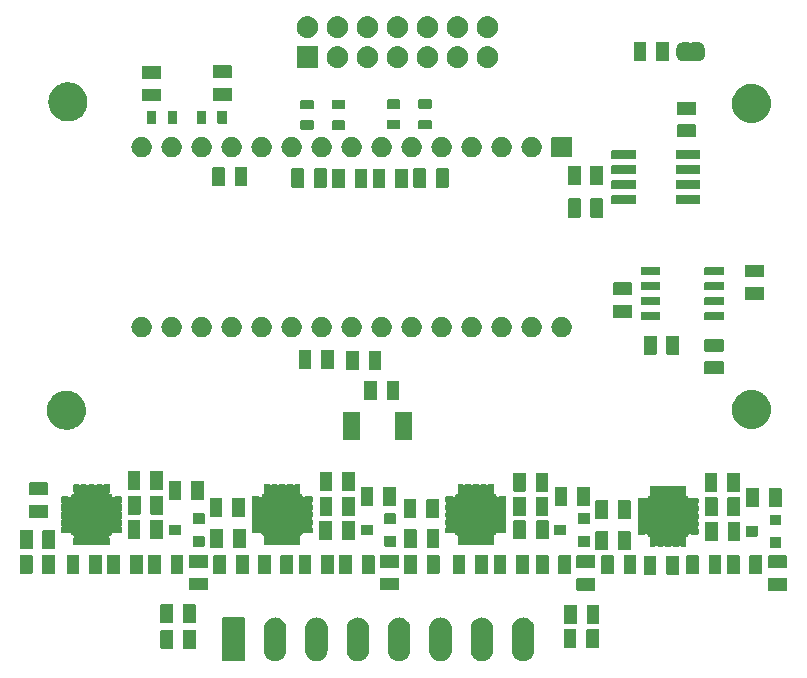
<source format=gbr>
G04 #@! TF.GenerationSoftware,KiCad,Pcbnew,5.99.0-unknown-c3175b4~86~ubuntu16.04.1*
G04 #@! TF.CreationDate,2019-12-02T17:51:55+01:00*
G04 #@! TF.ProjectId,OutAna,4f757441-6e61-42e6-9b69-6361645f7063,rev?*
G04 #@! TF.SameCoordinates,Original*
G04 #@! TF.FileFunction,Soldermask,Top*
G04 #@! TF.FilePolarity,Negative*
%FSLAX46Y46*%
G04 Gerber Fmt 4.6, Leading zero omitted, Abs format (unit mm)*
G04 Created by KiCad (PCBNEW 5.99.0-unknown-c3175b4~86~ubuntu16.04.1) date 2019-12-02 17:51:55*
%MOMM*%
%LPD*%
G04 APERTURE LIST*
%ADD10C,0.100000*%
G04 APERTURE END LIST*
D10*
G36*
X162342924Y-115767838D02*
G01*
X162386667Y-115765813D01*
X162433299Y-115772574D01*
X162486239Y-115775349D01*
X162528681Y-115786404D01*
X162566254Y-115791852D01*
X162616253Y-115809215D01*
X162673200Y-115824048D01*
X162707330Y-115840842D01*
X162737682Y-115851382D01*
X162788518Y-115880791D01*
X162846551Y-115909347D01*
X162871998Y-115929086D01*
X162894762Y-115942255D01*
X162943504Y-115984551D01*
X162999210Y-116027761D01*
X163016367Y-116047778D01*
X163031819Y-116061187D01*
X163075262Y-116116493D01*
X163124940Y-116174453D01*
X163134889Y-116192401D01*
X163143919Y-116203897D01*
X163178777Y-116271577D01*
X163218605Y-116343429D01*
X163222990Y-116357422D01*
X163227008Y-116365223D01*
X163250066Y-116443822D01*
X163276380Y-116527789D01*
X163277270Y-116536552D01*
X163278091Y-116539350D01*
X163286391Y-116626346D01*
X163291000Y-116671721D01*
X163291000Y-118551678D01*
X163275138Y-118654139D01*
X163254832Y-118794189D01*
X163252600Y-118799726D01*
X163251159Y-118809037D01*
X163217520Y-118886772D01*
X163188153Y-118959641D01*
X163181585Y-118969814D01*
X163174430Y-118986347D01*
X163129209Y-119050930D01*
X163089716Y-119112093D01*
X163077300Y-119125063D01*
X163063615Y-119144607D01*
X163010583Y-119194757D01*
X162964231Y-119243177D01*
X162944819Y-119256947D01*
X162923240Y-119277353D01*
X162866152Y-119312749D01*
X162816219Y-119348169D01*
X162789247Y-119360432D01*
X162759041Y-119379161D01*
X162701458Y-119400347D01*
X162651025Y-119423278D01*
X162616558Y-119431585D01*
X162577724Y-119445873D01*
X162522820Y-119454176D01*
X162474603Y-119465797D01*
X162433359Y-119467706D01*
X162386696Y-119474763D01*
X162337076Y-119472162D01*
X162293333Y-119474187D01*
X162246701Y-119467426D01*
X162193761Y-119464651D01*
X162151319Y-119453596D01*
X162113746Y-119448148D01*
X162063747Y-119430785D01*
X162006800Y-119415952D01*
X161972670Y-119399158D01*
X161942318Y-119388618D01*
X161891481Y-119359208D01*
X161833449Y-119330653D01*
X161808004Y-119310916D01*
X161785239Y-119297746D01*
X161736493Y-119255446D01*
X161680791Y-119212239D01*
X161663634Y-119192222D01*
X161648182Y-119178813D01*
X161604739Y-119123507D01*
X161555061Y-119065547D01*
X161545112Y-119047599D01*
X161536082Y-119036103D01*
X161501224Y-118968423D01*
X161461396Y-118896571D01*
X161457011Y-118882578D01*
X161452993Y-118874777D01*
X161429935Y-118796178D01*
X161403621Y-118712211D01*
X161402731Y-118703448D01*
X161401910Y-118700650D01*
X161393601Y-118613570D01*
X161389001Y-118568279D01*
X161389001Y-118565353D01*
X161389000Y-118565343D01*
X161389000Y-116688323D01*
X161404862Y-116585862D01*
X161425168Y-116445812D01*
X161427400Y-116440274D01*
X161428841Y-116430964D01*
X161462478Y-116353233D01*
X161491848Y-116280357D01*
X161498417Y-116270183D01*
X161505570Y-116253654D01*
X161550780Y-116189088D01*
X161590282Y-116127909D01*
X161602701Y-116114936D01*
X161616385Y-116095393D01*
X161669417Y-116045243D01*
X161715769Y-115996823D01*
X161735181Y-115983053D01*
X161756760Y-115962647D01*
X161813848Y-115927251D01*
X161863781Y-115891831D01*
X161890753Y-115879568D01*
X161920959Y-115860839D01*
X161978542Y-115839653D01*
X162028975Y-115816722D01*
X162063442Y-115808415D01*
X162102276Y-115794127D01*
X162157180Y-115785824D01*
X162205397Y-115774203D01*
X162246641Y-115772294D01*
X162293304Y-115765237D01*
X162342924Y-115767838D01*
X162342924Y-115767838D01*
G37*
G36*
X144842924Y-115767838D02*
G01*
X144886667Y-115765813D01*
X144933299Y-115772574D01*
X144986239Y-115775349D01*
X145028681Y-115786404D01*
X145066254Y-115791852D01*
X145116253Y-115809215D01*
X145173200Y-115824048D01*
X145207330Y-115840842D01*
X145237682Y-115851382D01*
X145288518Y-115880791D01*
X145346551Y-115909347D01*
X145371998Y-115929086D01*
X145394762Y-115942255D01*
X145443504Y-115984551D01*
X145499210Y-116027761D01*
X145516367Y-116047778D01*
X145531819Y-116061187D01*
X145575262Y-116116493D01*
X145624940Y-116174453D01*
X145634889Y-116192401D01*
X145643919Y-116203897D01*
X145678777Y-116271577D01*
X145718605Y-116343429D01*
X145722990Y-116357422D01*
X145727008Y-116365223D01*
X145750066Y-116443822D01*
X145776380Y-116527789D01*
X145777270Y-116536552D01*
X145778091Y-116539350D01*
X145786391Y-116626346D01*
X145791000Y-116671721D01*
X145791000Y-118551678D01*
X145775138Y-118654139D01*
X145754832Y-118794189D01*
X145752600Y-118799726D01*
X145751159Y-118809037D01*
X145717520Y-118886772D01*
X145688153Y-118959641D01*
X145681585Y-118969814D01*
X145674430Y-118986347D01*
X145629209Y-119050930D01*
X145589716Y-119112093D01*
X145577300Y-119125063D01*
X145563615Y-119144607D01*
X145510583Y-119194757D01*
X145464231Y-119243177D01*
X145444819Y-119256947D01*
X145423240Y-119277353D01*
X145366152Y-119312749D01*
X145316219Y-119348169D01*
X145289247Y-119360432D01*
X145259041Y-119379161D01*
X145201458Y-119400347D01*
X145151025Y-119423278D01*
X145116558Y-119431585D01*
X145077724Y-119445873D01*
X145022820Y-119454176D01*
X144974603Y-119465797D01*
X144933359Y-119467706D01*
X144886696Y-119474763D01*
X144837076Y-119472162D01*
X144793333Y-119474187D01*
X144746701Y-119467426D01*
X144693761Y-119464651D01*
X144651319Y-119453596D01*
X144613746Y-119448148D01*
X144563747Y-119430785D01*
X144506800Y-119415952D01*
X144472670Y-119399158D01*
X144442318Y-119388618D01*
X144391481Y-119359208D01*
X144333449Y-119330653D01*
X144308004Y-119310916D01*
X144285239Y-119297746D01*
X144236493Y-119255446D01*
X144180791Y-119212239D01*
X144163634Y-119192222D01*
X144148182Y-119178813D01*
X144104739Y-119123507D01*
X144055061Y-119065547D01*
X144045112Y-119047599D01*
X144036082Y-119036103D01*
X144001224Y-118968423D01*
X143961396Y-118896571D01*
X143957011Y-118882578D01*
X143952993Y-118874777D01*
X143929935Y-118796178D01*
X143903621Y-118712211D01*
X143902731Y-118703448D01*
X143901910Y-118700650D01*
X143893601Y-118613570D01*
X143889001Y-118568279D01*
X143889001Y-118565353D01*
X143889000Y-118565343D01*
X143889000Y-116688323D01*
X143904862Y-116585862D01*
X143925168Y-116445812D01*
X143927400Y-116440274D01*
X143928841Y-116430964D01*
X143962478Y-116353233D01*
X143991848Y-116280357D01*
X143998417Y-116270183D01*
X144005570Y-116253654D01*
X144050780Y-116189088D01*
X144090282Y-116127909D01*
X144102701Y-116114936D01*
X144116385Y-116095393D01*
X144169417Y-116045243D01*
X144215769Y-115996823D01*
X144235181Y-115983053D01*
X144256760Y-115962647D01*
X144313848Y-115927251D01*
X144363781Y-115891831D01*
X144390753Y-115879568D01*
X144420959Y-115860839D01*
X144478542Y-115839653D01*
X144528975Y-115816722D01*
X144563442Y-115808415D01*
X144602276Y-115794127D01*
X144657180Y-115785824D01*
X144705397Y-115774203D01*
X144746641Y-115772294D01*
X144793304Y-115765237D01*
X144842924Y-115767838D01*
X144842924Y-115767838D01*
G37*
G36*
X148342924Y-115767838D02*
G01*
X148386667Y-115765813D01*
X148433299Y-115772574D01*
X148486239Y-115775349D01*
X148528681Y-115786404D01*
X148566254Y-115791852D01*
X148616253Y-115809215D01*
X148673200Y-115824048D01*
X148707330Y-115840842D01*
X148737682Y-115851382D01*
X148788518Y-115880791D01*
X148846551Y-115909347D01*
X148871998Y-115929086D01*
X148894762Y-115942255D01*
X148943504Y-115984551D01*
X148999210Y-116027761D01*
X149016367Y-116047778D01*
X149031819Y-116061187D01*
X149075262Y-116116493D01*
X149124940Y-116174453D01*
X149134889Y-116192401D01*
X149143919Y-116203897D01*
X149178777Y-116271577D01*
X149218605Y-116343429D01*
X149222990Y-116357422D01*
X149227008Y-116365223D01*
X149250066Y-116443822D01*
X149276380Y-116527789D01*
X149277270Y-116536552D01*
X149278091Y-116539350D01*
X149286391Y-116626346D01*
X149291000Y-116671721D01*
X149291000Y-118551678D01*
X149275138Y-118654139D01*
X149254832Y-118794189D01*
X149252600Y-118799726D01*
X149251159Y-118809037D01*
X149217520Y-118886772D01*
X149188153Y-118959641D01*
X149181585Y-118969814D01*
X149174430Y-118986347D01*
X149129209Y-119050930D01*
X149089716Y-119112093D01*
X149077300Y-119125063D01*
X149063615Y-119144607D01*
X149010583Y-119194757D01*
X148964231Y-119243177D01*
X148944819Y-119256947D01*
X148923240Y-119277353D01*
X148866152Y-119312749D01*
X148816219Y-119348169D01*
X148789247Y-119360432D01*
X148759041Y-119379161D01*
X148701458Y-119400347D01*
X148651025Y-119423278D01*
X148616558Y-119431585D01*
X148577724Y-119445873D01*
X148522820Y-119454176D01*
X148474603Y-119465797D01*
X148433359Y-119467706D01*
X148386696Y-119474763D01*
X148337076Y-119472162D01*
X148293333Y-119474187D01*
X148246701Y-119467426D01*
X148193761Y-119464651D01*
X148151319Y-119453596D01*
X148113746Y-119448148D01*
X148063747Y-119430785D01*
X148006800Y-119415952D01*
X147972670Y-119399158D01*
X147942318Y-119388618D01*
X147891481Y-119359208D01*
X147833449Y-119330653D01*
X147808004Y-119310916D01*
X147785239Y-119297746D01*
X147736493Y-119255446D01*
X147680791Y-119212239D01*
X147663634Y-119192222D01*
X147648182Y-119178813D01*
X147604739Y-119123507D01*
X147555061Y-119065547D01*
X147545112Y-119047599D01*
X147536082Y-119036103D01*
X147501224Y-118968423D01*
X147461396Y-118896571D01*
X147457011Y-118882578D01*
X147452993Y-118874777D01*
X147429935Y-118796178D01*
X147403621Y-118712211D01*
X147402731Y-118703448D01*
X147401910Y-118700650D01*
X147393601Y-118613570D01*
X147389001Y-118568279D01*
X147389001Y-118565353D01*
X147389000Y-118565343D01*
X147389000Y-116688323D01*
X147404862Y-116585862D01*
X147425168Y-116445812D01*
X147427400Y-116440274D01*
X147428841Y-116430964D01*
X147462478Y-116353233D01*
X147491848Y-116280357D01*
X147498417Y-116270183D01*
X147505570Y-116253654D01*
X147550780Y-116189088D01*
X147590282Y-116127909D01*
X147602701Y-116114936D01*
X147616385Y-116095393D01*
X147669417Y-116045243D01*
X147715769Y-115996823D01*
X147735181Y-115983053D01*
X147756760Y-115962647D01*
X147813848Y-115927251D01*
X147863781Y-115891831D01*
X147890753Y-115879568D01*
X147920959Y-115860839D01*
X147978542Y-115839653D01*
X148028975Y-115816722D01*
X148063442Y-115808415D01*
X148102276Y-115794127D01*
X148157180Y-115785824D01*
X148205397Y-115774203D01*
X148246641Y-115772294D01*
X148293304Y-115765237D01*
X148342924Y-115767838D01*
X148342924Y-115767838D01*
G37*
G36*
X141342924Y-115767838D02*
G01*
X141386667Y-115765813D01*
X141433299Y-115772574D01*
X141486239Y-115775349D01*
X141528681Y-115786404D01*
X141566254Y-115791852D01*
X141616253Y-115809215D01*
X141673200Y-115824048D01*
X141707330Y-115840842D01*
X141737682Y-115851382D01*
X141788518Y-115880791D01*
X141846551Y-115909347D01*
X141871998Y-115929086D01*
X141894762Y-115942255D01*
X141943504Y-115984551D01*
X141999210Y-116027761D01*
X142016367Y-116047778D01*
X142031819Y-116061187D01*
X142075262Y-116116493D01*
X142124940Y-116174453D01*
X142134889Y-116192401D01*
X142143919Y-116203897D01*
X142178777Y-116271577D01*
X142218605Y-116343429D01*
X142222990Y-116357422D01*
X142227008Y-116365223D01*
X142250066Y-116443822D01*
X142276380Y-116527789D01*
X142277270Y-116536552D01*
X142278091Y-116539350D01*
X142286391Y-116626346D01*
X142291000Y-116671721D01*
X142291000Y-118551678D01*
X142275138Y-118654139D01*
X142254832Y-118794189D01*
X142252600Y-118799726D01*
X142251159Y-118809037D01*
X142217520Y-118886772D01*
X142188153Y-118959641D01*
X142181585Y-118969814D01*
X142174430Y-118986347D01*
X142129209Y-119050930D01*
X142089716Y-119112093D01*
X142077300Y-119125063D01*
X142063615Y-119144607D01*
X142010583Y-119194757D01*
X141964231Y-119243177D01*
X141944819Y-119256947D01*
X141923240Y-119277353D01*
X141866152Y-119312749D01*
X141816219Y-119348169D01*
X141789247Y-119360432D01*
X141759041Y-119379161D01*
X141701458Y-119400347D01*
X141651025Y-119423278D01*
X141616558Y-119431585D01*
X141577724Y-119445873D01*
X141522820Y-119454176D01*
X141474603Y-119465797D01*
X141433359Y-119467706D01*
X141386696Y-119474763D01*
X141337076Y-119472162D01*
X141293333Y-119474187D01*
X141246701Y-119467426D01*
X141193761Y-119464651D01*
X141151319Y-119453596D01*
X141113746Y-119448148D01*
X141063747Y-119430785D01*
X141006800Y-119415952D01*
X140972670Y-119399158D01*
X140942318Y-119388618D01*
X140891481Y-119359208D01*
X140833449Y-119330653D01*
X140808004Y-119310916D01*
X140785239Y-119297746D01*
X140736493Y-119255446D01*
X140680791Y-119212239D01*
X140663634Y-119192222D01*
X140648182Y-119178813D01*
X140604739Y-119123507D01*
X140555061Y-119065547D01*
X140545112Y-119047599D01*
X140536082Y-119036103D01*
X140501224Y-118968423D01*
X140461396Y-118896571D01*
X140457011Y-118882578D01*
X140452993Y-118874777D01*
X140429935Y-118796178D01*
X140403621Y-118712211D01*
X140402731Y-118703448D01*
X140401910Y-118700650D01*
X140393601Y-118613570D01*
X140389001Y-118568279D01*
X140389001Y-118565353D01*
X140389000Y-118565343D01*
X140389000Y-116688323D01*
X140404862Y-116585862D01*
X140425168Y-116445812D01*
X140427400Y-116440274D01*
X140428841Y-116430964D01*
X140462478Y-116353233D01*
X140491848Y-116280357D01*
X140498417Y-116270183D01*
X140505570Y-116253654D01*
X140550780Y-116189088D01*
X140590282Y-116127909D01*
X140602701Y-116114936D01*
X140616385Y-116095393D01*
X140669417Y-116045243D01*
X140715769Y-115996823D01*
X140735181Y-115983053D01*
X140756760Y-115962647D01*
X140813848Y-115927251D01*
X140863781Y-115891831D01*
X140890753Y-115879568D01*
X140920959Y-115860839D01*
X140978542Y-115839653D01*
X141028975Y-115816722D01*
X141063442Y-115808415D01*
X141102276Y-115794127D01*
X141157180Y-115785824D01*
X141205397Y-115774203D01*
X141246641Y-115772294D01*
X141293304Y-115765237D01*
X141342924Y-115767838D01*
X141342924Y-115767838D01*
G37*
G36*
X151842924Y-115767838D02*
G01*
X151886667Y-115765813D01*
X151933299Y-115772574D01*
X151986239Y-115775349D01*
X152028681Y-115786404D01*
X152066254Y-115791852D01*
X152116253Y-115809215D01*
X152173200Y-115824048D01*
X152207330Y-115840842D01*
X152237682Y-115851382D01*
X152288518Y-115880791D01*
X152346551Y-115909347D01*
X152371998Y-115929086D01*
X152394762Y-115942255D01*
X152443504Y-115984551D01*
X152499210Y-116027761D01*
X152516367Y-116047778D01*
X152531819Y-116061187D01*
X152575262Y-116116493D01*
X152624940Y-116174453D01*
X152634889Y-116192401D01*
X152643919Y-116203897D01*
X152678777Y-116271577D01*
X152718605Y-116343429D01*
X152722990Y-116357422D01*
X152727008Y-116365223D01*
X152750066Y-116443822D01*
X152776380Y-116527789D01*
X152777270Y-116536552D01*
X152778091Y-116539350D01*
X152786391Y-116626346D01*
X152791000Y-116671721D01*
X152791000Y-118551678D01*
X152775138Y-118654139D01*
X152754832Y-118794189D01*
X152752600Y-118799726D01*
X152751159Y-118809037D01*
X152717520Y-118886772D01*
X152688153Y-118959641D01*
X152681585Y-118969814D01*
X152674430Y-118986347D01*
X152629209Y-119050930D01*
X152589716Y-119112093D01*
X152577300Y-119125063D01*
X152563615Y-119144607D01*
X152510583Y-119194757D01*
X152464231Y-119243177D01*
X152444819Y-119256947D01*
X152423240Y-119277353D01*
X152366152Y-119312749D01*
X152316219Y-119348169D01*
X152289247Y-119360432D01*
X152259041Y-119379161D01*
X152201458Y-119400347D01*
X152151025Y-119423278D01*
X152116558Y-119431585D01*
X152077724Y-119445873D01*
X152022820Y-119454176D01*
X151974603Y-119465797D01*
X151933359Y-119467706D01*
X151886696Y-119474763D01*
X151837076Y-119472162D01*
X151793333Y-119474187D01*
X151746701Y-119467426D01*
X151693761Y-119464651D01*
X151651319Y-119453596D01*
X151613746Y-119448148D01*
X151563747Y-119430785D01*
X151506800Y-119415952D01*
X151472670Y-119399158D01*
X151442318Y-119388618D01*
X151391481Y-119359208D01*
X151333449Y-119330653D01*
X151308004Y-119310916D01*
X151285239Y-119297746D01*
X151236493Y-119255446D01*
X151180791Y-119212239D01*
X151163634Y-119192222D01*
X151148182Y-119178813D01*
X151104739Y-119123507D01*
X151055061Y-119065547D01*
X151045112Y-119047599D01*
X151036082Y-119036103D01*
X151001224Y-118968423D01*
X150961396Y-118896571D01*
X150957011Y-118882578D01*
X150952993Y-118874777D01*
X150929935Y-118796178D01*
X150903621Y-118712211D01*
X150902731Y-118703448D01*
X150901910Y-118700650D01*
X150893601Y-118613570D01*
X150889001Y-118568279D01*
X150889001Y-118565353D01*
X150889000Y-118565343D01*
X150889000Y-116688323D01*
X150904862Y-116585862D01*
X150925168Y-116445812D01*
X150927400Y-116440274D01*
X150928841Y-116430964D01*
X150962478Y-116353233D01*
X150991848Y-116280357D01*
X150998417Y-116270183D01*
X151005570Y-116253654D01*
X151050780Y-116189088D01*
X151090282Y-116127909D01*
X151102701Y-116114936D01*
X151116385Y-116095393D01*
X151169417Y-116045243D01*
X151215769Y-115996823D01*
X151235181Y-115983053D01*
X151256760Y-115962647D01*
X151313848Y-115927251D01*
X151363781Y-115891831D01*
X151390753Y-115879568D01*
X151420959Y-115860839D01*
X151478542Y-115839653D01*
X151528975Y-115816722D01*
X151563442Y-115808415D01*
X151602276Y-115794127D01*
X151657180Y-115785824D01*
X151705397Y-115774203D01*
X151746641Y-115772294D01*
X151793304Y-115765237D01*
X151842924Y-115767838D01*
X151842924Y-115767838D01*
G37*
G36*
X155342924Y-115767838D02*
G01*
X155386667Y-115765813D01*
X155433299Y-115772574D01*
X155486239Y-115775349D01*
X155528681Y-115786404D01*
X155566254Y-115791852D01*
X155616253Y-115809215D01*
X155673200Y-115824048D01*
X155707330Y-115840842D01*
X155737682Y-115851382D01*
X155788518Y-115880791D01*
X155846551Y-115909347D01*
X155871998Y-115929086D01*
X155894762Y-115942255D01*
X155943504Y-115984551D01*
X155999210Y-116027761D01*
X156016367Y-116047778D01*
X156031819Y-116061187D01*
X156075262Y-116116493D01*
X156124940Y-116174453D01*
X156134889Y-116192401D01*
X156143919Y-116203897D01*
X156178777Y-116271577D01*
X156218605Y-116343429D01*
X156222990Y-116357422D01*
X156227008Y-116365223D01*
X156250066Y-116443822D01*
X156276380Y-116527789D01*
X156277270Y-116536552D01*
X156278091Y-116539350D01*
X156286391Y-116626346D01*
X156291000Y-116671721D01*
X156291000Y-118551678D01*
X156275138Y-118654139D01*
X156254832Y-118794189D01*
X156252600Y-118799726D01*
X156251159Y-118809037D01*
X156217520Y-118886772D01*
X156188153Y-118959641D01*
X156181585Y-118969814D01*
X156174430Y-118986347D01*
X156129209Y-119050930D01*
X156089716Y-119112093D01*
X156077300Y-119125063D01*
X156063615Y-119144607D01*
X156010583Y-119194757D01*
X155964231Y-119243177D01*
X155944819Y-119256947D01*
X155923240Y-119277353D01*
X155866152Y-119312749D01*
X155816219Y-119348169D01*
X155789247Y-119360432D01*
X155759041Y-119379161D01*
X155701458Y-119400347D01*
X155651025Y-119423278D01*
X155616558Y-119431585D01*
X155577724Y-119445873D01*
X155522820Y-119454176D01*
X155474603Y-119465797D01*
X155433359Y-119467706D01*
X155386696Y-119474763D01*
X155337076Y-119472162D01*
X155293333Y-119474187D01*
X155246701Y-119467426D01*
X155193761Y-119464651D01*
X155151319Y-119453596D01*
X155113746Y-119448148D01*
X155063747Y-119430785D01*
X155006800Y-119415952D01*
X154972670Y-119399158D01*
X154942318Y-119388618D01*
X154891481Y-119359208D01*
X154833449Y-119330653D01*
X154808004Y-119310916D01*
X154785239Y-119297746D01*
X154736493Y-119255446D01*
X154680791Y-119212239D01*
X154663634Y-119192222D01*
X154648182Y-119178813D01*
X154604739Y-119123507D01*
X154555061Y-119065547D01*
X154545112Y-119047599D01*
X154536082Y-119036103D01*
X154501224Y-118968423D01*
X154461396Y-118896571D01*
X154457011Y-118882578D01*
X154452993Y-118874777D01*
X154429935Y-118796178D01*
X154403621Y-118712211D01*
X154402731Y-118703448D01*
X154401910Y-118700650D01*
X154393601Y-118613570D01*
X154389001Y-118568279D01*
X154389001Y-118565353D01*
X154389000Y-118565343D01*
X154389000Y-116688323D01*
X154404862Y-116585862D01*
X154425168Y-116445812D01*
X154427400Y-116440274D01*
X154428841Y-116430964D01*
X154462478Y-116353233D01*
X154491848Y-116280357D01*
X154498417Y-116270183D01*
X154505570Y-116253654D01*
X154550780Y-116189088D01*
X154590282Y-116127909D01*
X154602701Y-116114936D01*
X154616385Y-116095393D01*
X154669417Y-116045243D01*
X154715769Y-115996823D01*
X154735181Y-115983053D01*
X154756760Y-115962647D01*
X154813848Y-115927251D01*
X154863781Y-115891831D01*
X154890753Y-115879568D01*
X154920959Y-115860839D01*
X154978542Y-115839653D01*
X155028975Y-115816722D01*
X155063442Y-115808415D01*
X155102276Y-115794127D01*
X155157180Y-115785824D01*
X155205397Y-115774203D01*
X155246641Y-115772294D01*
X155293304Y-115765237D01*
X155342924Y-115767838D01*
X155342924Y-115767838D01*
G37*
G36*
X158842924Y-115767838D02*
G01*
X158886667Y-115765813D01*
X158933299Y-115772574D01*
X158986239Y-115775349D01*
X159028681Y-115786404D01*
X159066254Y-115791852D01*
X159116253Y-115809215D01*
X159173200Y-115824048D01*
X159207330Y-115840842D01*
X159237682Y-115851382D01*
X159288518Y-115880791D01*
X159346551Y-115909347D01*
X159371998Y-115929086D01*
X159394762Y-115942255D01*
X159443504Y-115984551D01*
X159499210Y-116027761D01*
X159516367Y-116047778D01*
X159531819Y-116061187D01*
X159575262Y-116116493D01*
X159624940Y-116174453D01*
X159634889Y-116192401D01*
X159643919Y-116203897D01*
X159678777Y-116271577D01*
X159718605Y-116343429D01*
X159722990Y-116357422D01*
X159727008Y-116365223D01*
X159750066Y-116443822D01*
X159776380Y-116527789D01*
X159777270Y-116536552D01*
X159778091Y-116539350D01*
X159786391Y-116626346D01*
X159791000Y-116671721D01*
X159791000Y-118551678D01*
X159775138Y-118654139D01*
X159754832Y-118794189D01*
X159752600Y-118799726D01*
X159751159Y-118809037D01*
X159717520Y-118886772D01*
X159688153Y-118959641D01*
X159681585Y-118969814D01*
X159674430Y-118986347D01*
X159629209Y-119050930D01*
X159589716Y-119112093D01*
X159577300Y-119125063D01*
X159563615Y-119144607D01*
X159510583Y-119194757D01*
X159464231Y-119243177D01*
X159444819Y-119256947D01*
X159423240Y-119277353D01*
X159366152Y-119312749D01*
X159316219Y-119348169D01*
X159289247Y-119360432D01*
X159259041Y-119379161D01*
X159201458Y-119400347D01*
X159151025Y-119423278D01*
X159116558Y-119431585D01*
X159077724Y-119445873D01*
X159022820Y-119454176D01*
X158974603Y-119465797D01*
X158933359Y-119467706D01*
X158886696Y-119474763D01*
X158837076Y-119472162D01*
X158793333Y-119474187D01*
X158746701Y-119467426D01*
X158693761Y-119464651D01*
X158651319Y-119453596D01*
X158613746Y-119448148D01*
X158563747Y-119430785D01*
X158506800Y-119415952D01*
X158472670Y-119399158D01*
X158442318Y-119388618D01*
X158391481Y-119359208D01*
X158333449Y-119330653D01*
X158308004Y-119310916D01*
X158285239Y-119297746D01*
X158236493Y-119255446D01*
X158180791Y-119212239D01*
X158163634Y-119192222D01*
X158148182Y-119178813D01*
X158104739Y-119123507D01*
X158055061Y-119065547D01*
X158045112Y-119047599D01*
X158036082Y-119036103D01*
X158001224Y-118968423D01*
X157961396Y-118896571D01*
X157957011Y-118882578D01*
X157952993Y-118874777D01*
X157929935Y-118796178D01*
X157903621Y-118712211D01*
X157902731Y-118703448D01*
X157901910Y-118700650D01*
X157893601Y-118613570D01*
X157889001Y-118568279D01*
X157889001Y-118565353D01*
X157889000Y-118565343D01*
X157889000Y-116688323D01*
X157904862Y-116585862D01*
X157925168Y-116445812D01*
X157927400Y-116440274D01*
X157928841Y-116430964D01*
X157962478Y-116353233D01*
X157991848Y-116280357D01*
X157998417Y-116270183D01*
X158005570Y-116253654D01*
X158050780Y-116189088D01*
X158090282Y-116127909D01*
X158102701Y-116114936D01*
X158116385Y-116095393D01*
X158169417Y-116045243D01*
X158215769Y-115996823D01*
X158235181Y-115983053D01*
X158256760Y-115962647D01*
X158313848Y-115927251D01*
X158363781Y-115891831D01*
X158390753Y-115879568D01*
X158420959Y-115860839D01*
X158478542Y-115839653D01*
X158528975Y-115816722D01*
X158563442Y-115808415D01*
X158602276Y-115794127D01*
X158657180Y-115785824D01*
X158705397Y-115774203D01*
X158746641Y-115772294D01*
X158793304Y-115765237D01*
X158842924Y-115767838D01*
X158842924Y-115767838D01*
G37*
G36*
X138759899Y-115771959D02*
G01*
X138776769Y-115783231D01*
X138788041Y-115800101D01*
X138794448Y-115832312D01*
X138794448Y-119407688D01*
X138791999Y-119420000D01*
X138788041Y-119439899D01*
X138776769Y-119456769D01*
X138759899Y-119468041D01*
X138740000Y-119471999D01*
X138727688Y-119474448D01*
X136952312Y-119474448D01*
X136920101Y-119468041D01*
X136903231Y-119456769D01*
X136891959Y-119439899D01*
X136885552Y-119407688D01*
X136885552Y-115832312D01*
X136891959Y-115800101D01*
X136903231Y-115783231D01*
X136920101Y-115771959D01*
X136952312Y-115765552D01*
X138727688Y-115765552D01*
X138759899Y-115771959D01*
X138759899Y-115771959D01*
G37*
G36*
X134584899Y-116811959D02*
G01*
X134601769Y-116823231D01*
X134613041Y-116840101D01*
X134619448Y-116872312D01*
X134619448Y-118347688D01*
X134616999Y-118360000D01*
X134613041Y-118379899D01*
X134601769Y-118396769D01*
X134584899Y-118408041D01*
X134565000Y-118411999D01*
X134552688Y-118414448D01*
X133607312Y-118414448D01*
X133575101Y-118408041D01*
X133558231Y-118396769D01*
X133546959Y-118379899D01*
X133540552Y-118347688D01*
X133540552Y-116872312D01*
X133546959Y-116840101D01*
X133558231Y-116823231D01*
X133575101Y-116811959D01*
X133607312Y-116805552D01*
X134552688Y-116805552D01*
X134584899Y-116811959D01*
X134584899Y-116811959D01*
G37*
G36*
X132674899Y-116811959D02*
G01*
X132691769Y-116823231D01*
X132703041Y-116840101D01*
X132709448Y-116872312D01*
X132709448Y-118347688D01*
X132706999Y-118360000D01*
X132703041Y-118379899D01*
X132691769Y-118396769D01*
X132674899Y-118408041D01*
X132655000Y-118411999D01*
X132642688Y-118414448D01*
X131697312Y-118414448D01*
X131665101Y-118408041D01*
X131648231Y-118396769D01*
X131636959Y-118379899D01*
X131630552Y-118347688D01*
X131630552Y-116872312D01*
X131636959Y-116840101D01*
X131648231Y-116823231D01*
X131665101Y-116811959D01*
X131697312Y-116805552D01*
X132642688Y-116805552D01*
X132674899Y-116811959D01*
X132674899Y-116811959D01*
G37*
G36*
X166814899Y-116781959D02*
G01*
X166831769Y-116793231D01*
X166843041Y-116810101D01*
X166849448Y-116842312D01*
X166849448Y-118317688D01*
X166846999Y-118330000D01*
X166843041Y-118349899D01*
X166831769Y-118366769D01*
X166814899Y-118378041D01*
X166795000Y-118381999D01*
X166782688Y-118384448D01*
X165837312Y-118384448D01*
X165805101Y-118378041D01*
X165788231Y-118366769D01*
X165776959Y-118349899D01*
X165770552Y-118317688D01*
X165770552Y-116842312D01*
X165776959Y-116810101D01*
X165788231Y-116793231D01*
X165805101Y-116781959D01*
X165837312Y-116775552D01*
X166782688Y-116775552D01*
X166814899Y-116781959D01*
X166814899Y-116781959D01*
G37*
G36*
X168724899Y-116781959D02*
G01*
X168741769Y-116793231D01*
X168753041Y-116810101D01*
X168759448Y-116842312D01*
X168759448Y-118317688D01*
X168756999Y-118330000D01*
X168753041Y-118349899D01*
X168741769Y-118366769D01*
X168724899Y-118378041D01*
X168705000Y-118381999D01*
X168692688Y-118384448D01*
X167747312Y-118384448D01*
X167715101Y-118378041D01*
X167698231Y-118366769D01*
X167686959Y-118349899D01*
X167680552Y-118317688D01*
X167680552Y-116842312D01*
X167686959Y-116810101D01*
X167698231Y-116793231D01*
X167715101Y-116781959D01*
X167747312Y-116775552D01*
X168692688Y-116775552D01*
X168724899Y-116781959D01*
X168724899Y-116781959D01*
G37*
G36*
X166854899Y-114701959D02*
G01*
X166871769Y-114713231D01*
X166883041Y-114730101D01*
X166889448Y-114762312D01*
X166889448Y-116237688D01*
X166886999Y-116250000D01*
X166883041Y-116269899D01*
X166871769Y-116286769D01*
X166854899Y-116298041D01*
X166835000Y-116301999D01*
X166822688Y-116304448D01*
X165877312Y-116304448D01*
X165845101Y-116298041D01*
X165828231Y-116286769D01*
X165816959Y-116269899D01*
X165810552Y-116237688D01*
X165810552Y-114762312D01*
X165816959Y-114730101D01*
X165828231Y-114713231D01*
X165845101Y-114701959D01*
X165877312Y-114695552D01*
X166822688Y-114695552D01*
X166854899Y-114701959D01*
X166854899Y-114701959D01*
G37*
G36*
X168764899Y-114701959D02*
G01*
X168781769Y-114713231D01*
X168793041Y-114730101D01*
X168799448Y-114762312D01*
X168799448Y-116237688D01*
X168796999Y-116250000D01*
X168793041Y-116269899D01*
X168781769Y-116286769D01*
X168764899Y-116298041D01*
X168745000Y-116301999D01*
X168732688Y-116304448D01*
X167787312Y-116304448D01*
X167755101Y-116298041D01*
X167738231Y-116286769D01*
X167726959Y-116269899D01*
X167720552Y-116237688D01*
X167720552Y-114762312D01*
X167726959Y-114730101D01*
X167738231Y-114713231D01*
X167755101Y-114701959D01*
X167787312Y-114695552D01*
X168732688Y-114695552D01*
X168764899Y-114701959D01*
X168764899Y-114701959D01*
G37*
G36*
X132679899Y-114661959D02*
G01*
X132696769Y-114673231D01*
X132708041Y-114690101D01*
X132714448Y-114722312D01*
X132714448Y-116197688D01*
X132711999Y-116210000D01*
X132708041Y-116229899D01*
X132696769Y-116246769D01*
X132679899Y-116258041D01*
X132660000Y-116261999D01*
X132647688Y-116264448D01*
X131702312Y-116264448D01*
X131670101Y-116258041D01*
X131653231Y-116246769D01*
X131641959Y-116229899D01*
X131635552Y-116197688D01*
X131635552Y-114722312D01*
X131641959Y-114690101D01*
X131653231Y-114673231D01*
X131670101Y-114661959D01*
X131702312Y-114655552D01*
X132647688Y-114655552D01*
X132679899Y-114661959D01*
X132679899Y-114661959D01*
G37*
G36*
X134589899Y-114661959D02*
G01*
X134606769Y-114673231D01*
X134618041Y-114690101D01*
X134624448Y-114722312D01*
X134624448Y-116197688D01*
X134621999Y-116210000D01*
X134618041Y-116229899D01*
X134606769Y-116246769D01*
X134589899Y-116258041D01*
X134570000Y-116261999D01*
X134557688Y-116264448D01*
X133612312Y-116264448D01*
X133580101Y-116258041D01*
X133563231Y-116246769D01*
X133551959Y-116229899D01*
X133545552Y-116197688D01*
X133545552Y-114722312D01*
X133551959Y-114690101D01*
X133563231Y-114673231D01*
X133580101Y-114661959D01*
X133612312Y-114655552D01*
X134557688Y-114655552D01*
X134589899Y-114661959D01*
X134589899Y-114661959D01*
G37*
G36*
X184669899Y-112436959D02*
G01*
X184686769Y-112448231D01*
X184698041Y-112465101D01*
X184704448Y-112497312D01*
X184704448Y-113442688D01*
X184701999Y-113455000D01*
X184698041Y-113474899D01*
X184686769Y-113491769D01*
X184669899Y-113503041D01*
X184650000Y-113506999D01*
X184637688Y-113509448D01*
X183162312Y-113509448D01*
X183130101Y-113503041D01*
X183113231Y-113491769D01*
X183101959Y-113474899D01*
X183095552Y-113442688D01*
X183095552Y-112497312D01*
X183101959Y-112465101D01*
X183113231Y-112448231D01*
X183130101Y-112436959D01*
X183162312Y-112430552D01*
X184637688Y-112430552D01*
X184669899Y-112436959D01*
X184669899Y-112436959D01*
G37*
G36*
X168429899Y-112416959D02*
G01*
X168446769Y-112428231D01*
X168458041Y-112445101D01*
X168464448Y-112477312D01*
X168464448Y-113422688D01*
X168461999Y-113435000D01*
X168458041Y-113454899D01*
X168446769Y-113471769D01*
X168429899Y-113483041D01*
X168410000Y-113486999D01*
X168397688Y-113489448D01*
X166922312Y-113489448D01*
X166890101Y-113483041D01*
X166873231Y-113471769D01*
X166861959Y-113454899D01*
X166855552Y-113422688D01*
X166855552Y-112477312D01*
X166861959Y-112445101D01*
X166873231Y-112428231D01*
X166890101Y-112416959D01*
X166922312Y-112410552D01*
X168397688Y-112410552D01*
X168429899Y-112416959D01*
X168429899Y-112416959D01*
G37*
G36*
X151789899Y-112406959D02*
G01*
X151806769Y-112418231D01*
X151818041Y-112435101D01*
X151824448Y-112467312D01*
X151824448Y-113412688D01*
X151821999Y-113425000D01*
X151818041Y-113444899D01*
X151806769Y-113461769D01*
X151789899Y-113473041D01*
X151770000Y-113476999D01*
X151757688Y-113479448D01*
X150282312Y-113479448D01*
X150250101Y-113473041D01*
X150233231Y-113461769D01*
X150221959Y-113444899D01*
X150215552Y-113412688D01*
X150215552Y-112467312D01*
X150221959Y-112435101D01*
X150233231Y-112418231D01*
X150250101Y-112406959D01*
X150282312Y-112400552D01*
X151757688Y-112400552D01*
X151789899Y-112406959D01*
X151789899Y-112406959D01*
G37*
G36*
X135609899Y-112391959D02*
G01*
X135626769Y-112403231D01*
X135638041Y-112420101D01*
X135644448Y-112452312D01*
X135644448Y-113397688D01*
X135638041Y-113429899D01*
X135626769Y-113446769D01*
X135609899Y-113458041D01*
X135591157Y-113461769D01*
X135590000Y-113461999D01*
X135577688Y-113464448D01*
X134102312Y-113464448D01*
X134070101Y-113458041D01*
X134053231Y-113446769D01*
X134041959Y-113429899D01*
X134035552Y-113397688D01*
X134035552Y-112452312D01*
X134041959Y-112420101D01*
X134053231Y-112403231D01*
X134070101Y-112391959D01*
X134102312Y-112385552D01*
X135577688Y-112385552D01*
X135609899Y-112391959D01*
X135609899Y-112391959D01*
G37*
G36*
X173584899Y-110531959D02*
G01*
X173601769Y-110543231D01*
X173613041Y-110560101D01*
X173619448Y-110592312D01*
X173619448Y-112067688D01*
X173616999Y-112080000D01*
X173613041Y-112099899D01*
X173601769Y-112116769D01*
X173584899Y-112128041D01*
X173565000Y-112131999D01*
X173552688Y-112134448D01*
X172607312Y-112134448D01*
X172575101Y-112128041D01*
X172558231Y-112116769D01*
X172546959Y-112099899D01*
X172540552Y-112067688D01*
X172540552Y-110592312D01*
X172546959Y-110560101D01*
X172558231Y-110543231D01*
X172575101Y-110531959D01*
X172607312Y-110525552D01*
X173552688Y-110525552D01*
X173584899Y-110531959D01*
X173584899Y-110531959D01*
G37*
G36*
X175494899Y-110531959D02*
G01*
X175511769Y-110543231D01*
X175523041Y-110560101D01*
X175529448Y-110592312D01*
X175529448Y-112067688D01*
X175526999Y-112080000D01*
X175523041Y-112099899D01*
X175511769Y-112116769D01*
X175494899Y-112128041D01*
X175475000Y-112131999D01*
X175462688Y-112134448D01*
X174517312Y-112134448D01*
X174485101Y-112128041D01*
X174468231Y-112116769D01*
X174456959Y-112099899D01*
X174450552Y-112067688D01*
X174450552Y-110592312D01*
X174456959Y-110560101D01*
X174468231Y-110543231D01*
X174485101Y-110531959D01*
X174517312Y-110525552D01*
X175462688Y-110525552D01*
X175494899Y-110531959D01*
X175494899Y-110531959D01*
G37*
G36*
X169979899Y-110521959D02*
G01*
X169996769Y-110533231D01*
X170008041Y-110550101D01*
X170014448Y-110582312D01*
X170014448Y-112057688D01*
X170011999Y-112070000D01*
X170008041Y-112089899D01*
X169996769Y-112106769D01*
X169979899Y-112118041D01*
X169960000Y-112121999D01*
X169947688Y-112124448D01*
X169002312Y-112124448D01*
X168970101Y-112118041D01*
X168953231Y-112106769D01*
X168941959Y-112089899D01*
X168935552Y-112057688D01*
X168935552Y-110582312D01*
X168941959Y-110550101D01*
X168953231Y-110533231D01*
X168970101Y-110521959D01*
X169002312Y-110515552D01*
X169947688Y-110515552D01*
X169979899Y-110521959D01*
X169979899Y-110521959D01*
G37*
G36*
X171889899Y-110521959D02*
G01*
X171906769Y-110533231D01*
X171918041Y-110550101D01*
X171924448Y-110582312D01*
X171924448Y-112057688D01*
X171921999Y-112070000D01*
X171918041Y-112089899D01*
X171906769Y-112106769D01*
X171889899Y-112118041D01*
X171870000Y-112121999D01*
X171857688Y-112124448D01*
X170912312Y-112124448D01*
X170880101Y-112118041D01*
X170863231Y-112106769D01*
X170851959Y-112089899D01*
X170845552Y-112057688D01*
X170845552Y-110582312D01*
X170851959Y-110550101D01*
X170863231Y-110533231D01*
X170880101Y-110521959D01*
X170912312Y-110515552D01*
X171857688Y-110515552D01*
X171889899Y-110521959D01*
X171889899Y-110521959D01*
G37*
G36*
X177174899Y-110521959D02*
G01*
X177191769Y-110533231D01*
X177203041Y-110550101D01*
X177209448Y-110582312D01*
X177209448Y-112057688D01*
X177206999Y-112070000D01*
X177203041Y-112089899D01*
X177191769Y-112106769D01*
X177174899Y-112118041D01*
X177155000Y-112121999D01*
X177142688Y-112124448D01*
X176197312Y-112124448D01*
X176165101Y-112118041D01*
X176148231Y-112106769D01*
X176136959Y-112089899D01*
X176130552Y-112057688D01*
X176130552Y-110582312D01*
X176136959Y-110550101D01*
X176148231Y-110533231D01*
X176165101Y-110521959D01*
X176197312Y-110515552D01*
X177142688Y-110515552D01*
X177174899Y-110521959D01*
X177174899Y-110521959D01*
G37*
G36*
X179084899Y-110521959D02*
G01*
X179101769Y-110533231D01*
X179113041Y-110550101D01*
X179119448Y-110582312D01*
X179119448Y-112057688D01*
X179116999Y-112070000D01*
X179113041Y-112089899D01*
X179101769Y-112106769D01*
X179084899Y-112118041D01*
X179065000Y-112121999D01*
X179052688Y-112124448D01*
X178107312Y-112124448D01*
X178075101Y-112118041D01*
X178058231Y-112106769D01*
X178046959Y-112089899D01*
X178040552Y-112057688D01*
X178040552Y-110582312D01*
X178046959Y-110550101D01*
X178058231Y-110533231D01*
X178075101Y-110521959D01*
X178107312Y-110515552D01*
X179052688Y-110515552D01*
X179084899Y-110521959D01*
X179084899Y-110521959D01*
G37*
G36*
X182544899Y-110511959D02*
G01*
X182561769Y-110523231D01*
X182573041Y-110540101D01*
X182579448Y-110572312D01*
X182579448Y-112047688D01*
X182576999Y-112060000D01*
X182573041Y-112079899D01*
X182561769Y-112096769D01*
X182544899Y-112108041D01*
X182525000Y-112111999D01*
X182512688Y-112114448D01*
X181567312Y-112114448D01*
X181535101Y-112108041D01*
X181518231Y-112096769D01*
X181506959Y-112079899D01*
X181500552Y-112047688D01*
X181500552Y-110572312D01*
X181506959Y-110540101D01*
X181518231Y-110523231D01*
X181535101Y-110511959D01*
X181567312Y-110505552D01*
X182512688Y-110505552D01*
X182544899Y-110511959D01*
X182544899Y-110511959D01*
G37*
G36*
X180634899Y-110511959D02*
G01*
X180651769Y-110523231D01*
X180663041Y-110540101D01*
X180669448Y-110572312D01*
X180669448Y-112047688D01*
X180666999Y-112060000D01*
X180663041Y-112079899D01*
X180651769Y-112096769D01*
X180634899Y-112108041D01*
X180615000Y-112111999D01*
X180602688Y-112114448D01*
X179657312Y-112114448D01*
X179625101Y-112108041D01*
X179608231Y-112096769D01*
X179596959Y-112079899D01*
X179590552Y-112047688D01*
X179590552Y-110572312D01*
X179596959Y-110540101D01*
X179608231Y-110523231D01*
X179625101Y-110511959D01*
X179657312Y-110505552D01*
X180602688Y-110505552D01*
X180634899Y-110511959D01*
X180634899Y-110511959D01*
G37*
G36*
X164464899Y-110501959D02*
G01*
X164481769Y-110513231D01*
X164493041Y-110530101D01*
X164499448Y-110562312D01*
X164499448Y-112037688D01*
X164496999Y-112050000D01*
X164493041Y-112069899D01*
X164481769Y-112086769D01*
X164464899Y-112098041D01*
X164445000Y-112101999D01*
X164432688Y-112104448D01*
X163487312Y-112104448D01*
X163455101Y-112098041D01*
X163438231Y-112086769D01*
X163426959Y-112069899D01*
X163420552Y-112037688D01*
X163420552Y-110562312D01*
X163426959Y-110530101D01*
X163438231Y-110513231D01*
X163455101Y-110501959D01*
X163487312Y-110495552D01*
X164432688Y-110495552D01*
X164464899Y-110501959D01*
X164464899Y-110501959D01*
G37*
G36*
X166374899Y-110501959D02*
G01*
X166391769Y-110513231D01*
X166403041Y-110530101D01*
X166409448Y-110562312D01*
X166409448Y-112037688D01*
X166406999Y-112050000D01*
X166403041Y-112069899D01*
X166391769Y-112086769D01*
X166374899Y-112098041D01*
X166355000Y-112101999D01*
X166342688Y-112104448D01*
X165397312Y-112104448D01*
X165365101Y-112098041D01*
X165348231Y-112086769D01*
X165336959Y-112069899D01*
X165330552Y-112037688D01*
X165330552Y-110562312D01*
X165336959Y-110530101D01*
X165348231Y-110513231D01*
X165365101Y-110501959D01*
X165397312Y-110495552D01*
X166342688Y-110495552D01*
X166374899Y-110501959D01*
X166374899Y-110501959D01*
G37*
G36*
X137164899Y-110491959D02*
G01*
X137181769Y-110503231D01*
X137193041Y-110520101D01*
X137199448Y-110552312D01*
X137199448Y-112027688D01*
X137196999Y-112040000D01*
X137193041Y-112059899D01*
X137181769Y-112076769D01*
X137164899Y-112088041D01*
X137145000Y-112091999D01*
X137132688Y-112094448D01*
X136187312Y-112094448D01*
X136155101Y-112088041D01*
X136138231Y-112076769D01*
X136126959Y-112059899D01*
X136120552Y-112027688D01*
X136120552Y-110552312D01*
X136126959Y-110520101D01*
X136138231Y-110503231D01*
X136155101Y-110491959D01*
X136187312Y-110485552D01*
X137132688Y-110485552D01*
X137164899Y-110491959D01*
X137164899Y-110491959D01*
G37*
G36*
X139074899Y-110491959D02*
G01*
X139091769Y-110503231D01*
X139103041Y-110520101D01*
X139109448Y-110552312D01*
X139109448Y-112027688D01*
X139106999Y-112040000D01*
X139103041Y-112059899D01*
X139091769Y-112076769D01*
X139074899Y-112088041D01*
X139055000Y-112091999D01*
X139042688Y-112094448D01*
X138097312Y-112094448D01*
X138065101Y-112088041D01*
X138048231Y-112076769D01*
X138036959Y-112059899D01*
X138030552Y-112027688D01*
X138030552Y-110552312D01*
X138036959Y-110520101D01*
X138048231Y-110503231D01*
X138065101Y-110491959D01*
X138097312Y-110485552D01*
X139042688Y-110485552D01*
X139074899Y-110491959D01*
X139074899Y-110491959D01*
G37*
G36*
X160894899Y-110491959D02*
G01*
X160911769Y-110503231D01*
X160923041Y-110520101D01*
X160929448Y-110552312D01*
X160929448Y-112027688D01*
X160926999Y-112040000D01*
X160923041Y-112059899D01*
X160911769Y-112076769D01*
X160894899Y-112088041D01*
X160875000Y-112091999D01*
X160862688Y-112094448D01*
X159917312Y-112094448D01*
X159885101Y-112088041D01*
X159868231Y-112076769D01*
X159856959Y-112059899D01*
X159850552Y-112027688D01*
X159850552Y-110552312D01*
X159856959Y-110520101D01*
X159868231Y-110503231D01*
X159885101Y-110491959D01*
X159917312Y-110485552D01*
X160862688Y-110485552D01*
X160894899Y-110491959D01*
X160894899Y-110491959D01*
G37*
G36*
X140929899Y-110491959D02*
G01*
X140946769Y-110503231D01*
X140958041Y-110520101D01*
X140964448Y-110552312D01*
X140964448Y-112027688D01*
X140961999Y-112040000D01*
X140958041Y-112059899D01*
X140946769Y-112076769D01*
X140929899Y-112088041D01*
X140910000Y-112091999D01*
X140897688Y-112094448D01*
X139952312Y-112094448D01*
X139920101Y-112088041D01*
X139903231Y-112076769D01*
X139891959Y-112059899D01*
X139885552Y-112027688D01*
X139885552Y-110552312D01*
X139891959Y-110520101D01*
X139903231Y-110503231D01*
X139920101Y-110491959D01*
X139952312Y-110485552D01*
X140897688Y-110485552D01*
X140929899Y-110491959D01*
X140929899Y-110491959D01*
G37*
G36*
X144369899Y-110491959D02*
G01*
X144386769Y-110503231D01*
X144398041Y-110520101D01*
X144404448Y-110552312D01*
X144404448Y-112027688D01*
X144401999Y-112040000D01*
X144398041Y-112059899D01*
X144386769Y-112076769D01*
X144369899Y-112088041D01*
X144350000Y-112091999D01*
X144337688Y-112094448D01*
X143392312Y-112094448D01*
X143360101Y-112088041D01*
X143343231Y-112076769D01*
X143331959Y-112059899D01*
X143325552Y-112027688D01*
X143325552Y-110552312D01*
X143331959Y-110520101D01*
X143343231Y-110503231D01*
X143360101Y-110491959D01*
X143392312Y-110485552D01*
X144337688Y-110485552D01*
X144369899Y-110491959D01*
X144369899Y-110491959D01*
G37*
G36*
X146279899Y-110491959D02*
G01*
X146296769Y-110503231D01*
X146308041Y-110520101D01*
X146314448Y-110552312D01*
X146314448Y-112027688D01*
X146311999Y-112040000D01*
X146308041Y-112059899D01*
X146296769Y-112076769D01*
X146279899Y-112088041D01*
X146260000Y-112091999D01*
X146247688Y-112094448D01*
X145302312Y-112094448D01*
X145270101Y-112088041D01*
X145253231Y-112076769D01*
X145241959Y-112059899D01*
X145235552Y-112027688D01*
X145235552Y-110552312D01*
X145241959Y-110520101D01*
X145253231Y-110503231D01*
X145270101Y-110491959D01*
X145302312Y-110485552D01*
X146247688Y-110485552D01*
X146279899Y-110491959D01*
X146279899Y-110491959D01*
G37*
G36*
X147814899Y-110491959D02*
G01*
X147831769Y-110503231D01*
X147843041Y-110520101D01*
X147849448Y-110552312D01*
X147849448Y-112027688D01*
X147846999Y-112040000D01*
X147843041Y-112059899D01*
X147831769Y-112076769D01*
X147814899Y-112088041D01*
X147795000Y-112091999D01*
X147782688Y-112094448D01*
X146837312Y-112094448D01*
X146805101Y-112088041D01*
X146788231Y-112076769D01*
X146776959Y-112059899D01*
X146770552Y-112027688D01*
X146770552Y-110552312D01*
X146776959Y-110520101D01*
X146788231Y-110503231D01*
X146805101Y-110491959D01*
X146837312Y-110485552D01*
X147782688Y-110485552D01*
X147814899Y-110491959D01*
X147814899Y-110491959D01*
G37*
G36*
X149724899Y-110491959D02*
G01*
X149741769Y-110503231D01*
X149753041Y-110520101D01*
X149759448Y-110552312D01*
X149759448Y-112027688D01*
X149756999Y-112040000D01*
X149753041Y-112059899D01*
X149741769Y-112076769D01*
X149724899Y-112088041D01*
X149705000Y-112091999D01*
X149692688Y-112094448D01*
X148747312Y-112094448D01*
X148715101Y-112088041D01*
X148698231Y-112076769D01*
X148686959Y-112059899D01*
X148680552Y-112027688D01*
X148680552Y-110552312D01*
X148686959Y-110520101D01*
X148698231Y-110503231D01*
X148715101Y-110491959D01*
X148747312Y-110485552D01*
X149692688Y-110485552D01*
X149724899Y-110491959D01*
X149724899Y-110491959D01*
G37*
G36*
X162804899Y-110491959D02*
G01*
X162821769Y-110503231D01*
X162833041Y-110520101D01*
X162839448Y-110552312D01*
X162839448Y-112027688D01*
X162836999Y-112040000D01*
X162833041Y-112059899D01*
X162821769Y-112076769D01*
X162804899Y-112088041D01*
X162785000Y-112091999D01*
X162772688Y-112094448D01*
X161827312Y-112094448D01*
X161795101Y-112088041D01*
X161778231Y-112076769D01*
X161766959Y-112059899D01*
X161760552Y-112027688D01*
X161760552Y-110552312D01*
X161766959Y-110520101D01*
X161778231Y-110503231D01*
X161795101Y-110491959D01*
X161827312Y-110485552D01*
X162772688Y-110485552D01*
X162804899Y-110491959D01*
X162804899Y-110491959D01*
G37*
G36*
X142839899Y-110491959D02*
G01*
X142856769Y-110503231D01*
X142868041Y-110520101D01*
X142874448Y-110552312D01*
X142874448Y-112027688D01*
X142871999Y-112040000D01*
X142868041Y-112059899D01*
X142856769Y-112076769D01*
X142839899Y-112088041D01*
X142820000Y-112091999D01*
X142807688Y-112094448D01*
X141862312Y-112094448D01*
X141830101Y-112088041D01*
X141813231Y-112076769D01*
X141801959Y-112059899D01*
X141795552Y-112027688D01*
X141795552Y-110552312D01*
X141801959Y-110520101D01*
X141813231Y-110503231D01*
X141830101Y-110491959D01*
X141862312Y-110485552D01*
X142807688Y-110485552D01*
X142839899Y-110491959D01*
X142839899Y-110491959D01*
G37*
G36*
X159334899Y-110481959D02*
G01*
X159351769Y-110493231D01*
X159363041Y-110510101D01*
X159369448Y-110542312D01*
X159369448Y-112017688D01*
X159366999Y-112030000D01*
X159363041Y-112049899D01*
X159351769Y-112066769D01*
X159334899Y-112078041D01*
X159315000Y-112081999D01*
X159302688Y-112084448D01*
X158357312Y-112084448D01*
X158325101Y-112078041D01*
X158308231Y-112066769D01*
X158296959Y-112049899D01*
X158290552Y-112017688D01*
X158290552Y-110542312D01*
X158296959Y-110510101D01*
X158308231Y-110493231D01*
X158325101Y-110481959D01*
X158357312Y-110475552D01*
X159302688Y-110475552D01*
X159334899Y-110481959D01*
X159334899Y-110481959D01*
G37*
G36*
X157424899Y-110481959D02*
G01*
X157441769Y-110493231D01*
X157453041Y-110510101D01*
X157459448Y-110542312D01*
X157459448Y-112017688D01*
X157456999Y-112030000D01*
X157453041Y-112049899D01*
X157441769Y-112066769D01*
X157424899Y-112078041D01*
X157405000Y-112081999D01*
X157392688Y-112084448D01*
X156447312Y-112084448D01*
X156415101Y-112078041D01*
X156398231Y-112066769D01*
X156386959Y-112049899D01*
X156380552Y-112017688D01*
X156380552Y-110542312D01*
X156386959Y-110510101D01*
X156398231Y-110493231D01*
X156415101Y-110481959D01*
X156447312Y-110475552D01*
X157392688Y-110475552D01*
X157424899Y-110481959D01*
X157424899Y-110481959D01*
G37*
G36*
X155224899Y-110481959D02*
G01*
X155241769Y-110493231D01*
X155253041Y-110510101D01*
X155259448Y-110542312D01*
X155259448Y-112017688D01*
X155256999Y-112030000D01*
X155253041Y-112049899D01*
X155241769Y-112066769D01*
X155224899Y-112078041D01*
X155205000Y-112081999D01*
X155192688Y-112084448D01*
X154247312Y-112084448D01*
X154215101Y-112078041D01*
X154198231Y-112066769D01*
X154186959Y-112049899D01*
X154180552Y-112017688D01*
X154180552Y-110542312D01*
X154186959Y-110510101D01*
X154198231Y-110493231D01*
X154215101Y-110481959D01*
X154247312Y-110475552D01*
X155192688Y-110475552D01*
X155224899Y-110481959D01*
X155224899Y-110481959D01*
G37*
G36*
X153314899Y-110481959D02*
G01*
X153331769Y-110493231D01*
X153343041Y-110510101D01*
X153349448Y-110542312D01*
X153349448Y-112017688D01*
X153346999Y-112030000D01*
X153343041Y-112049899D01*
X153331769Y-112066769D01*
X153314899Y-112078041D01*
X153295000Y-112081999D01*
X153282688Y-112084448D01*
X152337312Y-112084448D01*
X152305101Y-112078041D01*
X152288231Y-112066769D01*
X152276959Y-112049899D01*
X152270552Y-112017688D01*
X152270552Y-110542312D01*
X152276959Y-110510101D01*
X152288231Y-110493231D01*
X152305101Y-110481959D01*
X152337312Y-110475552D01*
X153282688Y-110475552D01*
X153314899Y-110481959D01*
X153314899Y-110481959D01*
G37*
G36*
X131619899Y-110461959D02*
G01*
X131636769Y-110473231D01*
X131648041Y-110490101D01*
X131654448Y-110522312D01*
X131654448Y-111997688D01*
X131651999Y-112010000D01*
X131648041Y-112029899D01*
X131636769Y-112046769D01*
X131619899Y-112058041D01*
X131600000Y-112061999D01*
X131587688Y-112064448D01*
X130642312Y-112064448D01*
X130610101Y-112058041D01*
X130593231Y-112046769D01*
X130581959Y-112029899D01*
X130575552Y-111997688D01*
X130575552Y-110522312D01*
X130581959Y-110490101D01*
X130593231Y-110473231D01*
X130610101Y-110461959D01*
X130642312Y-110455552D01*
X131587688Y-110455552D01*
X131619899Y-110461959D01*
X131619899Y-110461959D01*
G37*
G36*
X133529899Y-110461959D02*
G01*
X133546769Y-110473231D01*
X133558041Y-110490101D01*
X133564448Y-110522312D01*
X133564448Y-111997688D01*
X133561999Y-112010000D01*
X133558041Y-112029899D01*
X133546769Y-112046769D01*
X133529899Y-112058041D01*
X133510000Y-112061999D01*
X133497688Y-112064448D01*
X132552312Y-112064448D01*
X132520101Y-112058041D01*
X132503231Y-112046769D01*
X132491959Y-112029899D01*
X132485552Y-111997688D01*
X132485552Y-110522312D01*
X132491959Y-110490101D01*
X132503231Y-110473231D01*
X132520101Y-110461959D01*
X132552312Y-110455552D01*
X133497688Y-110455552D01*
X133529899Y-110461959D01*
X133529899Y-110461959D01*
G37*
G36*
X120769899Y-110461959D02*
G01*
X120786769Y-110473231D01*
X120798041Y-110490101D01*
X120804448Y-110522312D01*
X120804448Y-111997688D01*
X120801999Y-112010000D01*
X120798041Y-112029899D01*
X120786769Y-112046769D01*
X120769899Y-112058041D01*
X120750000Y-112061999D01*
X120737688Y-112064448D01*
X119792312Y-112064448D01*
X119760101Y-112058041D01*
X119743231Y-112046769D01*
X119731959Y-112029899D01*
X119725552Y-111997688D01*
X119725552Y-110522312D01*
X119731959Y-110490101D01*
X119743231Y-110473231D01*
X119760101Y-110461959D01*
X119792312Y-110455552D01*
X120737688Y-110455552D01*
X120769899Y-110461959D01*
X120769899Y-110461959D01*
G37*
G36*
X128184899Y-110461959D02*
G01*
X128201769Y-110473231D01*
X128213041Y-110490101D01*
X128219448Y-110522312D01*
X128219448Y-111997688D01*
X128216999Y-112010000D01*
X128213041Y-112029899D01*
X128201769Y-112046769D01*
X128184899Y-112058041D01*
X128165000Y-112061999D01*
X128152688Y-112064448D01*
X127207312Y-112064448D01*
X127175101Y-112058041D01*
X127158231Y-112046769D01*
X127146959Y-112029899D01*
X127140552Y-111997688D01*
X127140552Y-110522312D01*
X127146959Y-110490101D01*
X127158231Y-110473231D01*
X127175101Y-110461959D01*
X127207312Y-110455552D01*
X128152688Y-110455552D01*
X128184899Y-110461959D01*
X128184899Y-110461959D01*
G37*
G36*
X130094899Y-110461959D02*
G01*
X130111769Y-110473231D01*
X130123041Y-110490101D01*
X130129448Y-110522312D01*
X130129448Y-111997688D01*
X130126999Y-112010000D01*
X130123041Y-112029899D01*
X130111769Y-112046769D01*
X130094899Y-112058041D01*
X130075000Y-112061999D01*
X130062688Y-112064448D01*
X129117312Y-112064448D01*
X129085101Y-112058041D01*
X129068231Y-112046769D01*
X129056959Y-112029899D01*
X129050552Y-111997688D01*
X129050552Y-110522312D01*
X129056959Y-110490101D01*
X129068231Y-110473231D01*
X129085101Y-110461959D01*
X129117312Y-110455552D01*
X130062688Y-110455552D01*
X130094899Y-110461959D01*
X130094899Y-110461959D01*
G37*
G36*
X122679899Y-110461959D02*
G01*
X122696769Y-110473231D01*
X122708041Y-110490101D01*
X122714448Y-110522312D01*
X122714448Y-111997688D01*
X122711999Y-112010000D01*
X122708041Y-112029899D01*
X122696769Y-112046769D01*
X122679899Y-112058041D01*
X122660000Y-112061999D01*
X122647688Y-112064448D01*
X121702312Y-112064448D01*
X121670101Y-112058041D01*
X121653231Y-112046769D01*
X121641959Y-112029899D01*
X121635552Y-111997688D01*
X121635552Y-110522312D01*
X121641959Y-110490101D01*
X121653231Y-110473231D01*
X121670101Y-110461959D01*
X121702312Y-110455552D01*
X122647688Y-110455552D01*
X122679899Y-110461959D01*
X122679899Y-110461959D01*
G37*
G36*
X124734899Y-110451959D02*
G01*
X124751769Y-110463231D01*
X124763041Y-110480101D01*
X124769448Y-110512312D01*
X124769448Y-111987688D01*
X124766999Y-112000000D01*
X124763041Y-112019899D01*
X124751769Y-112036769D01*
X124734899Y-112048041D01*
X124715000Y-112051999D01*
X124702688Y-112054448D01*
X123757312Y-112054448D01*
X123725101Y-112048041D01*
X123708231Y-112036769D01*
X123696959Y-112019899D01*
X123690552Y-111987688D01*
X123690552Y-110512312D01*
X123696959Y-110480101D01*
X123708231Y-110463231D01*
X123725101Y-110451959D01*
X123757312Y-110445552D01*
X124702688Y-110445552D01*
X124734899Y-110451959D01*
X124734899Y-110451959D01*
G37*
G36*
X126644899Y-110451959D02*
G01*
X126661769Y-110463231D01*
X126673041Y-110480101D01*
X126679448Y-110512312D01*
X126679448Y-111987688D01*
X126676999Y-112000000D01*
X126673041Y-112019899D01*
X126661769Y-112036769D01*
X126644899Y-112048041D01*
X126625000Y-112051999D01*
X126612688Y-112054448D01*
X125667312Y-112054448D01*
X125635101Y-112048041D01*
X125618231Y-112036769D01*
X125606959Y-112019899D01*
X125600552Y-111987688D01*
X125600552Y-110512312D01*
X125606959Y-110480101D01*
X125618231Y-110463231D01*
X125635101Y-110451959D01*
X125667312Y-110445552D01*
X126612688Y-110445552D01*
X126644899Y-110451959D01*
X126644899Y-110451959D01*
G37*
G36*
X184669899Y-110526959D02*
G01*
X184686769Y-110538231D01*
X184698041Y-110555101D01*
X184704448Y-110587312D01*
X184704448Y-111532688D01*
X184701999Y-111545000D01*
X184698041Y-111564899D01*
X184686769Y-111581769D01*
X184669899Y-111593041D01*
X184650000Y-111596999D01*
X184637688Y-111599448D01*
X183162312Y-111599448D01*
X183130101Y-111593041D01*
X183113231Y-111581769D01*
X183101959Y-111564899D01*
X183095552Y-111532688D01*
X183095552Y-110587312D01*
X183101959Y-110555101D01*
X183113231Y-110538231D01*
X183130101Y-110526959D01*
X183162312Y-110520552D01*
X184637688Y-110520552D01*
X184669899Y-110526959D01*
X184669899Y-110526959D01*
G37*
G36*
X168429899Y-110506959D02*
G01*
X168446769Y-110518231D01*
X168458041Y-110535101D01*
X168464448Y-110567312D01*
X168464448Y-111512688D01*
X168461999Y-111525000D01*
X168458041Y-111544899D01*
X168446769Y-111561769D01*
X168429899Y-111573041D01*
X168410000Y-111576999D01*
X168397688Y-111579448D01*
X166922312Y-111579448D01*
X166890101Y-111573041D01*
X166873231Y-111561769D01*
X166861959Y-111544899D01*
X166855552Y-111512688D01*
X166855552Y-110567312D01*
X166861959Y-110535101D01*
X166873231Y-110518231D01*
X166890101Y-110506959D01*
X166922312Y-110500552D01*
X168397688Y-110500552D01*
X168429899Y-110506959D01*
X168429899Y-110506959D01*
G37*
G36*
X151789899Y-110496959D02*
G01*
X151806769Y-110508231D01*
X151818041Y-110525101D01*
X151824448Y-110557312D01*
X151824448Y-111502688D01*
X151821999Y-111515000D01*
X151818041Y-111534899D01*
X151806769Y-111551769D01*
X151789899Y-111563041D01*
X151770000Y-111566999D01*
X151757688Y-111569448D01*
X150282312Y-111569448D01*
X150250101Y-111563041D01*
X150233231Y-111551769D01*
X150221959Y-111534899D01*
X150215552Y-111502688D01*
X150215552Y-110557312D01*
X150221959Y-110525101D01*
X150233231Y-110508231D01*
X150250101Y-110496959D01*
X150282312Y-110490552D01*
X151757688Y-110490552D01*
X151789899Y-110496959D01*
X151789899Y-110496959D01*
G37*
G36*
X135609899Y-110481959D02*
G01*
X135626769Y-110493231D01*
X135638041Y-110510101D01*
X135644448Y-110542312D01*
X135644448Y-111487688D01*
X135638041Y-111519899D01*
X135626769Y-111536769D01*
X135609899Y-111548041D01*
X135591157Y-111551769D01*
X135590000Y-111551999D01*
X135577688Y-111554448D01*
X134102312Y-111554448D01*
X134070101Y-111548041D01*
X134053231Y-111536769D01*
X134041959Y-111519899D01*
X134035552Y-111487688D01*
X134035552Y-110542312D01*
X134041959Y-110510101D01*
X134053231Y-110493231D01*
X134070101Y-110481959D01*
X134102312Y-110475552D01*
X135577688Y-110475552D01*
X135609899Y-110481959D01*
X135609899Y-110481959D01*
G37*
G36*
X169504899Y-108481959D02*
G01*
X169521769Y-108493231D01*
X169533041Y-108510101D01*
X169539448Y-108542312D01*
X169539448Y-110017688D01*
X169536999Y-110030000D01*
X169533041Y-110049899D01*
X169521769Y-110066769D01*
X169504899Y-110078041D01*
X169485000Y-110081999D01*
X169472688Y-110084448D01*
X168527312Y-110084448D01*
X168495101Y-110078041D01*
X168478231Y-110066769D01*
X168466959Y-110049899D01*
X168460552Y-110017688D01*
X168460552Y-108542312D01*
X168466959Y-108510101D01*
X168478231Y-108493231D01*
X168495101Y-108481959D01*
X168527312Y-108475552D01*
X169472688Y-108475552D01*
X169504899Y-108481959D01*
X169504899Y-108481959D01*
G37*
G36*
X171414899Y-108481959D02*
G01*
X171431769Y-108493231D01*
X171443041Y-108510101D01*
X171449448Y-108542312D01*
X171449448Y-110017688D01*
X171446999Y-110030000D01*
X171443041Y-110049899D01*
X171431769Y-110066769D01*
X171414899Y-110078041D01*
X171395000Y-110081999D01*
X171382688Y-110084448D01*
X170437312Y-110084448D01*
X170405101Y-110078041D01*
X170388231Y-110066769D01*
X170376959Y-110049899D01*
X170370552Y-110017688D01*
X170370552Y-108542312D01*
X170376959Y-108510101D01*
X170388231Y-108493231D01*
X170405101Y-108481959D01*
X170437312Y-108475552D01*
X171382688Y-108475552D01*
X171414899Y-108481959D01*
X171414899Y-108481959D01*
G37*
G36*
X122684899Y-108361959D02*
G01*
X122701769Y-108373231D01*
X122713041Y-108390101D01*
X122719448Y-108422312D01*
X122719448Y-109897688D01*
X122716999Y-109910000D01*
X122713041Y-109929899D01*
X122701769Y-109946769D01*
X122684899Y-109958041D01*
X122665000Y-109961999D01*
X122652688Y-109964448D01*
X121707312Y-109964448D01*
X121675101Y-109958041D01*
X121658231Y-109946769D01*
X121646959Y-109929899D01*
X121640552Y-109897688D01*
X121640552Y-108422312D01*
X121646959Y-108390101D01*
X121658231Y-108373231D01*
X121675101Y-108361959D01*
X121707312Y-108355552D01*
X122652688Y-108355552D01*
X122684899Y-108361959D01*
X122684899Y-108361959D01*
G37*
G36*
X120774899Y-108361959D02*
G01*
X120791769Y-108373231D01*
X120803041Y-108390101D01*
X120809448Y-108422312D01*
X120809448Y-109897688D01*
X120806999Y-109910000D01*
X120803041Y-109929899D01*
X120791769Y-109946769D01*
X120774899Y-109958041D01*
X120755000Y-109961999D01*
X120742688Y-109964448D01*
X119797312Y-109964448D01*
X119765101Y-109958041D01*
X119748231Y-109946769D01*
X119736959Y-109929899D01*
X119730552Y-109897688D01*
X119730552Y-108422312D01*
X119736959Y-108390101D01*
X119748231Y-108373231D01*
X119765101Y-108361959D01*
X119797312Y-108355552D01*
X120742688Y-108355552D01*
X120774899Y-108361959D01*
X120774899Y-108361959D01*
G37*
G36*
X153294899Y-108311959D02*
G01*
X153311769Y-108323231D01*
X153323041Y-108340101D01*
X153329448Y-108372312D01*
X153329448Y-109847688D01*
X153326999Y-109860000D01*
X153323041Y-109879899D01*
X153311769Y-109896769D01*
X153294899Y-109908041D01*
X153275000Y-109911999D01*
X153262688Y-109914448D01*
X152317312Y-109914448D01*
X152285101Y-109908041D01*
X152268231Y-109896769D01*
X152256959Y-109879899D01*
X152250552Y-109847688D01*
X152250552Y-108372312D01*
X152256959Y-108340101D01*
X152268231Y-108323231D01*
X152285101Y-108311959D01*
X152317312Y-108305552D01*
X153262688Y-108305552D01*
X153294899Y-108311959D01*
X153294899Y-108311959D01*
G37*
G36*
X155204899Y-108311959D02*
G01*
X155221769Y-108323231D01*
X155233041Y-108340101D01*
X155239448Y-108372312D01*
X155239448Y-109847688D01*
X155236999Y-109860000D01*
X155233041Y-109879899D01*
X155221769Y-109896769D01*
X155204899Y-109908041D01*
X155185000Y-109911999D01*
X155172688Y-109914448D01*
X154227312Y-109914448D01*
X154195101Y-109908041D01*
X154178231Y-109896769D01*
X154166959Y-109879899D01*
X154160552Y-109847688D01*
X154160552Y-108372312D01*
X154166959Y-108340101D01*
X154178231Y-108323231D01*
X154195101Y-108311959D01*
X154227312Y-108305552D01*
X155172688Y-108305552D01*
X155204899Y-108311959D01*
X155204899Y-108311959D01*
G37*
G36*
X138814899Y-108281959D02*
G01*
X138831769Y-108293231D01*
X138843041Y-108310101D01*
X138849448Y-108342312D01*
X138849448Y-109817688D01*
X138846999Y-109830000D01*
X138843041Y-109849899D01*
X138831769Y-109866769D01*
X138814899Y-109878041D01*
X138795000Y-109881999D01*
X138782688Y-109884448D01*
X137837312Y-109884448D01*
X137805101Y-109878041D01*
X137788231Y-109866769D01*
X137776959Y-109849899D01*
X137770552Y-109817688D01*
X137770552Y-108342312D01*
X137776959Y-108310101D01*
X137788231Y-108293231D01*
X137805101Y-108281959D01*
X137837312Y-108275552D01*
X138782688Y-108275552D01*
X138814899Y-108281959D01*
X138814899Y-108281959D01*
G37*
G36*
X136904899Y-108281959D02*
G01*
X136921769Y-108293231D01*
X136933041Y-108310101D01*
X136939448Y-108342312D01*
X136939448Y-109817688D01*
X136936999Y-109830000D01*
X136933041Y-109849899D01*
X136921769Y-109866769D01*
X136904899Y-109878041D01*
X136885000Y-109881999D01*
X136872688Y-109884448D01*
X135927312Y-109884448D01*
X135895101Y-109878041D01*
X135878231Y-109866769D01*
X135866959Y-109849899D01*
X135860552Y-109817688D01*
X135860552Y-108342312D01*
X135866959Y-108310101D01*
X135878231Y-108293231D01*
X135895101Y-108281959D01*
X135927312Y-108275552D01*
X136872688Y-108275552D01*
X136904899Y-108281959D01*
X136904899Y-108281959D01*
G37*
G36*
X184179899Y-108961959D02*
G01*
X184196769Y-108973231D01*
X184208041Y-108990101D01*
X184214448Y-109022312D01*
X184214448Y-109797688D01*
X184211999Y-109810000D01*
X184208041Y-109829899D01*
X184196769Y-109846769D01*
X184179899Y-109858041D01*
X184160000Y-109861999D01*
X184147688Y-109864448D01*
X183272312Y-109864448D01*
X183240101Y-109858041D01*
X183223231Y-109846769D01*
X183211959Y-109829899D01*
X183205552Y-109797688D01*
X183205552Y-109022312D01*
X183211959Y-108990101D01*
X183223231Y-108973231D01*
X183240101Y-108961959D01*
X183272312Y-108955552D01*
X184147688Y-108955552D01*
X184179899Y-108961959D01*
X184179899Y-108961959D01*
G37*
G36*
X151559899Y-108871959D02*
G01*
X151576769Y-108883231D01*
X151588041Y-108900101D01*
X151594448Y-108932312D01*
X151594448Y-109707688D01*
X151591999Y-109720000D01*
X151588041Y-109739899D01*
X151576769Y-109756769D01*
X151559899Y-109768041D01*
X151540000Y-109771999D01*
X151527688Y-109774448D01*
X150652312Y-109774448D01*
X150620101Y-109768041D01*
X150603231Y-109756769D01*
X150591959Y-109739899D01*
X150585552Y-109707688D01*
X150585552Y-108932312D01*
X150591959Y-108900101D01*
X150603231Y-108883231D01*
X150620101Y-108871959D01*
X150652312Y-108865552D01*
X151527688Y-108865552D01*
X151559899Y-108871959D01*
X151559899Y-108871959D01*
G37*
G36*
X135329899Y-108871959D02*
G01*
X135346769Y-108883231D01*
X135358041Y-108900101D01*
X135364448Y-108932312D01*
X135364448Y-109707688D01*
X135361999Y-109720000D01*
X135358041Y-109739899D01*
X135346769Y-109756769D01*
X135329899Y-109768041D01*
X135310000Y-109771999D01*
X135297688Y-109774448D01*
X134422312Y-109774448D01*
X134390101Y-109768041D01*
X134373231Y-109756769D01*
X134361959Y-109739899D01*
X134355552Y-109707688D01*
X134355552Y-108932312D01*
X134361959Y-108900101D01*
X134373231Y-108883231D01*
X134390101Y-108871959D01*
X134422312Y-108865552D01*
X135297688Y-108865552D01*
X135329899Y-108871959D01*
X135329899Y-108871959D01*
G37*
G36*
X173510000Y-104613001D02*
G01*
X173529899Y-104616959D01*
X173546769Y-104628231D01*
X173546770Y-104628232D01*
X173565555Y-104640784D01*
X173632770Y-104661829D01*
X173704445Y-104640784D01*
X173723230Y-104628232D01*
X173723231Y-104628231D01*
X173740101Y-104616959D01*
X173760000Y-104613001D01*
X173772312Y-104610552D01*
X174147688Y-104610552D01*
X174160000Y-104613001D01*
X174179899Y-104616959D01*
X174196769Y-104628231D01*
X174196770Y-104628232D01*
X174215555Y-104640784D01*
X174282770Y-104661829D01*
X174354445Y-104640784D01*
X174373230Y-104628232D01*
X174373231Y-104628231D01*
X174390101Y-104616959D01*
X174410000Y-104613001D01*
X174422312Y-104610552D01*
X174797688Y-104610552D01*
X174810000Y-104613001D01*
X174829899Y-104616959D01*
X174846769Y-104628231D01*
X174846770Y-104628232D01*
X174865555Y-104640784D01*
X174932770Y-104661829D01*
X175004445Y-104640784D01*
X175023230Y-104628232D01*
X175023231Y-104628231D01*
X175040101Y-104616959D01*
X175060000Y-104613001D01*
X175072312Y-104610552D01*
X175447688Y-104610552D01*
X175460000Y-104613001D01*
X175479899Y-104616959D01*
X175496769Y-104628231D01*
X175496770Y-104628232D01*
X175515555Y-104640784D01*
X175582770Y-104661829D01*
X175654445Y-104640784D01*
X175673230Y-104628232D01*
X175673231Y-104628231D01*
X175690101Y-104616959D01*
X175710000Y-104613001D01*
X175722312Y-104610552D01*
X176097688Y-104610552D01*
X176129899Y-104616959D01*
X176146769Y-104628231D01*
X176158041Y-104645101D01*
X176164448Y-104677312D01*
X176164448Y-105202688D01*
X176158041Y-105234900D01*
X176137188Y-105266108D01*
X176116142Y-105333323D01*
X176134776Y-105401245D01*
X176187174Y-105448311D01*
X176241121Y-105460552D01*
X176272688Y-105460552D01*
X176304899Y-105466959D01*
X176321769Y-105478231D01*
X176333041Y-105495101D01*
X176339448Y-105527312D01*
X176339448Y-105558879D01*
X176359291Y-105626459D01*
X176412521Y-105672582D01*
X176482236Y-105682606D01*
X176533892Y-105662812D01*
X176565100Y-105641959D01*
X176597312Y-105635552D01*
X177122688Y-105635552D01*
X177154899Y-105641959D01*
X177171769Y-105653231D01*
X177183041Y-105670101D01*
X177189448Y-105702312D01*
X177189448Y-106077688D01*
X177186999Y-106090000D01*
X177183041Y-106109899D01*
X177171769Y-106126769D01*
X177171768Y-106126770D01*
X177159216Y-106145555D01*
X177138171Y-106212770D01*
X177159216Y-106284445D01*
X177171768Y-106303230D01*
X177171769Y-106303231D01*
X177183041Y-106320101D01*
X177183041Y-106320102D01*
X177189448Y-106352312D01*
X177189448Y-106727688D01*
X177186999Y-106740000D01*
X177183041Y-106759899D01*
X177171769Y-106776769D01*
X177171768Y-106776770D01*
X177159216Y-106795555D01*
X177138171Y-106862770D01*
X177159216Y-106934445D01*
X177171768Y-106953230D01*
X177171769Y-106953231D01*
X177183041Y-106970101D01*
X177185653Y-106983231D01*
X177189448Y-107002312D01*
X177189448Y-107377688D01*
X177186999Y-107390000D01*
X177183041Y-107409899D01*
X177171769Y-107426769D01*
X177171768Y-107426770D01*
X177159216Y-107445555D01*
X177138171Y-107512770D01*
X177159216Y-107584445D01*
X177171768Y-107603230D01*
X177171769Y-107603231D01*
X177183041Y-107620101D01*
X177186999Y-107640000D01*
X177189448Y-107652312D01*
X177189448Y-108027688D01*
X177186999Y-108040000D01*
X177183041Y-108059899D01*
X177171769Y-108076769D01*
X177171768Y-108076770D01*
X177159216Y-108095555D01*
X177138171Y-108162770D01*
X177159216Y-108234445D01*
X177171768Y-108253230D01*
X177171769Y-108253231D01*
X177183041Y-108270101D01*
X177183041Y-108270102D01*
X177189448Y-108302312D01*
X177189448Y-108677688D01*
X177186999Y-108690000D01*
X177183041Y-108709899D01*
X177171769Y-108726769D01*
X177154899Y-108738041D01*
X177135000Y-108741999D01*
X177122688Y-108744448D01*
X176597312Y-108744448D01*
X176565100Y-108738041D01*
X176533892Y-108717188D01*
X176466677Y-108696142D01*
X176398755Y-108714776D01*
X176351689Y-108767174D01*
X176339448Y-108821121D01*
X176339448Y-108852688D01*
X176336999Y-108865000D01*
X176333041Y-108884899D01*
X176321769Y-108901769D01*
X176304899Y-108913041D01*
X176285000Y-108916999D01*
X176272688Y-108919448D01*
X176241121Y-108919448D01*
X176173541Y-108939291D01*
X176127418Y-108992521D01*
X176117394Y-109062236D01*
X176137188Y-109113892D01*
X176158041Y-109145100D01*
X176164448Y-109177312D01*
X176164448Y-109702688D01*
X176159036Y-109729899D01*
X176158041Y-109734899D01*
X176146769Y-109751769D01*
X176129899Y-109763041D01*
X176110000Y-109766999D01*
X176097688Y-109769448D01*
X175722312Y-109769448D01*
X175710000Y-109766999D01*
X175690101Y-109763041D01*
X175673231Y-109751769D01*
X175673230Y-109751768D01*
X175654445Y-109739216D01*
X175587230Y-109718171D01*
X175515555Y-109739216D01*
X175496770Y-109751768D01*
X175496769Y-109751769D01*
X175479899Y-109763041D01*
X175460000Y-109766999D01*
X175447688Y-109769448D01*
X175072312Y-109769448D01*
X175060000Y-109766999D01*
X175040101Y-109763041D01*
X175023231Y-109751769D01*
X175023230Y-109751768D01*
X175004445Y-109739216D01*
X174937230Y-109718171D01*
X174865555Y-109739216D01*
X174846770Y-109751768D01*
X174846769Y-109751769D01*
X174829899Y-109763041D01*
X174810000Y-109766999D01*
X174797688Y-109769448D01*
X174422312Y-109769448D01*
X174410000Y-109766999D01*
X174390101Y-109763041D01*
X174373231Y-109751769D01*
X174373230Y-109751768D01*
X174354445Y-109739216D01*
X174287230Y-109718171D01*
X174215555Y-109739216D01*
X174196770Y-109751768D01*
X174196769Y-109751769D01*
X174179899Y-109763041D01*
X174160000Y-109766999D01*
X174147688Y-109769448D01*
X173772312Y-109769448D01*
X173760000Y-109766999D01*
X173740101Y-109763041D01*
X173723231Y-109751769D01*
X173723230Y-109751768D01*
X173704445Y-109739216D01*
X173637230Y-109718171D01*
X173565555Y-109739216D01*
X173546770Y-109751768D01*
X173546769Y-109751769D01*
X173529899Y-109763041D01*
X173510000Y-109766999D01*
X173497688Y-109769448D01*
X173122312Y-109769448D01*
X173090101Y-109763041D01*
X173073231Y-109751769D01*
X173061959Y-109734899D01*
X173055552Y-109702688D01*
X173055552Y-109177312D01*
X173061959Y-109145100D01*
X173082812Y-109113892D01*
X173103858Y-109046677D01*
X173085224Y-108978755D01*
X173032826Y-108931689D01*
X172978879Y-108919448D01*
X172947312Y-108919448D01*
X172915101Y-108913041D01*
X172898231Y-108901769D01*
X172886959Y-108884899D01*
X172880552Y-108852688D01*
X172880552Y-108821121D01*
X172860709Y-108753541D01*
X172807479Y-108707418D01*
X172737764Y-108697394D01*
X172686108Y-108717188D01*
X172654900Y-108738041D01*
X172622688Y-108744448D01*
X172097312Y-108744448D01*
X172065101Y-108738041D01*
X172048231Y-108726769D01*
X172036959Y-108709899D01*
X172030552Y-108677688D01*
X172030552Y-108302312D01*
X172036959Y-108270102D01*
X172036959Y-108270101D01*
X172048231Y-108253231D01*
X172048232Y-108253230D01*
X172060784Y-108234445D01*
X172081829Y-108167230D01*
X172060784Y-108095555D01*
X172048232Y-108076770D01*
X172048231Y-108076769D01*
X172036959Y-108059899D01*
X172033001Y-108040000D01*
X172030552Y-108027688D01*
X172030552Y-107652312D01*
X172033001Y-107640000D01*
X172036959Y-107620101D01*
X172048231Y-107603231D01*
X172048232Y-107603230D01*
X172060784Y-107584445D01*
X172081829Y-107517230D01*
X172060784Y-107445555D01*
X172048232Y-107426770D01*
X172048231Y-107426769D01*
X172036959Y-107409899D01*
X172033001Y-107390000D01*
X172030552Y-107377688D01*
X172030552Y-107002312D01*
X172034347Y-106983231D01*
X172036959Y-106970101D01*
X172048231Y-106953231D01*
X172048232Y-106953230D01*
X172060784Y-106934445D01*
X172081829Y-106867230D01*
X172060784Y-106795555D01*
X172048232Y-106776770D01*
X172048231Y-106776769D01*
X172036959Y-106759899D01*
X172033001Y-106740000D01*
X172030552Y-106727688D01*
X172030552Y-106352312D01*
X172036959Y-106320102D01*
X172036959Y-106320101D01*
X172048231Y-106303231D01*
X172048232Y-106303230D01*
X172060784Y-106284445D01*
X172081829Y-106217230D01*
X172060784Y-106145555D01*
X172048232Y-106126770D01*
X172048231Y-106126769D01*
X172036959Y-106109899D01*
X172033001Y-106090000D01*
X172030552Y-106077688D01*
X172030552Y-105702312D01*
X172036959Y-105670101D01*
X172048231Y-105653231D01*
X172065101Y-105641959D01*
X172097312Y-105635552D01*
X172622688Y-105635552D01*
X172654900Y-105641959D01*
X172686108Y-105662812D01*
X172753323Y-105683858D01*
X172821245Y-105665224D01*
X172868311Y-105612826D01*
X172880552Y-105558879D01*
X172880552Y-105527312D01*
X172886959Y-105495101D01*
X172898231Y-105478231D01*
X172915101Y-105466959D01*
X172947312Y-105460552D01*
X172978879Y-105460552D01*
X173046459Y-105440709D01*
X173092582Y-105387479D01*
X173102606Y-105317764D01*
X173082812Y-105266108D01*
X173061959Y-105234900D01*
X173055552Y-105202688D01*
X173055552Y-104677312D01*
X173061959Y-104645101D01*
X173073231Y-104628231D01*
X173090101Y-104616959D01*
X173122312Y-104610552D01*
X173497688Y-104610552D01*
X173510000Y-104613001D01*
X173510000Y-104613001D01*
G37*
G36*
X167959899Y-108861959D02*
G01*
X167976769Y-108873231D01*
X167988041Y-108890101D01*
X167994448Y-108922312D01*
X167994448Y-109697688D01*
X167990374Y-109718171D01*
X167988041Y-109729899D01*
X167976769Y-109746769D01*
X167959899Y-109758041D01*
X167940000Y-109761999D01*
X167927688Y-109764448D01*
X167052312Y-109764448D01*
X167020101Y-109758041D01*
X167003231Y-109746769D01*
X166991959Y-109729899D01*
X166985552Y-109697688D01*
X166985552Y-108922312D01*
X166991959Y-108890101D01*
X167003231Y-108873231D01*
X167020101Y-108861959D01*
X167052312Y-108855552D01*
X167927688Y-108855552D01*
X167959899Y-108861959D01*
X167959899Y-108861959D01*
G37*
G36*
X124700000Y-104503001D02*
G01*
X124719899Y-104506959D01*
X124736769Y-104518231D01*
X124736770Y-104518232D01*
X124755555Y-104530784D01*
X124822770Y-104551829D01*
X124894445Y-104530784D01*
X124913230Y-104518232D01*
X124913231Y-104518231D01*
X124930101Y-104506959D01*
X124950000Y-104503001D01*
X124962312Y-104500552D01*
X125337688Y-104500552D01*
X125350000Y-104503001D01*
X125369899Y-104506959D01*
X125386769Y-104518231D01*
X125386770Y-104518232D01*
X125405555Y-104530784D01*
X125472770Y-104551829D01*
X125544445Y-104530784D01*
X125563230Y-104518232D01*
X125563231Y-104518231D01*
X125580101Y-104506959D01*
X125600000Y-104503001D01*
X125612312Y-104500552D01*
X125987688Y-104500552D01*
X126000000Y-104503001D01*
X126019899Y-104506959D01*
X126036769Y-104518231D01*
X126036770Y-104518232D01*
X126055555Y-104530784D01*
X126122770Y-104551829D01*
X126194445Y-104530784D01*
X126213230Y-104518232D01*
X126213231Y-104518231D01*
X126230101Y-104506959D01*
X126250000Y-104503001D01*
X126262312Y-104500552D01*
X126637688Y-104500552D01*
X126650000Y-104503001D01*
X126669899Y-104506959D01*
X126686769Y-104518231D01*
X126686770Y-104518232D01*
X126705555Y-104530784D01*
X126772770Y-104551829D01*
X126844445Y-104530784D01*
X126863230Y-104518232D01*
X126863231Y-104518231D01*
X126880101Y-104506959D01*
X126900000Y-104503001D01*
X126912312Y-104500552D01*
X127287688Y-104500552D01*
X127319899Y-104506959D01*
X127336769Y-104518231D01*
X127348041Y-104535101D01*
X127354448Y-104567312D01*
X127354448Y-105092688D01*
X127348041Y-105124900D01*
X127327188Y-105156108D01*
X127306142Y-105223323D01*
X127324776Y-105291245D01*
X127377174Y-105338311D01*
X127431121Y-105350552D01*
X127462688Y-105350552D01*
X127494899Y-105356959D01*
X127511769Y-105368231D01*
X127523041Y-105385101D01*
X127529448Y-105417312D01*
X127529448Y-105448879D01*
X127549291Y-105516459D01*
X127602521Y-105562582D01*
X127672236Y-105572606D01*
X127723892Y-105552812D01*
X127755100Y-105531959D01*
X127787312Y-105525552D01*
X128312688Y-105525552D01*
X128344899Y-105531959D01*
X128361769Y-105543231D01*
X128373041Y-105560101D01*
X128379448Y-105592312D01*
X128379448Y-105967688D01*
X128376999Y-105980000D01*
X128373041Y-105999899D01*
X128361769Y-106016769D01*
X128361768Y-106016770D01*
X128349216Y-106035555D01*
X128328171Y-106102770D01*
X128349216Y-106174445D01*
X128361768Y-106193230D01*
X128361769Y-106193231D01*
X128373041Y-106210101D01*
X128373041Y-106210102D01*
X128379448Y-106242312D01*
X128379448Y-106617688D01*
X128376999Y-106630000D01*
X128373041Y-106649899D01*
X128361769Y-106666769D01*
X128361768Y-106666770D01*
X128349216Y-106685555D01*
X128328171Y-106752770D01*
X128349216Y-106824445D01*
X128361768Y-106843230D01*
X128361769Y-106843231D01*
X128373041Y-106860101D01*
X128373041Y-106860102D01*
X128379448Y-106892312D01*
X128379448Y-107267688D01*
X128376999Y-107280000D01*
X128373041Y-107299899D01*
X128361769Y-107316769D01*
X128361768Y-107316770D01*
X128349216Y-107335555D01*
X128328171Y-107402770D01*
X128349216Y-107474445D01*
X128361768Y-107493230D01*
X128361769Y-107493231D01*
X128373041Y-107510101D01*
X128373041Y-107510102D01*
X128379448Y-107542312D01*
X128379448Y-107917688D01*
X128376999Y-107930000D01*
X128373041Y-107949899D01*
X128361769Y-107966769D01*
X128361768Y-107966770D01*
X128349216Y-107985555D01*
X128328171Y-108052770D01*
X128349216Y-108124445D01*
X128361768Y-108143230D01*
X128361769Y-108143231D01*
X128373041Y-108160101D01*
X128373041Y-108160102D01*
X128379448Y-108192312D01*
X128379448Y-108567688D01*
X128376999Y-108580000D01*
X128373041Y-108599899D01*
X128361769Y-108616769D01*
X128344899Y-108628041D01*
X128325000Y-108631999D01*
X128312688Y-108634448D01*
X127787312Y-108634448D01*
X127755100Y-108628041D01*
X127723892Y-108607188D01*
X127656677Y-108586142D01*
X127588755Y-108604776D01*
X127541689Y-108657174D01*
X127529448Y-108711121D01*
X127529448Y-108742688D01*
X127523041Y-108774899D01*
X127511769Y-108791769D01*
X127494899Y-108803041D01*
X127476157Y-108806769D01*
X127475000Y-108806999D01*
X127462688Y-108809448D01*
X127431121Y-108809448D01*
X127363541Y-108829291D01*
X127317418Y-108882521D01*
X127307394Y-108952236D01*
X127327188Y-109003892D01*
X127348041Y-109035100D01*
X127354448Y-109067312D01*
X127354448Y-109592688D01*
X127351999Y-109605000D01*
X127348041Y-109624899D01*
X127336769Y-109641769D01*
X127319899Y-109653041D01*
X127300000Y-109656999D01*
X127287688Y-109659448D01*
X126912312Y-109659448D01*
X126900000Y-109656999D01*
X126880101Y-109653041D01*
X126863231Y-109641769D01*
X126863230Y-109641768D01*
X126844445Y-109629216D01*
X126777230Y-109608171D01*
X126705555Y-109629216D01*
X126686770Y-109641768D01*
X126686769Y-109641769D01*
X126669899Y-109653041D01*
X126650000Y-109656999D01*
X126637688Y-109659448D01*
X126262312Y-109659448D01*
X126250000Y-109656999D01*
X126230101Y-109653041D01*
X126213231Y-109641769D01*
X126213230Y-109641768D01*
X126194445Y-109629216D01*
X126127230Y-109608171D01*
X126055555Y-109629216D01*
X126036770Y-109641768D01*
X126036769Y-109641769D01*
X126019899Y-109653041D01*
X126000000Y-109656999D01*
X125987688Y-109659448D01*
X125612312Y-109659448D01*
X125600000Y-109656999D01*
X125580101Y-109653041D01*
X125563231Y-109641769D01*
X125563230Y-109641768D01*
X125544445Y-109629216D01*
X125477230Y-109608171D01*
X125405555Y-109629216D01*
X125386770Y-109641768D01*
X125386769Y-109641769D01*
X125369899Y-109653041D01*
X125350000Y-109656999D01*
X125337688Y-109659448D01*
X124962312Y-109659448D01*
X124950000Y-109656999D01*
X124930101Y-109653041D01*
X124913231Y-109641769D01*
X124913230Y-109641768D01*
X124894445Y-109629216D01*
X124827230Y-109608171D01*
X124755555Y-109629216D01*
X124736770Y-109641768D01*
X124736769Y-109641769D01*
X124719899Y-109653041D01*
X124700000Y-109656999D01*
X124687688Y-109659448D01*
X124312312Y-109659448D01*
X124280101Y-109653041D01*
X124263231Y-109641769D01*
X124251959Y-109624899D01*
X124245552Y-109592688D01*
X124245552Y-109067312D01*
X124251959Y-109035100D01*
X124272812Y-109003892D01*
X124293858Y-108936677D01*
X124275224Y-108868755D01*
X124222826Y-108821689D01*
X124168879Y-108809448D01*
X124137312Y-108809448D01*
X124105101Y-108803041D01*
X124088231Y-108791769D01*
X124076959Y-108774899D01*
X124070552Y-108742688D01*
X124070552Y-108711121D01*
X124050709Y-108643541D01*
X123997479Y-108597418D01*
X123927764Y-108587394D01*
X123876108Y-108607188D01*
X123844900Y-108628041D01*
X123812688Y-108634448D01*
X123287312Y-108634448D01*
X123255101Y-108628041D01*
X123238231Y-108616769D01*
X123226959Y-108599899D01*
X123220552Y-108567688D01*
X123220552Y-108192312D01*
X123226959Y-108160102D01*
X123226959Y-108160101D01*
X123238231Y-108143231D01*
X123238232Y-108143230D01*
X123250784Y-108124445D01*
X123271829Y-108057230D01*
X123250784Y-107985555D01*
X123238232Y-107966770D01*
X123238231Y-107966769D01*
X123226959Y-107949899D01*
X123223001Y-107930000D01*
X123220552Y-107917688D01*
X123220552Y-107542312D01*
X123226959Y-107510102D01*
X123226959Y-107510101D01*
X123238231Y-107493231D01*
X123238232Y-107493230D01*
X123250784Y-107474445D01*
X123271829Y-107407230D01*
X123250784Y-107335555D01*
X123238232Y-107316770D01*
X123238231Y-107316769D01*
X123226959Y-107299899D01*
X123223001Y-107280000D01*
X123220552Y-107267688D01*
X123220552Y-106892312D01*
X123226959Y-106860102D01*
X123226959Y-106860101D01*
X123238231Y-106843231D01*
X123238232Y-106843230D01*
X123250784Y-106824445D01*
X123271829Y-106757230D01*
X123250784Y-106685555D01*
X123238232Y-106666770D01*
X123238231Y-106666769D01*
X123226959Y-106649899D01*
X123223001Y-106630000D01*
X123220552Y-106617688D01*
X123220552Y-106242312D01*
X123226959Y-106210102D01*
X123226959Y-106210101D01*
X123238231Y-106193231D01*
X123238232Y-106193230D01*
X123250784Y-106174445D01*
X123271829Y-106107230D01*
X123250784Y-106035555D01*
X123238232Y-106016770D01*
X123238231Y-106016769D01*
X123226959Y-105999899D01*
X123223001Y-105980000D01*
X123220552Y-105967688D01*
X123220552Y-105592312D01*
X123226959Y-105560101D01*
X123238231Y-105543231D01*
X123255101Y-105531959D01*
X123287312Y-105525552D01*
X123812688Y-105525552D01*
X123844900Y-105531959D01*
X123876108Y-105552812D01*
X123943323Y-105573858D01*
X124011245Y-105555224D01*
X124058311Y-105502826D01*
X124070552Y-105448879D01*
X124070552Y-105417312D01*
X124076959Y-105385101D01*
X124088231Y-105368231D01*
X124105101Y-105356959D01*
X124137312Y-105350552D01*
X124168879Y-105350552D01*
X124236459Y-105330709D01*
X124282582Y-105277479D01*
X124292606Y-105207764D01*
X124272812Y-105156108D01*
X124251959Y-105124900D01*
X124245552Y-105092688D01*
X124245552Y-104567312D01*
X124251959Y-104535101D01*
X124263231Y-104518231D01*
X124280101Y-104506959D01*
X124312312Y-104500552D01*
X124687688Y-104500552D01*
X124700000Y-104503001D01*
X124700000Y-104503001D01*
G37*
G36*
X157240000Y-104493001D02*
G01*
X157259899Y-104496959D01*
X157276769Y-104508231D01*
X157276770Y-104508232D01*
X157295555Y-104520784D01*
X157362770Y-104541829D01*
X157434445Y-104520784D01*
X157453230Y-104508232D01*
X157453231Y-104508231D01*
X157470101Y-104496959D01*
X157490000Y-104493001D01*
X157502312Y-104490552D01*
X157877688Y-104490552D01*
X157890000Y-104493001D01*
X157909899Y-104496959D01*
X157926769Y-104508231D01*
X157926770Y-104508232D01*
X157945555Y-104520784D01*
X158012770Y-104541829D01*
X158084445Y-104520784D01*
X158103230Y-104508232D01*
X158103231Y-104508231D01*
X158120101Y-104496959D01*
X158140000Y-104493001D01*
X158152312Y-104490552D01*
X158527688Y-104490552D01*
X158540000Y-104493001D01*
X158559899Y-104496959D01*
X158576769Y-104508231D01*
X158576770Y-104508232D01*
X158595555Y-104520784D01*
X158662770Y-104541829D01*
X158734445Y-104520784D01*
X158753230Y-104508232D01*
X158753231Y-104508231D01*
X158770101Y-104496959D01*
X158790000Y-104493001D01*
X158802312Y-104490552D01*
X159177688Y-104490552D01*
X159190000Y-104493001D01*
X159209899Y-104496959D01*
X159226769Y-104508231D01*
X159226770Y-104508232D01*
X159245555Y-104520784D01*
X159312770Y-104541829D01*
X159384445Y-104520784D01*
X159403230Y-104508232D01*
X159403231Y-104508231D01*
X159420101Y-104496959D01*
X159440000Y-104493001D01*
X159452312Y-104490552D01*
X159827688Y-104490552D01*
X159859899Y-104496959D01*
X159876769Y-104508231D01*
X159888041Y-104525101D01*
X159894448Y-104557312D01*
X159894448Y-105082688D01*
X159888041Y-105114900D01*
X159867188Y-105146108D01*
X159846142Y-105213323D01*
X159864776Y-105281245D01*
X159917174Y-105328311D01*
X159971121Y-105340552D01*
X160002688Y-105340552D01*
X160034899Y-105346959D01*
X160051769Y-105358231D01*
X160063041Y-105375101D01*
X160069448Y-105407312D01*
X160069448Y-105438879D01*
X160089291Y-105506459D01*
X160142521Y-105552582D01*
X160212236Y-105562606D01*
X160263892Y-105542812D01*
X160295100Y-105521959D01*
X160327312Y-105515552D01*
X160852688Y-105515552D01*
X160884899Y-105521959D01*
X160901769Y-105533231D01*
X160913041Y-105550101D01*
X160919448Y-105582312D01*
X160919448Y-105957688D01*
X160916999Y-105970000D01*
X160913041Y-105989899D01*
X160901769Y-106006769D01*
X160901768Y-106006770D01*
X160889216Y-106025555D01*
X160868171Y-106092770D01*
X160889216Y-106164445D01*
X160901768Y-106183230D01*
X160901769Y-106183231D01*
X160913041Y-106200101D01*
X160913041Y-106200102D01*
X160919448Y-106232312D01*
X160919448Y-106607688D01*
X160916999Y-106620000D01*
X160913041Y-106639899D01*
X160901769Y-106656769D01*
X160901768Y-106656770D01*
X160889216Y-106675555D01*
X160868171Y-106742770D01*
X160889216Y-106814445D01*
X160901768Y-106833230D01*
X160901769Y-106833231D01*
X160913041Y-106850101D01*
X160913041Y-106850102D01*
X160919448Y-106882312D01*
X160919448Y-107257688D01*
X160916999Y-107270000D01*
X160913041Y-107289899D01*
X160901769Y-107306769D01*
X160901768Y-107306770D01*
X160889216Y-107325555D01*
X160868171Y-107392770D01*
X160889216Y-107464445D01*
X160901768Y-107483230D01*
X160901769Y-107483231D01*
X160913041Y-107500101D01*
X160913041Y-107500102D01*
X160919448Y-107532312D01*
X160919448Y-107907688D01*
X160916999Y-107920000D01*
X160913041Y-107939899D01*
X160901769Y-107956769D01*
X160901768Y-107956770D01*
X160889216Y-107975555D01*
X160868171Y-108042770D01*
X160889216Y-108114445D01*
X160901768Y-108133230D01*
X160901769Y-108133231D01*
X160913041Y-108150101D01*
X160913041Y-108150102D01*
X160919448Y-108182312D01*
X160919448Y-108557688D01*
X160916999Y-108570000D01*
X160913041Y-108589899D01*
X160901769Y-108606769D01*
X160884899Y-108618041D01*
X160865000Y-108621999D01*
X160852688Y-108624448D01*
X160327312Y-108624448D01*
X160295100Y-108618041D01*
X160263892Y-108597188D01*
X160196677Y-108576142D01*
X160128755Y-108594776D01*
X160081689Y-108647174D01*
X160069448Y-108701121D01*
X160069448Y-108732688D01*
X160063041Y-108764899D01*
X160051769Y-108781769D01*
X160034899Y-108793041D01*
X160016157Y-108796769D01*
X160015000Y-108796999D01*
X160002688Y-108799448D01*
X159971121Y-108799448D01*
X159903541Y-108819291D01*
X159857418Y-108872521D01*
X159847394Y-108942236D01*
X159867188Y-108993892D01*
X159888041Y-109025100D01*
X159894448Y-109057312D01*
X159894448Y-109582688D01*
X159891999Y-109595000D01*
X159888041Y-109614899D01*
X159876769Y-109631769D01*
X159859899Y-109643041D01*
X159840000Y-109646999D01*
X159827688Y-109649448D01*
X159452312Y-109649448D01*
X159440000Y-109646999D01*
X159420101Y-109643041D01*
X159403231Y-109631769D01*
X159403230Y-109631768D01*
X159384445Y-109619216D01*
X159317230Y-109598171D01*
X159245555Y-109619216D01*
X159226770Y-109631768D01*
X159226769Y-109631769D01*
X159209899Y-109643041D01*
X159190000Y-109646999D01*
X159177688Y-109649448D01*
X158802312Y-109649448D01*
X158790000Y-109646999D01*
X158770101Y-109643041D01*
X158753231Y-109631769D01*
X158753230Y-109631768D01*
X158734445Y-109619216D01*
X158667230Y-109598171D01*
X158595555Y-109619216D01*
X158576770Y-109631768D01*
X158576769Y-109631769D01*
X158559899Y-109643041D01*
X158540000Y-109646999D01*
X158527688Y-109649448D01*
X158152312Y-109649448D01*
X158140000Y-109646999D01*
X158120101Y-109643041D01*
X158103231Y-109631769D01*
X158103230Y-109631768D01*
X158084445Y-109619216D01*
X158017230Y-109598171D01*
X157945555Y-109619216D01*
X157926770Y-109631768D01*
X157926769Y-109631769D01*
X157909899Y-109643041D01*
X157890000Y-109646999D01*
X157877688Y-109649448D01*
X157502312Y-109649448D01*
X157490000Y-109646999D01*
X157470101Y-109643041D01*
X157453231Y-109631769D01*
X157453230Y-109631768D01*
X157434445Y-109619216D01*
X157367230Y-109598171D01*
X157295555Y-109619216D01*
X157276770Y-109631768D01*
X157276769Y-109631769D01*
X157259899Y-109643041D01*
X157240000Y-109646999D01*
X157227688Y-109649448D01*
X156852312Y-109649448D01*
X156820101Y-109643041D01*
X156803231Y-109631769D01*
X156791959Y-109614899D01*
X156785552Y-109582688D01*
X156785552Y-109057312D01*
X156791959Y-109025100D01*
X156812812Y-108993892D01*
X156833858Y-108926677D01*
X156815224Y-108858755D01*
X156762826Y-108811689D01*
X156708879Y-108799448D01*
X156677312Y-108799448D01*
X156645101Y-108793041D01*
X156628231Y-108781769D01*
X156616959Y-108764899D01*
X156610552Y-108732688D01*
X156610552Y-108701121D01*
X156590709Y-108633541D01*
X156537479Y-108587418D01*
X156467764Y-108577394D01*
X156416108Y-108597188D01*
X156384900Y-108618041D01*
X156352688Y-108624448D01*
X155827312Y-108624448D01*
X155795101Y-108618041D01*
X155778231Y-108606769D01*
X155766959Y-108589899D01*
X155760552Y-108557688D01*
X155760552Y-108182312D01*
X155766959Y-108150102D01*
X155766959Y-108150101D01*
X155778231Y-108133231D01*
X155778232Y-108133230D01*
X155790784Y-108114445D01*
X155811829Y-108047230D01*
X155790784Y-107975555D01*
X155778232Y-107956770D01*
X155778231Y-107956769D01*
X155766959Y-107939899D01*
X155763001Y-107920000D01*
X155760552Y-107907688D01*
X155760552Y-107532312D01*
X155766959Y-107500102D01*
X155766959Y-107500101D01*
X155778231Y-107483231D01*
X155778232Y-107483230D01*
X155790784Y-107464445D01*
X155811829Y-107397230D01*
X155790784Y-107325555D01*
X155778232Y-107306770D01*
X155778231Y-107306769D01*
X155766959Y-107289899D01*
X155763001Y-107270000D01*
X155760552Y-107257688D01*
X155760552Y-106882312D01*
X155766959Y-106850102D01*
X155766959Y-106850101D01*
X155778231Y-106833231D01*
X155778232Y-106833230D01*
X155790784Y-106814445D01*
X155811829Y-106747230D01*
X155790784Y-106675555D01*
X155778232Y-106656770D01*
X155778231Y-106656769D01*
X155766959Y-106639899D01*
X155763001Y-106620000D01*
X155760552Y-106607688D01*
X155760552Y-106232312D01*
X155766959Y-106200102D01*
X155766959Y-106200101D01*
X155778231Y-106183231D01*
X155778232Y-106183230D01*
X155790784Y-106164445D01*
X155811829Y-106097230D01*
X155790784Y-106025555D01*
X155778232Y-106006770D01*
X155778231Y-106006769D01*
X155766959Y-105989899D01*
X155763001Y-105970000D01*
X155760552Y-105957688D01*
X155760552Y-105582312D01*
X155766959Y-105550101D01*
X155778231Y-105533231D01*
X155795101Y-105521959D01*
X155827312Y-105515552D01*
X156352688Y-105515552D01*
X156384900Y-105521959D01*
X156416108Y-105542812D01*
X156483323Y-105563858D01*
X156551245Y-105545224D01*
X156598311Y-105492826D01*
X156610552Y-105438879D01*
X156610552Y-105407312D01*
X156616959Y-105375101D01*
X156628231Y-105358231D01*
X156645101Y-105346959D01*
X156677312Y-105340552D01*
X156708879Y-105340552D01*
X156776459Y-105320709D01*
X156822582Y-105267479D01*
X156832606Y-105197764D01*
X156812812Y-105146108D01*
X156791959Y-105114900D01*
X156785552Y-105082688D01*
X156785552Y-104557312D01*
X156791959Y-104525101D01*
X156803231Y-104508231D01*
X156820101Y-104496959D01*
X156852312Y-104490552D01*
X157227688Y-104490552D01*
X157240000Y-104493001D01*
X157240000Y-104493001D01*
G37*
G36*
X140830000Y-104483001D02*
G01*
X140849899Y-104486959D01*
X140866769Y-104498231D01*
X140866770Y-104498232D01*
X140885555Y-104510784D01*
X140952770Y-104531829D01*
X141024445Y-104510784D01*
X141043230Y-104498232D01*
X141043231Y-104498231D01*
X141060101Y-104486959D01*
X141080000Y-104483001D01*
X141092312Y-104480552D01*
X141467688Y-104480552D01*
X141480000Y-104483001D01*
X141499899Y-104486959D01*
X141516769Y-104498231D01*
X141516770Y-104498232D01*
X141535555Y-104510784D01*
X141602770Y-104531829D01*
X141674445Y-104510784D01*
X141693230Y-104498232D01*
X141693231Y-104498231D01*
X141710101Y-104486959D01*
X141730000Y-104483001D01*
X141742312Y-104480552D01*
X142117688Y-104480552D01*
X142130000Y-104483001D01*
X142149899Y-104486959D01*
X142166769Y-104498231D01*
X142166770Y-104498232D01*
X142185555Y-104510784D01*
X142252770Y-104531829D01*
X142324445Y-104510784D01*
X142343230Y-104498232D01*
X142343231Y-104498231D01*
X142360101Y-104486959D01*
X142380000Y-104483001D01*
X142392312Y-104480552D01*
X142767688Y-104480552D01*
X142780000Y-104483001D01*
X142799899Y-104486959D01*
X142816769Y-104498231D01*
X142816770Y-104498232D01*
X142835555Y-104510784D01*
X142902770Y-104531829D01*
X142974445Y-104510784D01*
X142993230Y-104498232D01*
X142993231Y-104498231D01*
X143010101Y-104486959D01*
X143030000Y-104483001D01*
X143042312Y-104480552D01*
X143417688Y-104480552D01*
X143449899Y-104486959D01*
X143466769Y-104498231D01*
X143478041Y-104515101D01*
X143484448Y-104547312D01*
X143484448Y-105072688D01*
X143478041Y-105104900D01*
X143457188Y-105136108D01*
X143436142Y-105203323D01*
X143454776Y-105271245D01*
X143507174Y-105318311D01*
X143561121Y-105330552D01*
X143592688Y-105330552D01*
X143624899Y-105336959D01*
X143641769Y-105348231D01*
X143653041Y-105365101D01*
X143659448Y-105397312D01*
X143659448Y-105428879D01*
X143679291Y-105496459D01*
X143732521Y-105542582D01*
X143802236Y-105552606D01*
X143853892Y-105532812D01*
X143885100Y-105511959D01*
X143917312Y-105505552D01*
X144442688Y-105505552D01*
X144474899Y-105511959D01*
X144491769Y-105523231D01*
X144503041Y-105540101D01*
X144509448Y-105572312D01*
X144509448Y-105947688D01*
X144506999Y-105960000D01*
X144503041Y-105979899D01*
X144491769Y-105996769D01*
X144491768Y-105996770D01*
X144479216Y-106015555D01*
X144458171Y-106082770D01*
X144479216Y-106154445D01*
X144491768Y-106173230D01*
X144491769Y-106173231D01*
X144503041Y-106190101D01*
X144505030Y-106200101D01*
X144509448Y-106222312D01*
X144509448Y-106597688D01*
X144506999Y-106610000D01*
X144503041Y-106629899D01*
X144491769Y-106646769D01*
X144491768Y-106646770D01*
X144479216Y-106665555D01*
X144458171Y-106732770D01*
X144479216Y-106804445D01*
X144491768Y-106823230D01*
X144491769Y-106823231D01*
X144503041Y-106840101D01*
X144505030Y-106850101D01*
X144509448Y-106872312D01*
X144509448Y-107247688D01*
X144506999Y-107260000D01*
X144503041Y-107279899D01*
X144491769Y-107296769D01*
X144491768Y-107296770D01*
X144479216Y-107315555D01*
X144458171Y-107382770D01*
X144479216Y-107454445D01*
X144491768Y-107473230D01*
X144491769Y-107473231D01*
X144503041Y-107490101D01*
X144505030Y-107500101D01*
X144509448Y-107522312D01*
X144509448Y-107897688D01*
X144506999Y-107910000D01*
X144503041Y-107929899D01*
X144491769Y-107946769D01*
X144491768Y-107946770D01*
X144479216Y-107965555D01*
X144458171Y-108032770D01*
X144479216Y-108104445D01*
X144491768Y-108123230D01*
X144491769Y-108123231D01*
X144503041Y-108140101D01*
X144505030Y-108150101D01*
X144509448Y-108172312D01*
X144509448Y-108547688D01*
X144506999Y-108560000D01*
X144503041Y-108579899D01*
X144491769Y-108596769D01*
X144474899Y-108608041D01*
X144455000Y-108611999D01*
X144442688Y-108614448D01*
X143917312Y-108614448D01*
X143885100Y-108608041D01*
X143853892Y-108587188D01*
X143786677Y-108566142D01*
X143718755Y-108584776D01*
X143671689Y-108637174D01*
X143659448Y-108691121D01*
X143659448Y-108722688D01*
X143656999Y-108735000D01*
X143653041Y-108754899D01*
X143641769Y-108771769D01*
X143624899Y-108783041D01*
X143605000Y-108786999D01*
X143592688Y-108789448D01*
X143561121Y-108789448D01*
X143493541Y-108809291D01*
X143447418Y-108862521D01*
X143437394Y-108932236D01*
X143457188Y-108983892D01*
X143478041Y-109015100D01*
X143484448Y-109047312D01*
X143484448Y-109572688D01*
X143481999Y-109585000D01*
X143478041Y-109604899D01*
X143466769Y-109621769D01*
X143449899Y-109633041D01*
X143430000Y-109636999D01*
X143417688Y-109639448D01*
X143042312Y-109639448D01*
X143030000Y-109636999D01*
X143010101Y-109633041D01*
X142993231Y-109621769D01*
X142993230Y-109621768D01*
X142974445Y-109609216D01*
X142907230Y-109588171D01*
X142835555Y-109609216D01*
X142816770Y-109621768D01*
X142816769Y-109621769D01*
X142799899Y-109633041D01*
X142780000Y-109636999D01*
X142767688Y-109639448D01*
X142392312Y-109639448D01*
X142380000Y-109636999D01*
X142360101Y-109633041D01*
X142343231Y-109621769D01*
X142343230Y-109621768D01*
X142324445Y-109609216D01*
X142257230Y-109588171D01*
X142185555Y-109609216D01*
X142166770Y-109621768D01*
X142166769Y-109621769D01*
X142149899Y-109633041D01*
X142130000Y-109636999D01*
X142117688Y-109639448D01*
X141742312Y-109639448D01*
X141730000Y-109636999D01*
X141710101Y-109633041D01*
X141693231Y-109621769D01*
X141693230Y-109621768D01*
X141674445Y-109609216D01*
X141607230Y-109588171D01*
X141535555Y-109609216D01*
X141516770Y-109621768D01*
X141516769Y-109621769D01*
X141499899Y-109633041D01*
X141480000Y-109636999D01*
X141467688Y-109639448D01*
X141092312Y-109639448D01*
X141080000Y-109636999D01*
X141060101Y-109633041D01*
X141043231Y-109621769D01*
X141043230Y-109621768D01*
X141024445Y-109609216D01*
X140957230Y-109588171D01*
X140885555Y-109609216D01*
X140866770Y-109621768D01*
X140866769Y-109621769D01*
X140849899Y-109633041D01*
X140830000Y-109636999D01*
X140817688Y-109639448D01*
X140442312Y-109639448D01*
X140410101Y-109633041D01*
X140393231Y-109621769D01*
X140381959Y-109604899D01*
X140375552Y-109572688D01*
X140375552Y-109047312D01*
X140381959Y-109015100D01*
X140402812Y-108983892D01*
X140423858Y-108916677D01*
X140405224Y-108848755D01*
X140352826Y-108801689D01*
X140298879Y-108789448D01*
X140267312Y-108789448D01*
X140235101Y-108783041D01*
X140218231Y-108771769D01*
X140206959Y-108754899D01*
X140200552Y-108722688D01*
X140200552Y-108691121D01*
X140180709Y-108623541D01*
X140127479Y-108577418D01*
X140057764Y-108567394D01*
X140006108Y-108587188D01*
X139974900Y-108608041D01*
X139942688Y-108614448D01*
X139417312Y-108614448D01*
X139385101Y-108608041D01*
X139368231Y-108596769D01*
X139356959Y-108579899D01*
X139350552Y-108547688D01*
X139350552Y-108172312D01*
X139354970Y-108150101D01*
X139356959Y-108140101D01*
X139368231Y-108123231D01*
X139368232Y-108123230D01*
X139380784Y-108104445D01*
X139401829Y-108037230D01*
X139380784Y-107965555D01*
X139368232Y-107946770D01*
X139368231Y-107946769D01*
X139356959Y-107929899D01*
X139353001Y-107910000D01*
X139350552Y-107897688D01*
X139350552Y-107522312D01*
X139354970Y-107500101D01*
X139356959Y-107490101D01*
X139368231Y-107473231D01*
X139368232Y-107473230D01*
X139380784Y-107454445D01*
X139401829Y-107387230D01*
X139380784Y-107315555D01*
X139368232Y-107296770D01*
X139368231Y-107296769D01*
X139356959Y-107279899D01*
X139353001Y-107260000D01*
X139350552Y-107247688D01*
X139350552Y-106872312D01*
X139354970Y-106850101D01*
X139356959Y-106840101D01*
X139368231Y-106823231D01*
X139368232Y-106823230D01*
X139380784Y-106804445D01*
X139401829Y-106737230D01*
X139380784Y-106665555D01*
X139368232Y-106646770D01*
X139368231Y-106646769D01*
X139356959Y-106629899D01*
X139353001Y-106610000D01*
X139350552Y-106597688D01*
X139350552Y-106222312D01*
X139354970Y-106200101D01*
X139356959Y-106190101D01*
X139368231Y-106173231D01*
X139368232Y-106173230D01*
X139380784Y-106154445D01*
X139401829Y-106087230D01*
X139380784Y-106015555D01*
X139368232Y-105996770D01*
X139368231Y-105996769D01*
X139356959Y-105979899D01*
X139353001Y-105960000D01*
X139350552Y-105947688D01*
X139350552Y-105572312D01*
X139356959Y-105540101D01*
X139368231Y-105523231D01*
X139385101Y-105511959D01*
X139417312Y-105505552D01*
X139942688Y-105505552D01*
X139974900Y-105511959D01*
X140006108Y-105532812D01*
X140073323Y-105553858D01*
X140141245Y-105535224D01*
X140188311Y-105482826D01*
X140200552Y-105428879D01*
X140200552Y-105397312D01*
X140206959Y-105365101D01*
X140218231Y-105348231D01*
X140235101Y-105336959D01*
X140267312Y-105330552D01*
X140298879Y-105330552D01*
X140366459Y-105310709D01*
X140412582Y-105257479D01*
X140422606Y-105187764D01*
X140402812Y-105136108D01*
X140381959Y-105104900D01*
X140375552Y-105072688D01*
X140375552Y-104547312D01*
X140381959Y-104515101D01*
X140393231Y-104498231D01*
X140410101Y-104486959D01*
X140442312Y-104480552D01*
X140817688Y-104480552D01*
X140830000Y-104483001D01*
X140830000Y-104483001D01*
G37*
G36*
X180694899Y-107661959D02*
G01*
X180711769Y-107673231D01*
X180723041Y-107690101D01*
X180729448Y-107722312D01*
X180729448Y-109197688D01*
X180726999Y-109210000D01*
X180723041Y-109229899D01*
X180711769Y-109246769D01*
X180694899Y-109258041D01*
X180675000Y-109261999D01*
X180662688Y-109264448D01*
X179717312Y-109264448D01*
X179685101Y-109258041D01*
X179668231Y-109246769D01*
X179656959Y-109229899D01*
X179650552Y-109197688D01*
X179650552Y-107722312D01*
X179656959Y-107690101D01*
X179668231Y-107673231D01*
X179685101Y-107661959D01*
X179717312Y-107655552D01*
X180662688Y-107655552D01*
X180694899Y-107661959D01*
X180694899Y-107661959D01*
G37*
G36*
X178784899Y-107661959D02*
G01*
X178801769Y-107673231D01*
X178813041Y-107690101D01*
X178819448Y-107722312D01*
X178819448Y-109197688D01*
X178816999Y-109210000D01*
X178813041Y-109229899D01*
X178801769Y-109246769D01*
X178784899Y-109258041D01*
X178765000Y-109261999D01*
X178752688Y-109264448D01*
X177807312Y-109264448D01*
X177775101Y-109258041D01*
X177758231Y-109246769D01*
X177746959Y-109229899D01*
X177740552Y-109197688D01*
X177740552Y-107722312D01*
X177746959Y-107690101D01*
X177758231Y-107673231D01*
X177775101Y-107661959D01*
X177807312Y-107655552D01*
X178752688Y-107655552D01*
X178784899Y-107661959D01*
X178784899Y-107661959D01*
G37*
G36*
X146124899Y-107611959D02*
G01*
X146141769Y-107623231D01*
X146153041Y-107640101D01*
X146159448Y-107672312D01*
X146159448Y-109147688D01*
X146153556Y-109177312D01*
X146153041Y-109179899D01*
X146141769Y-109196769D01*
X146124899Y-109208041D01*
X146105000Y-109211999D01*
X146092688Y-109214448D01*
X145147312Y-109214448D01*
X145115101Y-109208041D01*
X145098231Y-109196769D01*
X145086959Y-109179899D01*
X145080552Y-109147688D01*
X145080552Y-107672312D01*
X145086959Y-107640101D01*
X145098231Y-107623231D01*
X145115101Y-107611959D01*
X145147312Y-107605552D01*
X146092688Y-107605552D01*
X146124899Y-107611959D01*
X146124899Y-107611959D01*
G37*
G36*
X148034899Y-107611959D02*
G01*
X148051769Y-107623231D01*
X148063041Y-107640101D01*
X148069448Y-107672312D01*
X148069448Y-109147688D01*
X148063556Y-109177312D01*
X148063041Y-109179899D01*
X148051769Y-109196769D01*
X148034899Y-109208041D01*
X148015000Y-109211999D01*
X148002688Y-109214448D01*
X147057312Y-109214448D01*
X147025101Y-109208041D01*
X147008231Y-109196769D01*
X146996959Y-109179899D01*
X146990552Y-109147688D01*
X146990552Y-107672312D01*
X146996959Y-107640101D01*
X147008231Y-107623231D01*
X147025101Y-107611959D01*
X147057312Y-107605552D01*
X148002688Y-107605552D01*
X148034899Y-107611959D01*
X148034899Y-107611959D01*
G37*
G36*
X162554899Y-107561959D02*
G01*
X162571769Y-107573231D01*
X162583041Y-107590101D01*
X162589448Y-107622312D01*
X162589448Y-109097688D01*
X162586999Y-109110000D01*
X162583041Y-109129899D01*
X162571769Y-109146769D01*
X162554899Y-109158041D01*
X162535000Y-109161999D01*
X162522688Y-109164448D01*
X161577312Y-109164448D01*
X161545101Y-109158041D01*
X161528231Y-109146769D01*
X161516959Y-109129899D01*
X161510552Y-109097688D01*
X161510552Y-107622312D01*
X161516959Y-107590101D01*
X161528231Y-107573231D01*
X161545101Y-107561959D01*
X161577312Y-107555552D01*
X162522688Y-107555552D01*
X162554899Y-107561959D01*
X162554899Y-107561959D01*
G37*
G36*
X164464899Y-107561959D02*
G01*
X164481769Y-107573231D01*
X164493041Y-107590101D01*
X164499448Y-107622312D01*
X164499448Y-109097688D01*
X164496999Y-109110000D01*
X164493041Y-109129899D01*
X164481769Y-109146769D01*
X164464899Y-109158041D01*
X164445000Y-109161999D01*
X164432688Y-109164448D01*
X163487312Y-109164448D01*
X163455101Y-109158041D01*
X163438231Y-109146769D01*
X163426959Y-109129899D01*
X163420552Y-109097688D01*
X163420552Y-107622312D01*
X163426959Y-107590101D01*
X163438231Y-107573231D01*
X163455101Y-107561959D01*
X163487312Y-107555552D01*
X164432688Y-107555552D01*
X164464899Y-107561959D01*
X164464899Y-107561959D01*
G37*
G36*
X131814899Y-107531959D02*
G01*
X131831769Y-107543231D01*
X131843041Y-107560101D01*
X131849448Y-107592312D01*
X131849448Y-109067688D01*
X131846999Y-109080000D01*
X131843041Y-109099899D01*
X131831769Y-109116769D01*
X131814899Y-109128041D01*
X131795000Y-109131999D01*
X131782688Y-109134448D01*
X130837312Y-109134448D01*
X130805101Y-109128041D01*
X130788231Y-109116769D01*
X130776959Y-109099899D01*
X130770552Y-109067688D01*
X130770552Y-107592312D01*
X130776959Y-107560101D01*
X130788231Y-107543231D01*
X130805101Y-107531959D01*
X130837312Y-107525552D01*
X131782688Y-107525552D01*
X131814899Y-107531959D01*
X131814899Y-107531959D01*
G37*
G36*
X129904899Y-107531959D02*
G01*
X129921769Y-107543231D01*
X129933041Y-107560101D01*
X129939448Y-107592312D01*
X129939448Y-109067688D01*
X129936999Y-109080000D01*
X129933041Y-109099899D01*
X129921769Y-109116769D01*
X129904899Y-109128041D01*
X129885000Y-109131999D01*
X129872688Y-109134448D01*
X128927312Y-109134448D01*
X128895101Y-109128041D01*
X128878231Y-109116769D01*
X128866959Y-109099899D01*
X128860552Y-109067688D01*
X128860552Y-107592312D01*
X128866959Y-107560101D01*
X128878231Y-107543231D01*
X128895101Y-107531959D01*
X128927312Y-107525552D01*
X129872688Y-107525552D01*
X129904899Y-107531959D01*
X129904899Y-107531959D01*
G37*
G36*
X182179899Y-108011959D02*
G01*
X182196769Y-108023231D01*
X182208041Y-108040101D01*
X182214448Y-108072312D01*
X182214448Y-108847688D01*
X182210895Y-108865552D01*
X182208041Y-108879899D01*
X182196769Y-108896769D01*
X182179899Y-108908041D01*
X182160000Y-108911999D01*
X182147688Y-108914448D01*
X181272312Y-108914448D01*
X181240101Y-108908041D01*
X181223231Y-108896769D01*
X181211959Y-108879899D01*
X181205552Y-108847688D01*
X181205552Y-108072312D01*
X181211959Y-108040101D01*
X181223231Y-108023231D01*
X181240101Y-108011959D01*
X181272312Y-108005552D01*
X182147688Y-108005552D01*
X182179899Y-108011959D01*
X182179899Y-108011959D01*
G37*
G36*
X149559899Y-107921959D02*
G01*
X149576769Y-107933231D01*
X149588041Y-107950101D01*
X149594448Y-107982312D01*
X149594448Y-108757688D01*
X149591999Y-108770000D01*
X149588041Y-108789899D01*
X149576769Y-108806769D01*
X149559899Y-108818041D01*
X149540000Y-108821999D01*
X149527688Y-108824448D01*
X148652312Y-108824448D01*
X148620101Y-108818041D01*
X148603231Y-108806769D01*
X148591959Y-108789899D01*
X148585552Y-108757688D01*
X148585552Y-107982312D01*
X148591959Y-107950101D01*
X148603231Y-107933231D01*
X148620101Y-107921959D01*
X148652312Y-107915552D01*
X149527688Y-107915552D01*
X149559899Y-107921959D01*
X149559899Y-107921959D01*
G37*
G36*
X133329899Y-107921959D02*
G01*
X133346769Y-107933231D01*
X133358041Y-107950101D01*
X133364448Y-107982312D01*
X133364448Y-108757688D01*
X133361999Y-108770000D01*
X133358041Y-108789899D01*
X133346769Y-108806769D01*
X133329899Y-108818041D01*
X133310000Y-108821999D01*
X133297688Y-108824448D01*
X132422312Y-108824448D01*
X132390101Y-108818041D01*
X132373231Y-108806769D01*
X132361959Y-108789899D01*
X132355552Y-108757688D01*
X132355552Y-107982312D01*
X132361959Y-107950101D01*
X132373231Y-107933231D01*
X132390101Y-107921959D01*
X132422312Y-107915552D01*
X133297688Y-107915552D01*
X133329899Y-107921959D01*
X133329899Y-107921959D01*
G37*
G36*
X165959899Y-107911959D02*
G01*
X165976769Y-107923231D01*
X165988041Y-107940101D01*
X165994448Y-107972312D01*
X165994448Y-108747688D01*
X165991999Y-108760000D01*
X165988041Y-108779899D01*
X165976769Y-108796769D01*
X165959899Y-108808041D01*
X165940000Y-108811999D01*
X165927688Y-108814448D01*
X165052312Y-108814448D01*
X165020101Y-108808041D01*
X165003231Y-108796769D01*
X164991959Y-108779899D01*
X164985552Y-108747688D01*
X164985552Y-107972312D01*
X164991959Y-107940101D01*
X165003231Y-107923231D01*
X165020101Y-107911959D01*
X165052312Y-107905552D01*
X165927688Y-107905552D01*
X165959899Y-107911959D01*
X165959899Y-107911959D01*
G37*
G36*
X184179899Y-107061959D02*
G01*
X184196769Y-107073231D01*
X184208041Y-107090101D01*
X184214448Y-107122312D01*
X184214448Y-107897688D01*
X184211999Y-107910000D01*
X184208041Y-107929899D01*
X184196769Y-107946769D01*
X184179899Y-107958041D01*
X184160000Y-107961999D01*
X184147688Y-107964448D01*
X183272312Y-107964448D01*
X183240101Y-107958041D01*
X183223231Y-107946769D01*
X183211959Y-107929899D01*
X183205552Y-107897688D01*
X183205552Y-107122312D01*
X183211959Y-107090101D01*
X183223231Y-107073231D01*
X183240101Y-107061959D01*
X183272312Y-107055552D01*
X184147688Y-107055552D01*
X184179899Y-107061959D01*
X184179899Y-107061959D01*
G37*
G36*
X151559899Y-106971959D02*
G01*
X151576769Y-106983231D01*
X151588041Y-107000101D01*
X151594448Y-107032312D01*
X151594448Y-107807688D01*
X151591999Y-107820000D01*
X151588041Y-107839899D01*
X151576769Y-107856769D01*
X151559899Y-107868041D01*
X151540000Y-107871999D01*
X151527688Y-107874448D01*
X150652312Y-107874448D01*
X150620101Y-107868041D01*
X150603231Y-107856769D01*
X150591959Y-107839899D01*
X150585552Y-107807688D01*
X150585552Y-107032312D01*
X150591959Y-107000101D01*
X150603231Y-106983231D01*
X150620101Y-106971959D01*
X150652312Y-106965552D01*
X151527688Y-106965552D01*
X151559899Y-106971959D01*
X151559899Y-106971959D01*
G37*
G36*
X135329899Y-106971959D02*
G01*
X135346769Y-106983231D01*
X135358041Y-107000101D01*
X135364448Y-107032312D01*
X135364448Y-107807688D01*
X135361999Y-107820000D01*
X135358041Y-107839899D01*
X135346769Y-107856769D01*
X135329899Y-107868041D01*
X135310000Y-107871999D01*
X135297688Y-107874448D01*
X134422312Y-107874448D01*
X134390101Y-107868041D01*
X134373231Y-107856769D01*
X134361959Y-107839899D01*
X134355552Y-107807688D01*
X134355552Y-107032312D01*
X134361959Y-107000101D01*
X134373231Y-106983231D01*
X134390101Y-106971959D01*
X134422312Y-106965552D01*
X135297688Y-106965552D01*
X135329899Y-106971959D01*
X135329899Y-106971959D01*
G37*
G36*
X167959899Y-106961959D02*
G01*
X167976769Y-106973231D01*
X167988041Y-106990101D01*
X167994448Y-107022312D01*
X167994448Y-107797688D01*
X167991999Y-107810000D01*
X167988041Y-107829899D01*
X167976769Y-107846769D01*
X167959899Y-107858041D01*
X167940000Y-107861999D01*
X167927688Y-107864448D01*
X167052312Y-107864448D01*
X167020101Y-107858041D01*
X167003231Y-107846769D01*
X166991959Y-107829899D01*
X166985552Y-107797688D01*
X166985552Y-107022312D01*
X166991959Y-106990101D01*
X167003231Y-106973231D01*
X167020101Y-106961959D01*
X167052312Y-106955552D01*
X167927688Y-106955552D01*
X167959899Y-106961959D01*
X167959899Y-106961959D01*
G37*
G36*
X171404899Y-105841959D02*
G01*
X171421769Y-105853231D01*
X171433041Y-105870101D01*
X171439448Y-105902312D01*
X171439448Y-107377688D01*
X171436999Y-107390000D01*
X171433041Y-107409899D01*
X171421769Y-107426769D01*
X171404899Y-107438041D01*
X171385000Y-107441999D01*
X171372688Y-107444448D01*
X170427312Y-107444448D01*
X170395101Y-107438041D01*
X170378231Y-107426769D01*
X170366959Y-107409899D01*
X170360552Y-107377688D01*
X170360552Y-105902312D01*
X170366959Y-105870101D01*
X170378231Y-105853231D01*
X170395101Y-105841959D01*
X170427312Y-105835552D01*
X171372688Y-105835552D01*
X171404899Y-105841959D01*
X171404899Y-105841959D01*
G37*
G36*
X169494899Y-105841959D02*
G01*
X169511769Y-105853231D01*
X169523041Y-105870101D01*
X169529448Y-105902312D01*
X169529448Y-107377688D01*
X169526999Y-107390000D01*
X169523041Y-107409899D01*
X169511769Y-107426769D01*
X169494899Y-107438041D01*
X169475000Y-107441999D01*
X169462688Y-107444448D01*
X168517312Y-107444448D01*
X168485101Y-107438041D01*
X168468231Y-107426769D01*
X168456959Y-107409899D01*
X168450552Y-107377688D01*
X168450552Y-105902312D01*
X168456959Y-105870101D01*
X168468231Y-105853231D01*
X168485101Y-105841959D01*
X168517312Y-105835552D01*
X169462688Y-105835552D01*
X169494899Y-105841959D01*
X169494899Y-105841959D01*
G37*
G36*
X153264899Y-105771959D02*
G01*
X153281769Y-105783231D01*
X153293041Y-105800101D01*
X153299448Y-105832312D01*
X153299448Y-107307688D01*
X153296999Y-107320000D01*
X153293041Y-107339899D01*
X153281769Y-107356769D01*
X153264899Y-107368041D01*
X153245000Y-107371999D01*
X153232688Y-107374448D01*
X152287312Y-107374448D01*
X152255101Y-107368041D01*
X152238231Y-107356769D01*
X152226959Y-107339899D01*
X152220552Y-107307688D01*
X152220552Y-105832312D01*
X152226959Y-105800101D01*
X152238231Y-105783231D01*
X152255101Y-105771959D01*
X152287312Y-105765552D01*
X153232688Y-105765552D01*
X153264899Y-105771959D01*
X153264899Y-105771959D01*
G37*
G36*
X155174899Y-105771959D02*
G01*
X155191769Y-105783231D01*
X155203041Y-105800101D01*
X155209448Y-105832312D01*
X155209448Y-107307688D01*
X155206999Y-107320000D01*
X155203041Y-107339899D01*
X155191769Y-107356769D01*
X155174899Y-107368041D01*
X155155000Y-107371999D01*
X155142688Y-107374448D01*
X154197312Y-107374448D01*
X154165101Y-107368041D01*
X154148231Y-107356769D01*
X154136959Y-107339899D01*
X154130552Y-107307688D01*
X154130552Y-105832312D01*
X154136959Y-105800101D01*
X154148231Y-105783231D01*
X154165101Y-105771959D01*
X154197312Y-105765552D01*
X155142688Y-105765552D01*
X155174899Y-105771959D01*
X155174899Y-105771959D01*
G37*
G36*
X122059899Y-106256959D02*
G01*
X122076769Y-106268231D01*
X122088041Y-106285101D01*
X122094448Y-106317312D01*
X122094448Y-107262688D01*
X122090607Y-107281999D01*
X122088041Y-107294899D01*
X122076769Y-107311769D01*
X122059899Y-107323041D01*
X122040000Y-107326999D01*
X122027688Y-107329448D01*
X120552312Y-107329448D01*
X120520101Y-107323041D01*
X120503231Y-107311769D01*
X120491959Y-107294899D01*
X120485552Y-107262688D01*
X120485552Y-106317312D01*
X120491959Y-106285101D01*
X120503231Y-106268231D01*
X120520101Y-106256959D01*
X120552312Y-106250552D01*
X122027688Y-106250552D01*
X122059899Y-106256959D01*
X122059899Y-106256959D01*
G37*
G36*
X136839899Y-105681959D02*
G01*
X136856769Y-105693231D01*
X136868041Y-105710101D01*
X136874448Y-105742312D01*
X136874448Y-107217688D01*
X136871999Y-107230000D01*
X136868041Y-107249899D01*
X136856769Y-107266769D01*
X136839899Y-107278041D01*
X136820000Y-107281999D01*
X136807688Y-107284448D01*
X135862312Y-107284448D01*
X135830101Y-107278041D01*
X135813231Y-107266769D01*
X135801959Y-107249899D01*
X135795552Y-107217688D01*
X135795552Y-105742312D01*
X135801959Y-105710101D01*
X135813231Y-105693231D01*
X135830101Y-105681959D01*
X135862312Y-105675552D01*
X136807688Y-105675552D01*
X136839899Y-105681959D01*
X136839899Y-105681959D01*
G37*
G36*
X138749899Y-105681959D02*
G01*
X138766769Y-105693231D01*
X138778041Y-105710101D01*
X138784448Y-105742312D01*
X138784448Y-107217688D01*
X138781999Y-107230000D01*
X138778041Y-107249899D01*
X138766769Y-107266769D01*
X138749899Y-107278041D01*
X138730000Y-107281999D01*
X138717688Y-107284448D01*
X137772312Y-107284448D01*
X137740101Y-107278041D01*
X137723231Y-107266769D01*
X137711959Y-107249899D01*
X137705552Y-107217688D01*
X137705552Y-105742312D01*
X137711959Y-105710101D01*
X137723231Y-105693231D01*
X137740101Y-105681959D01*
X137772312Y-105675552D01*
X138717688Y-105675552D01*
X138749899Y-105681959D01*
X138749899Y-105681959D01*
G37*
G36*
X180674899Y-105601959D02*
G01*
X180691769Y-105613231D01*
X180703041Y-105630101D01*
X180709448Y-105662312D01*
X180709448Y-107137688D01*
X180706999Y-107150000D01*
X180703041Y-107169899D01*
X180691769Y-107186769D01*
X180674899Y-107198041D01*
X180655000Y-107201999D01*
X180642688Y-107204448D01*
X179697312Y-107204448D01*
X179665101Y-107198041D01*
X179648231Y-107186769D01*
X179636959Y-107169899D01*
X179630552Y-107137688D01*
X179630552Y-105662312D01*
X179636959Y-105630101D01*
X179648231Y-105613231D01*
X179665101Y-105601959D01*
X179697312Y-105595552D01*
X180642688Y-105595552D01*
X180674899Y-105601959D01*
X180674899Y-105601959D01*
G37*
G36*
X178764899Y-105601959D02*
G01*
X178781769Y-105613231D01*
X178793041Y-105630101D01*
X178799448Y-105662312D01*
X178799448Y-107137688D01*
X178796999Y-107150000D01*
X178793041Y-107169899D01*
X178781769Y-107186769D01*
X178764899Y-107198041D01*
X178745000Y-107201999D01*
X178732688Y-107204448D01*
X177787312Y-107204448D01*
X177755101Y-107198041D01*
X177738231Y-107186769D01*
X177726959Y-107169899D01*
X177720552Y-107137688D01*
X177720552Y-105662312D01*
X177726959Y-105630101D01*
X177738231Y-105613231D01*
X177755101Y-105601959D01*
X177787312Y-105595552D01*
X178732688Y-105595552D01*
X178764899Y-105601959D01*
X178764899Y-105601959D01*
G37*
G36*
X148054899Y-105571959D02*
G01*
X148071769Y-105583231D01*
X148083041Y-105600101D01*
X148089448Y-105632312D01*
X148089448Y-107107688D01*
X148086999Y-107120000D01*
X148083041Y-107139899D01*
X148071769Y-107156769D01*
X148054899Y-107168041D01*
X148035000Y-107171999D01*
X148022688Y-107174448D01*
X147077312Y-107174448D01*
X147045101Y-107168041D01*
X147028231Y-107156769D01*
X147016959Y-107139899D01*
X147010552Y-107107688D01*
X147010552Y-105632312D01*
X147016959Y-105600101D01*
X147028231Y-105583231D01*
X147045101Y-105571959D01*
X147077312Y-105565552D01*
X148022688Y-105565552D01*
X148054899Y-105571959D01*
X148054899Y-105571959D01*
G37*
G36*
X146144899Y-105571959D02*
G01*
X146161769Y-105583231D01*
X146173041Y-105600101D01*
X146179448Y-105632312D01*
X146179448Y-107107688D01*
X146176999Y-107120000D01*
X146173041Y-107139899D01*
X146161769Y-107156769D01*
X146144899Y-107168041D01*
X146125000Y-107171999D01*
X146112688Y-107174448D01*
X145167312Y-107174448D01*
X145135101Y-107168041D01*
X145118231Y-107156769D01*
X145106959Y-107139899D01*
X145100552Y-107107688D01*
X145100552Y-105632312D01*
X145106959Y-105600101D01*
X145118231Y-105583231D01*
X145135101Y-105571959D01*
X145167312Y-105565552D01*
X146112688Y-105565552D01*
X146144899Y-105571959D01*
X146144899Y-105571959D01*
G37*
G36*
X164449899Y-105561959D02*
G01*
X164466769Y-105573231D01*
X164478041Y-105590101D01*
X164484448Y-105622312D01*
X164484448Y-107097688D01*
X164481999Y-107110000D01*
X164478041Y-107129899D01*
X164466769Y-107146769D01*
X164449899Y-107158041D01*
X164430000Y-107161999D01*
X164417688Y-107164448D01*
X163472312Y-107164448D01*
X163440101Y-107158041D01*
X163423231Y-107146769D01*
X163411959Y-107129899D01*
X163405552Y-107097688D01*
X163405552Y-105622312D01*
X163411959Y-105590101D01*
X163423231Y-105573231D01*
X163440101Y-105561959D01*
X163472312Y-105555552D01*
X164417688Y-105555552D01*
X164449899Y-105561959D01*
X164449899Y-105561959D01*
G37*
G36*
X162539899Y-105561959D02*
G01*
X162556769Y-105573231D01*
X162568041Y-105590101D01*
X162574448Y-105622312D01*
X162574448Y-107097688D01*
X162571999Y-107110000D01*
X162568041Y-107129899D01*
X162556769Y-107146769D01*
X162539899Y-107158041D01*
X162520000Y-107161999D01*
X162507688Y-107164448D01*
X161562312Y-107164448D01*
X161530101Y-107158041D01*
X161513231Y-107146769D01*
X161501959Y-107129899D01*
X161495552Y-107097688D01*
X161495552Y-105622312D01*
X161501959Y-105590101D01*
X161513231Y-105573231D01*
X161530101Y-105561959D01*
X161562312Y-105555552D01*
X162507688Y-105555552D01*
X162539899Y-105561959D01*
X162539899Y-105561959D01*
G37*
G36*
X131824899Y-105461959D02*
G01*
X131841769Y-105473231D01*
X131853041Y-105490101D01*
X131859448Y-105522312D01*
X131859448Y-106997688D01*
X131856999Y-107010000D01*
X131853041Y-107029899D01*
X131841769Y-107046769D01*
X131824899Y-107058041D01*
X131805000Y-107061999D01*
X131792688Y-107064448D01*
X130847312Y-107064448D01*
X130815101Y-107058041D01*
X130798231Y-107046769D01*
X130786959Y-107029899D01*
X130780552Y-106997688D01*
X130780552Y-105522312D01*
X130786959Y-105490101D01*
X130798231Y-105473231D01*
X130815101Y-105461959D01*
X130847312Y-105455552D01*
X131792688Y-105455552D01*
X131824899Y-105461959D01*
X131824899Y-105461959D01*
G37*
G36*
X129914899Y-105461959D02*
G01*
X129931769Y-105473231D01*
X129943041Y-105490101D01*
X129949448Y-105522312D01*
X129949448Y-106997688D01*
X129946999Y-107010000D01*
X129943041Y-107029899D01*
X129931769Y-107046769D01*
X129914899Y-107058041D01*
X129895000Y-107061999D01*
X129882688Y-107064448D01*
X128937312Y-107064448D01*
X128905101Y-107058041D01*
X128888231Y-107046769D01*
X128876959Y-107029899D01*
X128870552Y-106997688D01*
X128870552Y-105522312D01*
X128876959Y-105490101D01*
X128888231Y-105473231D01*
X128905101Y-105461959D01*
X128937312Y-105455552D01*
X129882688Y-105455552D01*
X129914899Y-105461959D01*
X129914899Y-105461959D01*
G37*
G36*
X182274899Y-104831959D02*
G01*
X182291769Y-104843231D01*
X182303041Y-104860101D01*
X182309448Y-104892312D01*
X182309448Y-106367688D01*
X182306999Y-106380000D01*
X182303041Y-106399899D01*
X182291769Y-106416769D01*
X182274899Y-106428041D01*
X182255000Y-106431999D01*
X182242688Y-106434448D01*
X181297312Y-106434448D01*
X181265101Y-106428041D01*
X181248231Y-106416769D01*
X181236959Y-106399899D01*
X181230552Y-106367688D01*
X181230552Y-104892312D01*
X181236959Y-104860101D01*
X181248231Y-104843231D01*
X181265101Y-104831959D01*
X181297312Y-104825552D01*
X182242688Y-104825552D01*
X182274899Y-104831959D01*
X182274899Y-104831959D01*
G37*
G36*
X184184899Y-104831959D02*
G01*
X184201769Y-104843231D01*
X184213041Y-104860101D01*
X184219448Y-104892312D01*
X184219448Y-106367688D01*
X184216999Y-106380000D01*
X184213041Y-106399899D01*
X184201769Y-106416769D01*
X184184899Y-106428041D01*
X184165000Y-106431999D01*
X184152688Y-106434448D01*
X183207312Y-106434448D01*
X183175101Y-106428041D01*
X183158231Y-106416769D01*
X183146959Y-106399899D01*
X183140552Y-106367688D01*
X183140552Y-104892312D01*
X183146959Y-104860101D01*
X183158231Y-104843231D01*
X183175101Y-104831959D01*
X183207312Y-104825552D01*
X184152688Y-104825552D01*
X184184899Y-104831959D01*
X184184899Y-104831959D01*
G37*
G36*
X151534899Y-104741959D02*
G01*
X151551769Y-104753231D01*
X151563041Y-104770101D01*
X151569448Y-104802312D01*
X151569448Y-106277688D01*
X151566999Y-106290000D01*
X151563041Y-106309899D01*
X151551769Y-106326769D01*
X151534899Y-106338041D01*
X151515000Y-106341999D01*
X151502688Y-106344448D01*
X150557312Y-106344448D01*
X150525101Y-106338041D01*
X150508231Y-106326769D01*
X150496959Y-106309899D01*
X150490552Y-106277688D01*
X150490552Y-104802312D01*
X150496959Y-104770101D01*
X150508231Y-104753231D01*
X150525101Y-104741959D01*
X150557312Y-104735552D01*
X151502688Y-104735552D01*
X151534899Y-104741959D01*
X151534899Y-104741959D01*
G37*
G36*
X149624899Y-104741959D02*
G01*
X149641769Y-104753231D01*
X149653041Y-104770101D01*
X149659448Y-104802312D01*
X149659448Y-106277688D01*
X149656999Y-106290000D01*
X149653041Y-106309899D01*
X149641769Y-106326769D01*
X149624899Y-106338041D01*
X149605000Y-106341999D01*
X149592688Y-106344448D01*
X148647312Y-106344448D01*
X148615101Y-106338041D01*
X148598231Y-106326769D01*
X148586959Y-106309899D01*
X148580552Y-106277688D01*
X148580552Y-104802312D01*
X148586959Y-104770101D01*
X148598231Y-104753231D01*
X148615101Y-104741959D01*
X148647312Y-104735552D01*
X149592688Y-104735552D01*
X149624899Y-104741959D01*
X149624899Y-104741959D01*
G37*
G36*
X166044899Y-104711959D02*
G01*
X166061769Y-104723231D01*
X166073041Y-104740101D01*
X166079448Y-104772312D01*
X166079448Y-106247688D01*
X166076999Y-106260000D01*
X166073041Y-106279899D01*
X166061769Y-106296769D01*
X166044899Y-106308041D01*
X166025000Y-106311999D01*
X166012688Y-106314448D01*
X165067312Y-106314448D01*
X165035101Y-106308041D01*
X165018231Y-106296769D01*
X165006959Y-106279899D01*
X165000552Y-106247688D01*
X165000552Y-104772312D01*
X165006959Y-104740101D01*
X165018231Y-104723231D01*
X165035101Y-104711959D01*
X165067312Y-104705552D01*
X166012688Y-104705552D01*
X166044899Y-104711959D01*
X166044899Y-104711959D01*
G37*
G36*
X167954899Y-104711959D02*
G01*
X167971769Y-104723231D01*
X167983041Y-104740101D01*
X167989448Y-104772312D01*
X167989448Y-106247688D01*
X167986999Y-106260000D01*
X167983041Y-106279899D01*
X167971769Y-106296769D01*
X167954899Y-106308041D01*
X167935000Y-106311999D01*
X167922688Y-106314448D01*
X166977312Y-106314448D01*
X166945101Y-106308041D01*
X166928231Y-106296769D01*
X166916959Y-106279899D01*
X166910552Y-106247688D01*
X166910552Y-104772312D01*
X166916959Y-104740101D01*
X166928231Y-104723231D01*
X166945101Y-104711959D01*
X166977312Y-104705552D01*
X167922688Y-104705552D01*
X167954899Y-104711959D01*
X167954899Y-104711959D01*
G37*
G36*
X135284899Y-104191959D02*
G01*
X135301769Y-104203231D01*
X135313041Y-104220101D01*
X135319448Y-104252312D01*
X135319448Y-105727688D01*
X135316999Y-105740000D01*
X135313041Y-105759899D01*
X135301769Y-105776769D01*
X135284899Y-105788041D01*
X135265000Y-105791999D01*
X135252688Y-105794448D01*
X134307312Y-105794448D01*
X134275101Y-105788041D01*
X134258231Y-105776769D01*
X134246959Y-105759899D01*
X134240552Y-105727688D01*
X134240552Y-104252312D01*
X134246959Y-104220101D01*
X134258231Y-104203231D01*
X134275101Y-104191959D01*
X134307312Y-104185552D01*
X135252688Y-104185552D01*
X135284899Y-104191959D01*
X135284899Y-104191959D01*
G37*
G36*
X133374899Y-104191959D02*
G01*
X133391769Y-104203231D01*
X133403041Y-104220101D01*
X133409448Y-104252312D01*
X133409448Y-105727688D01*
X133406999Y-105740000D01*
X133403041Y-105759899D01*
X133391769Y-105776769D01*
X133374899Y-105788041D01*
X133355000Y-105791999D01*
X133342688Y-105794448D01*
X132397312Y-105794448D01*
X132365101Y-105788041D01*
X132348231Y-105776769D01*
X132336959Y-105759899D01*
X132330552Y-105727688D01*
X132330552Y-104252312D01*
X132336959Y-104220101D01*
X132348231Y-104203231D01*
X132365101Y-104191959D01*
X132397312Y-104185552D01*
X133342688Y-104185552D01*
X133374899Y-104191959D01*
X133374899Y-104191959D01*
G37*
G36*
X122059899Y-104346959D02*
G01*
X122076769Y-104358231D01*
X122088041Y-104375101D01*
X122094448Y-104407312D01*
X122094448Y-105352688D01*
X122091999Y-105365000D01*
X122088041Y-105384899D01*
X122076769Y-105401769D01*
X122059899Y-105413041D01*
X122040000Y-105416999D01*
X122027688Y-105419448D01*
X120552312Y-105419448D01*
X120520101Y-105413041D01*
X120503231Y-105401769D01*
X120491959Y-105384899D01*
X120485552Y-105352688D01*
X120485552Y-104407312D01*
X120491959Y-104375101D01*
X120503231Y-104358231D01*
X120520101Y-104346959D01*
X120552312Y-104340552D01*
X122027688Y-104340552D01*
X122059899Y-104346959D01*
X122059899Y-104346959D01*
G37*
G36*
X178744899Y-103531959D02*
G01*
X178761769Y-103543231D01*
X178773041Y-103560101D01*
X178779448Y-103592312D01*
X178779448Y-105067688D01*
X178773041Y-105099899D01*
X178761769Y-105116769D01*
X178744899Y-105128041D01*
X178726157Y-105131769D01*
X178725000Y-105131999D01*
X178712688Y-105134448D01*
X177767312Y-105134448D01*
X177735101Y-105128041D01*
X177718231Y-105116769D01*
X177706959Y-105099899D01*
X177700552Y-105067688D01*
X177700552Y-103592312D01*
X177706959Y-103560101D01*
X177718231Y-103543231D01*
X177735101Y-103531959D01*
X177767312Y-103525552D01*
X178712688Y-103525552D01*
X178744899Y-103531959D01*
X178744899Y-103531959D01*
G37*
G36*
X180654899Y-103531959D02*
G01*
X180671769Y-103543231D01*
X180683041Y-103560101D01*
X180689448Y-103592312D01*
X180689448Y-105067688D01*
X180683041Y-105099899D01*
X180671769Y-105116769D01*
X180654899Y-105128041D01*
X180636157Y-105131769D01*
X180635000Y-105131999D01*
X180622688Y-105134448D01*
X179677312Y-105134448D01*
X179645101Y-105128041D01*
X179628231Y-105116769D01*
X179616959Y-105099899D01*
X179610552Y-105067688D01*
X179610552Y-103592312D01*
X179616959Y-103560101D01*
X179628231Y-103543231D01*
X179645101Y-103531959D01*
X179677312Y-103525552D01*
X180622688Y-103525552D01*
X180654899Y-103531959D01*
X180654899Y-103531959D01*
G37*
G36*
X162539899Y-103501959D02*
G01*
X162556769Y-103513231D01*
X162568041Y-103530101D01*
X162574448Y-103562312D01*
X162574448Y-105037688D01*
X162571999Y-105050000D01*
X162568041Y-105069899D01*
X162556769Y-105086769D01*
X162539899Y-105098041D01*
X162520000Y-105101999D01*
X162507688Y-105104448D01*
X161562312Y-105104448D01*
X161530101Y-105098041D01*
X161513231Y-105086769D01*
X161501959Y-105069899D01*
X161495552Y-105037688D01*
X161495552Y-103562312D01*
X161501959Y-103530101D01*
X161513231Y-103513231D01*
X161530101Y-103501959D01*
X161562312Y-103495552D01*
X162507688Y-103495552D01*
X162539899Y-103501959D01*
X162539899Y-103501959D01*
G37*
G36*
X164449899Y-103501959D02*
G01*
X164466769Y-103513231D01*
X164478041Y-103530101D01*
X164484448Y-103562312D01*
X164484448Y-105037688D01*
X164481999Y-105050000D01*
X164478041Y-105069899D01*
X164466769Y-105086769D01*
X164449899Y-105098041D01*
X164430000Y-105101999D01*
X164417688Y-105104448D01*
X163472312Y-105104448D01*
X163440101Y-105098041D01*
X163423231Y-105086769D01*
X163411959Y-105069899D01*
X163405552Y-105037688D01*
X163405552Y-103562312D01*
X163411959Y-103530101D01*
X163423231Y-103513231D01*
X163440101Y-103501959D01*
X163472312Y-103495552D01*
X164417688Y-103495552D01*
X164449899Y-103501959D01*
X164449899Y-103501959D01*
G37*
G36*
X146154899Y-103451959D02*
G01*
X146171769Y-103463231D01*
X146183041Y-103480101D01*
X146189448Y-103512312D01*
X146189448Y-104987688D01*
X146186999Y-105000000D01*
X146183041Y-105019899D01*
X146171769Y-105036769D01*
X146154899Y-105048041D01*
X146135000Y-105051999D01*
X146122688Y-105054448D01*
X145177312Y-105054448D01*
X145145101Y-105048041D01*
X145128231Y-105036769D01*
X145116959Y-105019899D01*
X145110552Y-104987688D01*
X145110552Y-103512312D01*
X145116959Y-103480101D01*
X145128231Y-103463231D01*
X145145101Y-103451959D01*
X145177312Y-103445552D01*
X146122688Y-103445552D01*
X146154899Y-103451959D01*
X146154899Y-103451959D01*
G37*
G36*
X148064899Y-103451959D02*
G01*
X148081769Y-103463231D01*
X148093041Y-103480101D01*
X148099448Y-103512312D01*
X148099448Y-104987688D01*
X148096999Y-105000000D01*
X148093041Y-105019899D01*
X148081769Y-105036769D01*
X148064899Y-105048041D01*
X148045000Y-105051999D01*
X148032688Y-105054448D01*
X147087312Y-105054448D01*
X147055101Y-105048041D01*
X147038231Y-105036769D01*
X147026959Y-105019899D01*
X147020552Y-104987688D01*
X147020552Y-103512312D01*
X147026959Y-103480101D01*
X147038231Y-103463231D01*
X147055101Y-103451959D01*
X147087312Y-103445552D01*
X148032688Y-103445552D01*
X148064899Y-103451959D01*
X148064899Y-103451959D01*
G37*
G36*
X131814899Y-103381959D02*
G01*
X131831769Y-103393231D01*
X131843041Y-103410101D01*
X131849448Y-103442312D01*
X131849448Y-104917688D01*
X131846999Y-104930000D01*
X131843041Y-104949899D01*
X131831769Y-104966769D01*
X131814899Y-104978041D01*
X131795000Y-104981999D01*
X131782688Y-104984448D01*
X130837312Y-104984448D01*
X130805101Y-104978041D01*
X130788231Y-104966769D01*
X130776959Y-104949899D01*
X130770552Y-104917688D01*
X130770552Y-103442312D01*
X130776959Y-103410101D01*
X130788231Y-103393231D01*
X130805101Y-103381959D01*
X130837312Y-103375552D01*
X131782688Y-103375552D01*
X131814899Y-103381959D01*
X131814899Y-103381959D01*
G37*
G36*
X129904899Y-103381959D02*
G01*
X129921769Y-103393231D01*
X129933041Y-103410101D01*
X129939448Y-103442312D01*
X129939448Y-104917688D01*
X129936999Y-104930000D01*
X129933041Y-104949899D01*
X129921769Y-104966769D01*
X129904899Y-104978041D01*
X129885000Y-104981999D01*
X129872688Y-104984448D01*
X128927312Y-104984448D01*
X128895101Y-104978041D01*
X128878231Y-104966769D01*
X128866959Y-104949899D01*
X128860552Y-104917688D01*
X128860552Y-103442312D01*
X128866959Y-103410101D01*
X128878231Y-103393231D01*
X128895101Y-103381959D01*
X128927312Y-103375552D01*
X129872688Y-103375552D01*
X129904899Y-103381959D01*
X129904899Y-103381959D01*
G37*
G36*
X148529899Y-98371959D02*
G01*
X148546769Y-98383231D01*
X148558041Y-98400101D01*
X148564448Y-98432312D01*
X148564448Y-98707688D01*
X148558041Y-98739900D01*
X148550921Y-98750555D01*
X148529875Y-98817770D01*
X148550921Y-98889445D01*
X148558041Y-98900100D01*
X148564448Y-98932312D01*
X148564448Y-99207688D01*
X148558041Y-99239900D01*
X148550921Y-99250555D01*
X148529875Y-99317770D01*
X148550921Y-99389445D01*
X148558041Y-99400100D01*
X148564448Y-99432312D01*
X148564448Y-99707688D01*
X148558041Y-99739900D01*
X148550921Y-99750555D01*
X148529875Y-99817770D01*
X148550921Y-99889445D01*
X148558041Y-99900100D01*
X148564448Y-99932312D01*
X148564448Y-100207688D01*
X148558041Y-100239900D01*
X148550921Y-100250555D01*
X148529875Y-100317770D01*
X148550921Y-100389445D01*
X148558041Y-100400100D01*
X148564448Y-100432312D01*
X148564448Y-100707688D01*
X148561999Y-100720000D01*
X148558041Y-100739899D01*
X148546769Y-100756769D01*
X148529899Y-100768041D01*
X148510000Y-100771999D01*
X148497688Y-100774448D01*
X147122312Y-100774448D01*
X147090101Y-100768041D01*
X147073231Y-100756769D01*
X147061959Y-100739899D01*
X147055552Y-100707688D01*
X147055552Y-100432312D01*
X147061959Y-100400100D01*
X147069079Y-100389445D01*
X147090125Y-100322230D01*
X147069079Y-100250555D01*
X147061959Y-100239900D01*
X147055552Y-100207688D01*
X147055552Y-99932312D01*
X147061959Y-99900100D01*
X147069079Y-99889445D01*
X147090125Y-99822230D01*
X147069079Y-99750555D01*
X147061959Y-99739900D01*
X147055552Y-99707688D01*
X147055552Y-99432312D01*
X147061959Y-99400100D01*
X147069079Y-99389445D01*
X147090125Y-99322230D01*
X147069079Y-99250555D01*
X147061959Y-99239900D01*
X147055552Y-99207688D01*
X147055552Y-98932312D01*
X147061959Y-98900100D01*
X147069079Y-98889445D01*
X147090125Y-98822230D01*
X147069079Y-98750555D01*
X147061959Y-98739900D01*
X147055552Y-98707688D01*
X147055552Y-98432312D01*
X147061959Y-98400101D01*
X147073231Y-98383231D01*
X147090101Y-98371959D01*
X147122312Y-98365552D01*
X148497688Y-98365552D01*
X148529899Y-98371959D01*
X148529899Y-98371959D01*
G37*
G36*
X152929899Y-98371959D02*
G01*
X152946769Y-98383231D01*
X152958041Y-98400101D01*
X152964448Y-98432312D01*
X152964448Y-98707688D01*
X152958041Y-98739900D01*
X152950921Y-98750555D01*
X152929875Y-98817770D01*
X152950921Y-98889445D01*
X152958041Y-98900100D01*
X152964448Y-98932312D01*
X152964448Y-99207688D01*
X152958041Y-99239900D01*
X152950921Y-99250555D01*
X152929875Y-99317770D01*
X152950921Y-99389445D01*
X152958041Y-99400100D01*
X152964448Y-99432312D01*
X152964448Y-99707688D01*
X152958041Y-99739900D01*
X152950921Y-99750555D01*
X152929875Y-99817770D01*
X152950921Y-99889445D01*
X152958041Y-99900100D01*
X152964448Y-99932312D01*
X152964448Y-100207688D01*
X152958041Y-100239900D01*
X152950921Y-100250555D01*
X152929875Y-100317770D01*
X152950921Y-100389445D01*
X152958041Y-100400100D01*
X152964448Y-100432312D01*
X152964448Y-100707688D01*
X152961999Y-100720000D01*
X152958041Y-100739899D01*
X152946769Y-100756769D01*
X152929899Y-100768041D01*
X152910000Y-100771999D01*
X152897688Y-100774448D01*
X151522312Y-100774448D01*
X151490101Y-100768041D01*
X151473231Y-100756769D01*
X151461959Y-100739899D01*
X151455552Y-100707688D01*
X151455552Y-100432312D01*
X151461959Y-100400100D01*
X151469079Y-100389445D01*
X151490125Y-100322230D01*
X151469079Y-100250555D01*
X151461959Y-100239900D01*
X151455552Y-100207688D01*
X151455552Y-99932312D01*
X151461959Y-99900100D01*
X151469079Y-99889445D01*
X151490125Y-99822230D01*
X151469079Y-99750555D01*
X151461959Y-99739900D01*
X151455552Y-99707688D01*
X151455552Y-99432312D01*
X151461959Y-99400100D01*
X151469079Y-99389445D01*
X151490125Y-99322230D01*
X151469079Y-99250555D01*
X151461959Y-99239900D01*
X151455552Y-99207688D01*
X151455552Y-98932312D01*
X151461959Y-98900100D01*
X151469079Y-98889445D01*
X151490125Y-98822230D01*
X151469079Y-98750555D01*
X151461959Y-98739900D01*
X151455552Y-98707688D01*
X151455552Y-98432312D01*
X151461959Y-98400101D01*
X151473231Y-98383231D01*
X151490101Y-98371959D01*
X151522312Y-98365552D01*
X152897688Y-98365552D01*
X152929899Y-98371959D01*
X152929899Y-98371959D01*
G37*
G36*
X123743730Y-96559000D02*
G01*
X123799937Y-96559000D01*
X123870874Y-96570235D01*
X123937558Y-96576128D01*
X123994072Y-96589748D01*
X124056610Y-96599653D01*
X124118179Y-96619658D01*
X124176121Y-96633622D01*
X124236809Y-96658203D01*
X124303764Y-96679958D01*
X124355106Y-96706118D01*
X124403565Y-96725746D01*
X124466309Y-96762779D01*
X124535312Y-96797938D01*
X124576161Y-96827616D01*
X124614891Y-96850476D01*
X124677232Y-96901049D01*
X124745554Y-96950688D01*
X124776207Y-96981341D01*
X124805465Y-97005076D01*
X124864718Y-97069852D01*
X124929312Y-97134446D01*
X124950574Y-97163711D01*
X124971091Y-97186140D01*
X125024400Y-97265323D01*
X125082062Y-97344688D01*
X125095230Y-97370531D01*
X125108137Y-97389703D01*
X125152562Y-97483052D01*
X125200042Y-97576236D01*
X125206784Y-97596987D01*
X125213587Y-97611281D01*
X125246245Y-97718436D01*
X125280347Y-97823390D01*
X125282634Y-97837830D01*
X125285129Y-97846016D01*
X125303244Y-97967955D01*
X125321000Y-98080063D01*
X125321000Y-98339937D01*
X125312684Y-98392440D01*
X125311885Y-98421983D01*
X125294640Y-98506367D01*
X125280347Y-98596610D01*
X125269164Y-98631027D01*
X125263080Y-98660799D01*
X125230365Y-98750439D01*
X125200042Y-98843764D01*
X125186872Y-98869612D01*
X125178950Y-98891318D01*
X125129540Y-98982131D01*
X125082062Y-99075312D01*
X125069241Y-99092959D01*
X125061672Y-99106870D01*
X124994158Y-99196301D01*
X124929312Y-99285554D01*
X124918976Y-99295890D01*
X124913819Y-99302721D01*
X124825782Y-99389084D01*
X124745554Y-99469312D01*
X124739558Y-99473668D01*
X124738640Y-99474569D01*
X124563110Y-99601866D01*
X124535312Y-99622062D01*
X124434629Y-99673363D01*
X124322223Y-99731753D01*
X124315505Y-99734060D01*
X124303764Y-99740042D01*
X124197902Y-99774439D01*
X124090133Y-99811441D01*
X124075994Y-99814049D01*
X124056610Y-99820347D01*
X123952080Y-99836903D01*
X123848808Y-99855950D01*
X123827170Y-99856687D01*
X123799937Y-99861000D01*
X123700480Y-99861000D01*
X123603553Y-99864300D01*
X123574812Y-99861000D01*
X123540063Y-99861000D01*
X123448482Y-99846495D01*
X123359768Y-99836309D01*
X123324791Y-99826904D01*
X123283390Y-99820347D01*
X123201749Y-99793820D01*
X123122788Y-99772589D01*
X123082903Y-99755205D01*
X123036236Y-99740042D01*
X122965965Y-99704237D01*
X122897832Y-99674541D01*
X122854765Y-99647578D01*
X122804688Y-99622062D01*
X122746590Y-99579851D01*
X122689843Y-99544323D01*
X122645667Y-99506526D01*
X122594446Y-99469312D01*
X122548671Y-99423537D01*
X122503382Y-99384788D01*
X122460465Y-99335331D01*
X122410688Y-99285554D01*
X122376823Y-99238943D01*
X122342556Y-99199454D01*
X122303461Y-99137969D01*
X122257938Y-99075312D01*
X122235015Y-99030323D01*
X122210884Y-98992372D01*
X122178299Y-98919012D01*
X122139958Y-98843764D01*
X122126561Y-98802533D01*
X122111269Y-98768105D01*
X122087885Y-98683501D01*
X122059653Y-98596610D01*
X122053993Y-98560874D01*
X122045897Y-98531582D01*
X122034348Y-98436843D01*
X122019000Y-98339937D01*
X122019000Y-98310932D01*
X122016203Y-98287987D01*
X122019000Y-98184628D01*
X122019000Y-98080063D01*
X122022413Y-98058516D01*
X122022841Y-98042689D01*
X122042390Y-97932382D01*
X122059653Y-97823390D01*
X122064171Y-97809485D01*
X122065664Y-97801061D01*
X122104876Y-97684207D01*
X122139958Y-97576236D01*
X122143325Y-97569628D01*
X122143732Y-97568415D01*
X122241710Y-97376538D01*
X122257938Y-97344688D01*
X122324366Y-97253258D01*
X122398002Y-97150214D01*
X122402942Y-97145107D01*
X122410688Y-97134446D01*
X122489390Y-97055744D01*
X122568621Y-96973841D01*
X122580037Y-96965097D01*
X122594446Y-96950688D01*
X122680048Y-96888494D01*
X122763440Y-96824621D01*
X122782390Y-96814139D01*
X122804688Y-96797938D01*
X122893279Y-96752798D01*
X122978164Y-96705843D01*
X123005275Y-96695734D01*
X123036236Y-96679958D01*
X123124418Y-96651306D01*
X123208091Y-96620105D01*
X123243527Y-96612605D01*
X123283390Y-96599653D01*
X123368177Y-96586224D01*
X123448171Y-96569294D01*
X123491600Y-96566676D01*
X123540063Y-96559000D01*
X123618917Y-96559000D01*
X123693111Y-96554527D01*
X123743730Y-96559000D01*
X123743730Y-96559000D01*
G37*
G36*
X181743730Y-96499000D02*
G01*
X181799937Y-96499000D01*
X181870874Y-96510235D01*
X181937558Y-96516128D01*
X181994072Y-96529748D01*
X182056610Y-96539653D01*
X182118179Y-96559658D01*
X182176121Y-96573622D01*
X182236809Y-96598203D01*
X182303764Y-96619958D01*
X182355106Y-96646118D01*
X182403565Y-96665746D01*
X182466309Y-96702779D01*
X182535312Y-96737938D01*
X182576161Y-96767616D01*
X182614891Y-96790476D01*
X182677232Y-96841049D01*
X182745554Y-96890688D01*
X182776207Y-96921341D01*
X182805465Y-96945076D01*
X182864718Y-97009852D01*
X182929312Y-97074446D01*
X182950574Y-97103711D01*
X182971091Y-97126140D01*
X183024400Y-97205323D01*
X183082062Y-97284688D01*
X183095230Y-97310531D01*
X183108137Y-97329703D01*
X183152562Y-97423052D01*
X183200042Y-97516236D01*
X183206784Y-97536987D01*
X183213587Y-97551281D01*
X183246245Y-97658436D01*
X183280347Y-97763390D01*
X183282634Y-97777830D01*
X183285129Y-97786016D01*
X183303244Y-97907955D01*
X183321000Y-98020063D01*
X183321000Y-98279937D01*
X183312684Y-98332440D01*
X183311885Y-98361983D01*
X183294640Y-98446367D01*
X183280347Y-98536610D01*
X183269164Y-98571027D01*
X183263080Y-98600799D01*
X183230365Y-98690439D01*
X183200042Y-98783764D01*
X183186872Y-98809612D01*
X183178950Y-98831318D01*
X183129540Y-98922131D01*
X183082062Y-99015312D01*
X183069241Y-99032959D01*
X183061672Y-99046870D01*
X182994158Y-99136301D01*
X182929312Y-99225554D01*
X182918976Y-99235890D01*
X182913819Y-99242721D01*
X182825782Y-99329084D01*
X182745554Y-99409312D01*
X182739558Y-99413668D01*
X182738640Y-99414569D01*
X182563110Y-99541866D01*
X182535312Y-99562062D01*
X182434629Y-99613363D01*
X182322223Y-99671753D01*
X182315505Y-99674060D01*
X182303764Y-99680042D01*
X182197902Y-99714439D01*
X182090133Y-99751441D01*
X182075994Y-99754049D01*
X182056610Y-99760347D01*
X181952080Y-99776903D01*
X181848808Y-99795950D01*
X181827170Y-99796687D01*
X181799937Y-99801000D01*
X181700480Y-99801000D01*
X181603553Y-99804300D01*
X181574812Y-99801000D01*
X181540063Y-99801000D01*
X181448482Y-99786495D01*
X181359768Y-99776309D01*
X181324791Y-99766904D01*
X181283390Y-99760347D01*
X181201749Y-99733820D01*
X181122788Y-99712589D01*
X181082903Y-99695205D01*
X181036236Y-99680042D01*
X180965965Y-99644237D01*
X180897832Y-99614541D01*
X180854765Y-99587578D01*
X180804688Y-99562062D01*
X180746590Y-99519851D01*
X180689843Y-99484323D01*
X180645667Y-99446526D01*
X180594446Y-99409312D01*
X180548671Y-99363537D01*
X180503382Y-99324788D01*
X180460465Y-99275331D01*
X180410688Y-99225554D01*
X180376823Y-99178943D01*
X180342556Y-99139454D01*
X180303461Y-99077969D01*
X180257938Y-99015312D01*
X180235015Y-98970323D01*
X180210884Y-98932372D01*
X180178299Y-98859012D01*
X180139958Y-98783764D01*
X180126561Y-98742533D01*
X180111269Y-98708105D01*
X180087885Y-98623501D01*
X180059653Y-98536610D01*
X180053993Y-98500874D01*
X180045897Y-98471582D01*
X180034348Y-98376843D01*
X180019000Y-98279937D01*
X180019000Y-98250932D01*
X180016203Y-98227987D01*
X180019000Y-98124628D01*
X180019000Y-98020063D01*
X180022413Y-97998516D01*
X180022841Y-97982689D01*
X180042390Y-97872382D01*
X180059653Y-97763390D01*
X180064171Y-97749485D01*
X180065664Y-97741061D01*
X180104876Y-97624207D01*
X180139958Y-97516236D01*
X180143325Y-97509628D01*
X180143732Y-97508415D01*
X180241710Y-97316538D01*
X180257938Y-97284688D01*
X180324366Y-97193258D01*
X180398002Y-97090214D01*
X180402942Y-97085107D01*
X180410688Y-97074446D01*
X180489390Y-96995744D01*
X180568621Y-96913841D01*
X180580037Y-96905097D01*
X180594446Y-96890688D01*
X180680048Y-96828494D01*
X180763440Y-96764621D01*
X180782390Y-96754139D01*
X180804688Y-96737938D01*
X180893279Y-96692798D01*
X180978164Y-96645843D01*
X181005275Y-96635734D01*
X181036236Y-96619958D01*
X181124418Y-96591306D01*
X181208091Y-96560105D01*
X181243527Y-96552605D01*
X181283390Y-96539653D01*
X181368177Y-96526224D01*
X181448171Y-96509294D01*
X181491600Y-96506676D01*
X181540063Y-96499000D01*
X181618917Y-96499000D01*
X181693111Y-96494527D01*
X181743730Y-96499000D01*
X181743730Y-96499000D01*
G37*
G36*
X149917899Y-95721959D02*
G01*
X149934769Y-95733231D01*
X149946041Y-95750101D01*
X149952448Y-95782312D01*
X149952448Y-97257688D01*
X149946048Y-97289866D01*
X149946041Y-97289899D01*
X149934769Y-97306769D01*
X149917899Y-97318041D01*
X149898000Y-97321999D01*
X149885688Y-97324448D01*
X148940312Y-97324448D01*
X148908101Y-97318041D01*
X148891231Y-97306769D01*
X148879959Y-97289899D01*
X148873552Y-97257688D01*
X148873552Y-95782312D01*
X148879959Y-95750101D01*
X148891231Y-95733231D01*
X148908101Y-95721959D01*
X148940312Y-95715552D01*
X149885688Y-95715552D01*
X149917899Y-95721959D01*
X149917899Y-95721959D01*
G37*
G36*
X151827899Y-95721959D02*
G01*
X151844769Y-95733231D01*
X151856041Y-95750101D01*
X151862448Y-95782312D01*
X151862448Y-97257688D01*
X151856048Y-97289866D01*
X151856041Y-97289899D01*
X151844769Y-97306769D01*
X151827899Y-97318041D01*
X151808000Y-97321999D01*
X151795688Y-97324448D01*
X150850312Y-97324448D01*
X150818101Y-97318041D01*
X150801231Y-97306769D01*
X150789959Y-97289899D01*
X150783552Y-97257688D01*
X150783552Y-95782312D01*
X150789959Y-95750101D01*
X150801231Y-95733231D01*
X150818101Y-95721959D01*
X150850312Y-95715552D01*
X151795688Y-95715552D01*
X151827899Y-95721959D01*
X151827899Y-95721959D01*
G37*
G36*
X179269899Y-94101959D02*
G01*
X179286769Y-94113231D01*
X179298041Y-94130101D01*
X179304448Y-94162312D01*
X179304448Y-95107688D01*
X179301999Y-95120000D01*
X179298041Y-95139899D01*
X179286769Y-95156769D01*
X179269899Y-95168041D01*
X179250000Y-95171999D01*
X179237688Y-95174448D01*
X177762312Y-95174448D01*
X177730101Y-95168041D01*
X177713231Y-95156769D01*
X177701959Y-95139899D01*
X177695552Y-95107688D01*
X177695552Y-94162312D01*
X177701959Y-94130101D01*
X177713231Y-94113231D01*
X177730101Y-94101959D01*
X177762312Y-94095552D01*
X179237688Y-94095552D01*
X179269899Y-94101959D01*
X179269899Y-94101959D01*
G37*
G36*
X148393899Y-93181959D02*
G01*
X148410769Y-93193231D01*
X148422041Y-93210101D01*
X148428448Y-93242312D01*
X148428448Y-94717688D01*
X148425999Y-94730000D01*
X148422041Y-94749899D01*
X148410769Y-94766769D01*
X148393899Y-94778041D01*
X148374000Y-94781999D01*
X148361688Y-94784448D01*
X147416312Y-94784448D01*
X147384101Y-94778041D01*
X147367231Y-94766769D01*
X147355959Y-94749899D01*
X147349552Y-94717688D01*
X147349552Y-93242312D01*
X147355959Y-93210101D01*
X147367231Y-93193231D01*
X147384101Y-93181959D01*
X147416312Y-93175552D01*
X148361688Y-93175552D01*
X148393899Y-93181959D01*
X148393899Y-93181959D01*
G37*
G36*
X150303899Y-93181959D02*
G01*
X150320769Y-93193231D01*
X150332041Y-93210101D01*
X150338448Y-93242312D01*
X150338448Y-94717688D01*
X150335999Y-94730000D01*
X150332041Y-94749899D01*
X150320769Y-94766769D01*
X150303899Y-94778041D01*
X150284000Y-94781999D01*
X150271688Y-94784448D01*
X149326312Y-94784448D01*
X149294101Y-94778041D01*
X149277231Y-94766769D01*
X149265959Y-94749899D01*
X149259552Y-94717688D01*
X149259552Y-93242312D01*
X149265959Y-93210101D01*
X149277231Y-93193231D01*
X149294101Y-93181959D01*
X149326312Y-93175552D01*
X150271688Y-93175552D01*
X150303899Y-93181959D01*
X150303899Y-93181959D01*
G37*
G36*
X144374899Y-93151959D02*
G01*
X144391769Y-93163231D01*
X144403041Y-93180101D01*
X144409448Y-93212312D01*
X144409448Y-94687688D01*
X144406999Y-94700000D01*
X144403041Y-94719899D01*
X144391769Y-94736769D01*
X144374899Y-94748041D01*
X144355000Y-94751999D01*
X144342688Y-94754448D01*
X143397312Y-94754448D01*
X143365101Y-94748041D01*
X143348231Y-94736769D01*
X143336959Y-94719899D01*
X143330552Y-94687688D01*
X143330552Y-93212312D01*
X143336959Y-93180101D01*
X143348231Y-93163231D01*
X143365101Y-93151959D01*
X143397312Y-93145552D01*
X144342688Y-93145552D01*
X144374899Y-93151959D01*
X144374899Y-93151959D01*
G37*
G36*
X146284899Y-93151959D02*
G01*
X146301769Y-93163231D01*
X146313041Y-93180101D01*
X146319448Y-93212312D01*
X146319448Y-94687688D01*
X146316999Y-94700000D01*
X146313041Y-94719899D01*
X146301769Y-94736769D01*
X146284899Y-94748041D01*
X146265000Y-94751999D01*
X146252688Y-94754448D01*
X145307312Y-94754448D01*
X145275101Y-94748041D01*
X145258231Y-94736769D01*
X145246959Y-94719899D01*
X145240552Y-94687688D01*
X145240552Y-93212312D01*
X145246959Y-93180101D01*
X145258231Y-93163231D01*
X145275101Y-93151959D01*
X145307312Y-93145552D01*
X146252688Y-93145552D01*
X146284899Y-93151959D01*
X146284899Y-93151959D01*
G37*
G36*
X175510899Y-91911959D02*
G01*
X175527769Y-91923231D01*
X175539041Y-91940101D01*
X175545448Y-91972312D01*
X175545448Y-93447688D01*
X175542999Y-93460000D01*
X175539041Y-93479899D01*
X175527769Y-93496769D01*
X175510899Y-93508041D01*
X175491000Y-93511999D01*
X175478688Y-93514448D01*
X174533312Y-93514448D01*
X174501101Y-93508041D01*
X174484231Y-93496769D01*
X174472959Y-93479899D01*
X174466552Y-93447688D01*
X174466552Y-91972312D01*
X174472959Y-91940101D01*
X174484231Y-91923231D01*
X174501101Y-91911959D01*
X174533312Y-91905552D01*
X175478688Y-91905552D01*
X175510899Y-91911959D01*
X175510899Y-91911959D01*
G37*
G36*
X173600899Y-91911959D02*
G01*
X173617769Y-91923231D01*
X173629041Y-91940101D01*
X173635448Y-91972312D01*
X173635448Y-93447688D01*
X173632999Y-93460000D01*
X173629041Y-93479899D01*
X173617769Y-93496769D01*
X173600899Y-93508041D01*
X173581000Y-93511999D01*
X173568688Y-93514448D01*
X172623312Y-93514448D01*
X172591101Y-93508041D01*
X172574231Y-93496769D01*
X172562959Y-93479899D01*
X172556552Y-93447688D01*
X172556552Y-91972312D01*
X172562959Y-91940101D01*
X172574231Y-91923231D01*
X172591101Y-91911959D01*
X172623312Y-91905552D01*
X173568688Y-91905552D01*
X173600899Y-91911959D01*
X173600899Y-91911959D01*
G37*
G36*
X179269899Y-92191959D02*
G01*
X179286769Y-92203231D01*
X179298041Y-92220101D01*
X179304448Y-92252312D01*
X179304448Y-93197688D01*
X179301999Y-93210000D01*
X179298041Y-93229899D01*
X179286769Y-93246769D01*
X179269899Y-93258041D01*
X179250000Y-93261999D01*
X179237688Y-93264448D01*
X177762312Y-93264448D01*
X177730101Y-93258041D01*
X177713231Y-93246769D01*
X177701959Y-93229899D01*
X177695552Y-93197688D01*
X177695552Y-92252312D01*
X177701959Y-92220101D01*
X177713231Y-92203231D01*
X177730101Y-92191959D01*
X177762312Y-92185552D01*
X179237688Y-92185552D01*
X179269899Y-92191959D01*
X179269899Y-92191959D01*
G37*
G36*
X147947270Y-90346707D02*
G01*
X148071689Y-90365968D01*
X148076690Y-90368132D01*
X148085865Y-90369651D01*
X148158903Y-90403709D01*
X148227312Y-90433313D01*
X148237129Y-90440187D01*
X148253440Y-90447793D01*
X148312726Y-90493121D01*
X148368929Y-90532474D01*
X148381276Y-90545530D01*
X148400327Y-90560096D01*
X148444657Y-90612554D01*
X148487715Y-90658086D01*
X148500335Y-90678439D01*
X148519671Y-90701321D01*
X148548930Y-90756816D01*
X148578819Y-90805022D01*
X148589150Y-90833099D01*
X148605905Y-90864879D01*
X148620983Y-90919619D01*
X148638516Y-90967272D01*
X148643882Y-91002753D01*
X148655006Y-91043139D01*
X148657666Y-91093903D01*
X148664368Y-91138216D01*
X148662178Y-91179995D01*
X148664683Y-91227784D01*
X148657354Y-91272056D01*
X148655320Y-91310863D01*
X148643272Y-91357117D01*
X148634484Y-91410200D01*
X148620035Y-91446325D01*
X148611741Y-91478167D01*
X148588009Y-91526396D01*
X148565819Y-91581876D01*
X148547303Y-91609121D01*
X148535413Y-91633285D01*
X148498825Y-91680454D01*
X148461890Y-91734802D01*
X148442296Y-91753332D01*
X148429447Y-91769896D01*
X148379605Y-91812616D01*
X148327548Y-91861844D01*
X148309557Y-91872654D01*
X148298185Y-91882401D01*
X148235589Y-91917098D01*
X148169059Y-91957074D01*
X148154838Y-91961860D01*
X148146972Y-91966220D01*
X148072991Y-91989404D01*
X147993817Y-92016049D01*
X147984863Y-92017022D01*
X147982000Y-92017919D01*
X147898954Y-92026354D01*
X147856191Y-92031000D01*
X147779689Y-92031000D01*
X147672730Y-92013293D01*
X147548311Y-91994032D01*
X147543310Y-91991868D01*
X147534135Y-91990349D01*
X147461097Y-91956291D01*
X147392688Y-91926687D01*
X147382871Y-91919813D01*
X147366560Y-91912207D01*
X147307274Y-91866879D01*
X147251071Y-91827526D01*
X147238724Y-91814470D01*
X147219673Y-91799904D01*
X147175343Y-91747446D01*
X147132285Y-91701914D01*
X147119665Y-91681561D01*
X147100329Y-91658679D01*
X147071070Y-91603184D01*
X147041181Y-91554978D01*
X147030850Y-91526901D01*
X147014095Y-91495121D01*
X146999017Y-91440381D01*
X146981484Y-91392728D01*
X146976118Y-91357247D01*
X146964994Y-91316861D01*
X146962334Y-91266097D01*
X146955632Y-91221784D01*
X146957822Y-91180005D01*
X146955317Y-91132216D01*
X146962646Y-91087944D01*
X146964680Y-91049137D01*
X146976728Y-91002883D01*
X146985516Y-90949800D01*
X146999965Y-90913675D01*
X147008259Y-90881833D01*
X147031991Y-90833604D01*
X147054181Y-90778124D01*
X147072697Y-90750879D01*
X147084587Y-90726715D01*
X147121175Y-90679546D01*
X147158110Y-90625198D01*
X147177704Y-90606668D01*
X147190553Y-90590104D01*
X147240395Y-90547384D01*
X147292452Y-90498156D01*
X147310443Y-90487346D01*
X147321815Y-90477599D01*
X147384411Y-90442902D01*
X147450941Y-90402926D01*
X147465162Y-90398140D01*
X147473028Y-90393780D01*
X147547009Y-90370596D01*
X147626183Y-90343951D01*
X147635137Y-90342978D01*
X147638000Y-90342081D01*
X147721046Y-90333646D01*
X147763809Y-90329000D01*
X147840311Y-90329000D01*
X147947270Y-90346707D01*
X147947270Y-90346707D01*
G37*
G36*
X163187270Y-90346707D02*
G01*
X163311689Y-90365968D01*
X163316690Y-90368132D01*
X163325865Y-90369651D01*
X163398903Y-90403709D01*
X163467312Y-90433313D01*
X163477129Y-90440187D01*
X163493440Y-90447793D01*
X163552726Y-90493121D01*
X163608929Y-90532474D01*
X163621276Y-90545530D01*
X163640327Y-90560096D01*
X163684657Y-90612554D01*
X163727715Y-90658086D01*
X163740335Y-90678439D01*
X163759671Y-90701321D01*
X163788930Y-90756816D01*
X163818819Y-90805022D01*
X163829150Y-90833099D01*
X163845905Y-90864879D01*
X163860983Y-90919619D01*
X163878516Y-90967272D01*
X163883882Y-91002753D01*
X163895006Y-91043139D01*
X163897666Y-91093903D01*
X163904368Y-91138216D01*
X163902178Y-91179995D01*
X163904683Y-91227784D01*
X163897354Y-91272056D01*
X163895320Y-91310863D01*
X163883272Y-91357117D01*
X163874484Y-91410200D01*
X163860035Y-91446325D01*
X163851741Y-91478167D01*
X163828009Y-91526396D01*
X163805819Y-91581876D01*
X163787303Y-91609121D01*
X163775413Y-91633285D01*
X163738825Y-91680454D01*
X163701890Y-91734802D01*
X163682296Y-91753332D01*
X163669447Y-91769896D01*
X163619605Y-91812616D01*
X163567548Y-91861844D01*
X163549557Y-91872654D01*
X163538185Y-91882401D01*
X163475589Y-91917098D01*
X163409059Y-91957074D01*
X163394838Y-91961860D01*
X163386972Y-91966220D01*
X163312991Y-91989404D01*
X163233817Y-92016049D01*
X163224863Y-92017022D01*
X163222000Y-92017919D01*
X163138954Y-92026354D01*
X163096191Y-92031000D01*
X163019689Y-92031000D01*
X162912730Y-92013293D01*
X162788311Y-91994032D01*
X162783310Y-91991868D01*
X162774135Y-91990349D01*
X162701097Y-91956291D01*
X162632688Y-91926687D01*
X162622871Y-91919813D01*
X162606560Y-91912207D01*
X162547274Y-91866879D01*
X162491071Y-91827526D01*
X162478724Y-91814470D01*
X162459673Y-91799904D01*
X162415343Y-91747446D01*
X162372285Y-91701914D01*
X162359665Y-91681561D01*
X162340329Y-91658679D01*
X162311070Y-91603184D01*
X162281181Y-91554978D01*
X162270850Y-91526901D01*
X162254095Y-91495121D01*
X162239017Y-91440381D01*
X162221484Y-91392728D01*
X162216118Y-91357247D01*
X162204994Y-91316861D01*
X162202334Y-91266097D01*
X162195632Y-91221784D01*
X162197822Y-91180005D01*
X162195317Y-91132216D01*
X162202646Y-91087944D01*
X162204680Y-91049137D01*
X162216728Y-91002883D01*
X162225516Y-90949800D01*
X162239965Y-90913675D01*
X162248259Y-90881833D01*
X162271991Y-90833604D01*
X162294181Y-90778124D01*
X162312697Y-90750879D01*
X162324587Y-90726715D01*
X162361175Y-90679546D01*
X162398110Y-90625198D01*
X162417704Y-90606668D01*
X162430553Y-90590104D01*
X162480395Y-90547384D01*
X162532452Y-90498156D01*
X162550443Y-90487346D01*
X162561815Y-90477599D01*
X162624411Y-90442902D01*
X162690941Y-90402926D01*
X162705162Y-90398140D01*
X162713028Y-90393780D01*
X162787009Y-90370596D01*
X162866183Y-90343951D01*
X162875137Y-90342978D01*
X162878000Y-90342081D01*
X162961046Y-90333646D01*
X163003809Y-90329000D01*
X163080311Y-90329000D01*
X163187270Y-90346707D01*
X163187270Y-90346707D01*
G37*
G36*
X165727270Y-90346707D02*
G01*
X165851689Y-90365968D01*
X165856690Y-90368132D01*
X165865865Y-90369651D01*
X165938903Y-90403709D01*
X166007312Y-90433313D01*
X166017129Y-90440187D01*
X166033440Y-90447793D01*
X166092726Y-90493121D01*
X166148929Y-90532474D01*
X166161276Y-90545530D01*
X166180327Y-90560096D01*
X166224657Y-90612554D01*
X166267715Y-90658086D01*
X166280335Y-90678439D01*
X166299671Y-90701321D01*
X166328930Y-90756816D01*
X166358819Y-90805022D01*
X166369150Y-90833099D01*
X166385905Y-90864879D01*
X166400983Y-90919619D01*
X166418516Y-90967272D01*
X166423882Y-91002753D01*
X166435006Y-91043139D01*
X166437666Y-91093903D01*
X166444368Y-91138216D01*
X166442178Y-91179995D01*
X166444683Y-91227784D01*
X166437354Y-91272056D01*
X166435320Y-91310863D01*
X166423272Y-91357117D01*
X166414484Y-91410200D01*
X166400035Y-91446325D01*
X166391741Y-91478167D01*
X166368009Y-91526396D01*
X166345819Y-91581876D01*
X166327303Y-91609121D01*
X166315413Y-91633285D01*
X166278825Y-91680454D01*
X166241890Y-91734802D01*
X166222296Y-91753332D01*
X166209447Y-91769896D01*
X166159605Y-91812616D01*
X166107548Y-91861844D01*
X166089557Y-91872654D01*
X166078185Y-91882401D01*
X166015589Y-91917098D01*
X165949059Y-91957074D01*
X165934838Y-91961860D01*
X165926972Y-91966220D01*
X165852991Y-91989404D01*
X165773817Y-92016049D01*
X165764863Y-92017022D01*
X165762000Y-92017919D01*
X165678954Y-92026354D01*
X165636191Y-92031000D01*
X165559689Y-92031000D01*
X165452730Y-92013293D01*
X165328311Y-91994032D01*
X165323310Y-91991868D01*
X165314135Y-91990349D01*
X165241097Y-91956291D01*
X165172688Y-91926687D01*
X165162871Y-91919813D01*
X165146560Y-91912207D01*
X165087274Y-91866879D01*
X165031071Y-91827526D01*
X165018724Y-91814470D01*
X164999673Y-91799904D01*
X164955343Y-91747446D01*
X164912285Y-91701914D01*
X164899665Y-91681561D01*
X164880329Y-91658679D01*
X164851070Y-91603184D01*
X164821181Y-91554978D01*
X164810850Y-91526901D01*
X164794095Y-91495121D01*
X164779017Y-91440381D01*
X164761484Y-91392728D01*
X164756118Y-91357247D01*
X164744994Y-91316861D01*
X164742334Y-91266097D01*
X164735632Y-91221784D01*
X164737822Y-91180005D01*
X164735317Y-91132216D01*
X164742646Y-91087944D01*
X164744680Y-91049137D01*
X164756728Y-91002883D01*
X164765516Y-90949800D01*
X164779965Y-90913675D01*
X164788259Y-90881833D01*
X164811991Y-90833604D01*
X164834181Y-90778124D01*
X164852697Y-90750879D01*
X164864587Y-90726715D01*
X164901175Y-90679546D01*
X164938110Y-90625198D01*
X164957704Y-90606668D01*
X164970553Y-90590104D01*
X165020395Y-90547384D01*
X165072452Y-90498156D01*
X165090443Y-90487346D01*
X165101815Y-90477599D01*
X165164411Y-90442902D01*
X165230941Y-90402926D01*
X165245162Y-90398140D01*
X165253028Y-90393780D01*
X165327009Y-90370596D01*
X165406183Y-90343951D01*
X165415137Y-90342978D01*
X165418000Y-90342081D01*
X165501046Y-90333646D01*
X165543809Y-90329000D01*
X165620311Y-90329000D01*
X165727270Y-90346707D01*
X165727270Y-90346707D01*
G37*
G36*
X132707270Y-90346707D02*
G01*
X132831689Y-90365968D01*
X132836690Y-90368132D01*
X132845865Y-90369651D01*
X132918903Y-90403709D01*
X132987312Y-90433313D01*
X132997129Y-90440187D01*
X133013440Y-90447793D01*
X133072726Y-90493121D01*
X133128929Y-90532474D01*
X133141276Y-90545530D01*
X133160327Y-90560096D01*
X133204657Y-90612554D01*
X133247715Y-90658086D01*
X133260335Y-90678439D01*
X133279671Y-90701321D01*
X133308930Y-90756816D01*
X133338819Y-90805022D01*
X133349150Y-90833099D01*
X133365905Y-90864879D01*
X133380983Y-90919619D01*
X133398516Y-90967272D01*
X133403882Y-91002753D01*
X133415006Y-91043139D01*
X133417666Y-91093903D01*
X133424368Y-91138216D01*
X133422178Y-91179995D01*
X133424683Y-91227784D01*
X133417354Y-91272056D01*
X133415320Y-91310863D01*
X133403272Y-91357117D01*
X133394484Y-91410200D01*
X133380035Y-91446325D01*
X133371741Y-91478167D01*
X133348009Y-91526396D01*
X133325819Y-91581876D01*
X133307303Y-91609121D01*
X133295413Y-91633285D01*
X133258825Y-91680454D01*
X133221890Y-91734802D01*
X133202296Y-91753332D01*
X133189447Y-91769896D01*
X133139605Y-91812616D01*
X133087548Y-91861844D01*
X133069557Y-91872654D01*
X133058185Y-91882401D01*
X132995589Y-91917098D01*
X132929059Y-91957074D01*
X132914838Y-91961860D01*
X132906972Y-91966220D01*
X132832991Y-91989404D01*
X132753817Y-92016049D01*
X132744863Y-92017022D01*
X132742000Y-92017919D01*
X132658954Y-92026354D01*
X132616191Y-92031000D01*
X132539689Y-92031000D01*
X132432730Y-92013293D01*
X132308311Y-91994032D01*
X132303310Y-91991868D01*
X132294135Y-91990349D01*
X132221097Y-91956291D01*
X132152688Y-91926687D01*
X132142871Y-91919813D01*
X132126560Y-91912207D01*
X132067274Y-91866879D01*
X132011071Y-91827526D01*
X131998724Y-91814470D01*
X131979673Y-91799904D01*
X131935343Y-91747446D01*
X131892285Y-91701914D01*
X131879665Y-91681561D01*
X131860329Y-91658679D01*
X131831070Y-91603184D01*
X131801181Y-91554978D01*
X131790850Y-91526901D01*
X131774095Y-91495121D01*
X131759017Y-91440381D01*
X131741484Y-91392728D01*
X131736118Y-91357247D01*
X131724994Y-91316861D01*
X131722334Y-91266097D01*
X131715632Y-91221784D01*
X131717822Y-91180005D01*
X131715317Y-91132216D01*
X131722646Y-91087944D01*
X131724680Y-91049137D01*
X131736728Y-91002883D01*
X131745516Y-90949800D01*
X131759965Y-90913675D01*
X131768259Y-90881833D01*
X131791991Y-90833604D01*
X131814181Y-90778124D01*
X131832697Y-90750879D01*
X131844587Y-90726715D01*
X131881175Y-90679546D01*
X131918110Y-90625198D01*
X131937704Y-90606668D01*
X131950553Y-90590104D01*
X132000395Y-90547384D01*
X132052452Y-90498156D01*
X132070443Y-90487346D01*
X132081815Y-90477599D01*
X132144411Y-90442902D01*
X132210941Y-90402926D01*
X132225162Y-90398140D01*
X132233028Y-90393780D01*
X132307009Y-90370596D01*
X132386183Y-90343951D01*
X132395137Y-90342978D01*
X132398000Y-90342081D01*
X132481046Y-90333646D01*
X132523809Y-90329000D01*
X132600311Y-90329000D01*
X132707270Y-90346707D01*
X132707270Y-90346707D01*
G37*
G36*
X135247270Y-90346707D02*
G01*
X135371689Y-90365968D01*
X135376690Y-90368132D01*
X135385865Y-90369651D01*
X135458903Y-90403709D01*
X135527312Y-90433313D01*
X135537129Y-90440187D01*
X135553440Y-90447793D01*
X135612726Y-90493121D01*
X135668929Y-90532474D01*
X135681276Y-90545530D01*
X135700327Y-90560096D01*
X135744657Y-90612554D01*
X135787715Y-90658086D01*
X135800335Y-90678439D01*
X135819671Y-90701321D01*
X135848930Y-90756816D01*
X135878819Y-90805022D01*
X135889150Y-90833099D01*
X135905905Y-90864879D01*
X135920983Y-90919619D01*
X135938516Y-90967272D01*
X135943882Y-91002753D01*
X135955006Y-91043139D01*
X135957666Y-91093903D01*
X135964368Y-91138216D01*
X135962178Y-91179995D01*
X135964683Y-91227784D01*
X135957354Y-91272056D01*
X135955320Y-91310863D01*
X135943272Y-91357117D01*
X135934484Y-91410200D01*
X135920035Y-91446325D01*
X135911741Y-91478167D01*
X135888009Y-91526396D01*
X135865819Y-91581876D01*
X135847303Y-91609121D01*
X135835413Y-91633285D01*
X135798825Y-91680454D01*
X135761890Y-91734802D01*
X135742296Y-91753332D01*
X135729447Y-91769896D01*
X135679605Y-91812616D01*
X135627548Y-91861844D01*
X135609557Y-91872654D01*
X135598185Y-91882401D01*
X135535589Y-91917098D01*
X135469059Y-91957074D01*
X135454838Y-91961860D01*
X135446972Y-91966220D01*
X135372991Y-91989404D01*
X135293817Y-92016049D01*
X135284863Y-92017022D01*
X135282000Y-92017919D01*
X135198954Y-92026354D01*
X135156191Y-92031000D01*
X135079689Y-92031000D01*
X134972730Y-92013293D01*
X134848311Y-91994032D01*
X134843310Y-91991868D01*
X134834135Y-91990349D01*
X134761097Y-91956291D01*
X134692688Y-91926687D01*
X134682871Y-91919813D01*
X134666560Y-91912207D01*
X134607274Y-91866879D01*
X134551071Y-91827526D01*
X134538724Y-91814470D01*
X134519673Y-91799904D01*
X134475343Y-91747446D01*
X134432285Y-91701914D01*
X134419665Y-91681561D01*
X134400329Y-91658679D01*
X134371070Y-91603184D01*
X134341181Y-91554978D01*
X134330850Y-91526901D01*
X134314095Y-91495121D01*
X134299017Y-91440381D01*
X134281484Y-91392728D01*
X134276118Y-91357247D01*
X134264994Y-91316861D01*
X134262334Y-91266097D01*
X134255632Y-91221784D01*
X134257822Y-91180005D01*
X134255317Y-91132216D01*
X134262646Y-91087944D01*
X134264680Y-91049137D01*
X134276728Y-91002883D01*
X134285516Y-90949800D01*
X134299965Y-90913675D01*
X134308259Y-90881833D01*
X134331991Y-90833604D01*
X134354181Y-90778124D01*
X134372697Y-90750879D01*
X134384587Y-90726715D01*
X134421175Y-90679546D01*
X134458110Y-90625198D01*
X134477704Y-90606668D01*
X134490553Y-90590104D01*
X134540395Y-90547384D01*
X134592452Y-90498156D01*
X134610443Y-90487346D01*
X134621815Y-90477599D01*
X134684411Y-90442902D01*
X134750941Y-90402926D01*
X134765162Y-90398140D01*
X134773028Y-90393780D01*
X134847009Y-90370596D01*
X134926183Y-90343951D01*
X134935137Y-90342978D01*
X134938000Y-90342081D01*
X135021046Y-90333646D01*
X135063809Y-90329000D01*
X135140311Y-90329000D01*
X135247270Y-90346707D01*
X135247270Y-90346707D01*
G37*
G36*
X137787270Y-90346707D02*
G01*
X137911689Y-90365968D01*
X137916690Y-90368132D01*
X137925865Y-90369651D01*
X137998903Y-90403709D01*
X138067312Y-90433313D01*
X138077129Y-90440187D01*
X138093440Y-90447793D01*
X138152726Y-90493121D01*
X138208929Y-90532474D01*
X138221276Y-90545530D01*
X138240327Y-90560096D01*
X138284657Y-90612554D01*
X138327715Y-90658086D01*
X138340335Y-90678439D01*
X138359671Y-90701321D01*
X138388930Y-90756816D01*
X138418819Y-90805022D01*
X138429150Y-90833099D01*
X138445905Y-90864879D01*
X138460983Y-90919619D01*
X138478516Y-90967272D01*
X138483882Y-91002753D01*
X138495006Y-91043139D01*
X138497666Y-91093903D01*
X138504368Y-91138216D01*
X138502178Y-91179995D01*
X138504683Y-91227784D01*
X138497354Y-91272056D01*
X138495320Y-91310863D01*
X138483272Y-91357117D01*
X138474484Y-91410200D01*
X138460035Y-91446325D01*
X138451741Y-91478167D01*
X138428009Y-91526396D01*
X138405819Y-91581876D01*
X138387303Y-91609121D01*
X138375413Y-91633285D01*
X138338825Y-91680454D01*
X138301890Y-91734802D01*
X138282296Y-91753332D01*
X138269447Y-91769896D01*
X138219605Y-91812616D01*
X138167548Y-91861844D01*
X138149557Y-91872654D01*
X138138185Y-91882401D01*
X138075589Y-91917098D01*
X138009059Y-91957074D01*
X137994838Y-91961860D01*
X137986972Y-91966220D01*
X137912991Y-91989404D01*
X137833817Y-92016049D01*
X137824863Y-92017022D01*
X137822000Y-92017919D01*
X137738954Y-92026354D01*
X137696191Y-92031000D01*
X137619689Y-92031000D01*
X137512730Y-92013293D01*
X137388311Y-91994032D01*
X137383310Y-91991868D01*
X137374135Y-91990349D01*
X137301097Y-91956291D01*
X137232688Y-91926687D01*
X137222871Y-91919813D01*
X137206560Y-91912207D01*
X137147274Y-91866879D01*
X137091071Y-91827526D01*
X137078724Y-91814470D01*
X137059673Y-91799904D01*
X137015343Y-91747446D01*
X136972285Y-91701914D01*
X136959665Y-91681561D01*
X136940329Y-91658679D01*
X136911070Y-91603184D01*
X136881181Y-91554978D01*
X136870850Y-91526901D01*
X136854095Y-91495121D01*
X136839017Y-91440381D01*
X136821484Y-91392728D01*
X136816118Y-91357247D01*
X136804994Y-91316861D01*
X136802334Y-91266097D01*
X136795632Y-91221784D01*
X136797822Y-91180005D01*
X136795317Y-91132216D01*
X136802646Y-91087944D01*
X136804680Y-91049137D01*
X136816728Y-91002883D01*
X136825516Y-90949800D01*
X136839965Y-90913675D01*
X136848259Y-90881833D01*
X136871991Y-90833604D01*
X136894181Y-90778124D01*
X136912697Y-90750879D01*
X136924587Y-90726715D01*
X136961175Y-90679546D01*
X136998110Y-90625198D01*
X137017704Y-90606668D01*
X137030553Y-90590104D01*
X137080395Y-90547384D01*
X137132452Y-90498156D01*
X137150443Y-90487346D01*
X137161815Y-90477599D01*
X137224411Y-90442902D01*
X137290941Y-90402926D01*
X137305162Y-90398140D01*
X137313028Y-90393780D01*
X137387009Y-90370596D01*
X137466183Y-90343951D01*
X137475137Y-90342978D01*
X137478000Y-90342081D01*
X137561046Y-90333646D01*
X137603809Y-90329000D01*
X137680311Y-90329000D01*
X137787270Y-90346707D01*
X137787270Y-90346707D01*
G37*
G36*
X140327270Y-90346707D02*
G01*
X140451689Y-90365968D01*
X140456690Y-90368132D01*
X140465865Y-90369651D01*
X140538903Y-90403709D01*
X140607312Y-90433313D01*
X140617129Y-90440187D01*
X140633440Y-90447793D01*
X140692726Y-90493121D01*
X140748929Y-90532474D01*
X140761276Y-90545530D01*
X140780327Y-90560096D01*
X140824657Y-90612554D01*
X140867715Y-90658086D01*
X140880335Y-90678439D01*
X140899671Y-90701321D01*
X140928930Y-90756816D01*
X140958819Y-90805022D01*
X140969150Y-90833099D01*
X140985905Y-90864879D01*
X141000983Y-90919619D01*
X141018516Y-90967272D01*
X141023882Y-91002753D01*
X141035006Y-91043139D01*
X141037666Y-91093903D01*
X141044368Y-91138216D01*
X141042178Y-91179995D01*
X141044683Y-91227784D01*
X141037354Y-91272056D01*
X141035320Y-91310863D01*
X141023272Y-91357117D01*
X141014484Y-91410200D01*
X141000035Y-91446325D01*
X140991741Y-91478167D01*
X140968009Y-91526396D01*
X140945819Y-91581876D01*
X140927303Y-91609121D01*
X140915413Y-91633285D01*
X140878825Y-91680454D01*
X140841890Y-91734802D01*
X140822296Y-91753332D01*
X140809447Y-91769896D01*
X140759605Y-91812616D01*
X140707548Y-91861844D01*
X140689557Y-91872654D01*
X140678185Y-91882401D01*
X140615589Y-91917098D01*
X140549059Y-91957074D01*
X140534838Y-91961860D01*
X140526972Y-91966220D01*
X140452991Y-91989404D01*
X140373817Y-92016049D01*
X140364863Y-92017022D01*
X140362000Y-92017919D01*
X140278954Y-92026354D01*
X140236191Y-92031000D01*
X140159689Y-92031000D01*
X140052730Y-92013293D01*
X139928311Y-91994032D01*
X139923310Y-91991868D01*
X139914135Y-91990349D01*
X139841097Y-91956291D01*
X139772688Y-91926687D01*
X139762871Y-91919813D01*
X139746560Y-91912207D01*
X139687274Y-91866879D01*
X139631071Y-91827526D01*
X139618724Y-91814470D01*
X139599673Y-91799904D01*
X139555343Y-91747446D01*
X139512285Y-91701914D01*
X139499665Y-91681561D01*
X139480329Y-91658679D01*
X139451070Y-91603184D01*
X139421181Y-91554978D01*
X139410850Y-91526901D01*
X139394095Y-91495121D01*
X139379017Y-91440381D01*
X139361484Y-91392728D01*
X139356118Y-91357247D01*
X139344994Y-91316861D01*
X139342334Y-91266097D01*
X139335632Y-91221784D01*
X139337822Y-91180005D01*
X139335317Y-91132216D01*
X139342646Y-91087944D01*
X139344680Y-91049137D01*
X139356728Y-91002883D01*
X139365516Y-90949800D01*
X139379965Y-90913675D01*
X139388259Y-90881833D01*
X139411991Y-90833604D01*
X139434181Y-90778124D01*
X139452697Y-90750879D01*
X139464587Y-90726715D01*
X139501175Y-90679546D01*
X139538110Y-90625198D01*
X139557704Y-90606668D01*
X139570553Y-90590104D01*
X139620395Y-90547384D01*
X139672452Y-90498156D01*
X139690443Y-90487346D01*
X139701815Y-90477599D01*
X139764411Y-90442902D01*
X139830941Y-90402926D01*
X139845162Y-90398140D01*
X139853028Y-90393780D01*
X139927009Y-90370596D01*
X140006183Y-90343951D01*
X140015137Y-90342978D01*
X140018000Y-90342081D01*
X140101046Y-90333646D01*
X140143809Y-90329000D01*
X140220311Y-90329000D01*
X140327270Y-90346707D01*
X140327270Y-90346707D01*
G37*
G36*
X130167270Y-90346707D02*
G01*
X130291689Y-90365968D01*
X130296690Y-90368132D01*
X130305865Y-90369651D01*
X130378903Y-90403709D01*
X130447312Y-90433313D01*
X130457129Y-90440187D01*
X130473440Y-90447793D01*
X130532726Y-90493121D01*
X130588929Y-90532474D01*
X130601276Y-90545530D01*
X130620327Y-90560096D01*
X130664657Y-90612554D01*
X130707715Y-90658086D01*
X130720335Y-90678439D01*
X130739671Y-90701321D01*
X130768930Y-90756816D01*
X130798819Y-90805022D01*
X130809150Y-90833099D01*
X130825905Y-90864879D01*
X130840983Y-90919619D01*
X130858516Y-90967272D01*
X130863882Y-91002753D01*
X130875006Y-91043139D01*
X130877666Y-91093903D01*
X130884368Y-91138216D01*
X130882178Y-91179995D01*
X130884683Y-91227784D01*
X130877354Y-91272056D01*
X130875320Y-91310863D01*
X130863272Y-91357117D01*
X130854484Y-91410200D01*
X130840035Y-91446325D01*
X130831741Y-91478167D01*
X130808009Y-91526396D01*
X130785819Y-91581876D01*
X130767303Y-91609121D01*
X130755413Y-91633285D01*
X130718825Y-91680454D01*
X130681890Y-91734802D01*
X130662296Y-91753332D01*
X130649447Y-91769896D01*
X130599605Y-91812616D01*
X130547548Y-91861844D01*
X130529557Y-91872654D01*
X130518185Y-91882401D01*
X130455589Y-91917098D01*
X130389059Y-91957074D01*
X130374838Y-91961860D01*
X130366972Y-91966220D01*
X130292991Y-91989404D01*
X130213817Y-92016049D01*
X130204863Y-92017022D01*
X130202000Y-92017919D01*
X130118954Y-92026354D01*
X130076191Y-92031000D01*
X129999689Y-92031000D01*
X129892730Y-92013293D01*
X129768311Y-91994032D01*
X129763310Y-91991868D01*
X129754135Y-91990349D01*
X129681097Y-91956291D01*
X129612688Y-91926687D01*
X129602871Y-91919813D01*
X129586560Y-91912207D01*
X129527274Y-91866879D01*
X129471071Y-91827526D01*
X129458724Y-91814470D01*
X129439673Y-91799904D01*
X129395343Y-91747446D01*
X129352285Y-91701914D01*
X129339665Y-91681561D01*
X129320329Y-91658679D01*
X129291070Y-91603184D01*
X129261181Y-91554978D01*
X129250850Y-91526901D01*
X129234095Y-91495121D01*
X129219017Y-91440381D01*
X129201484Y-91392728D01*
X129196118Y-91357247D01*
X129184994Y-91316861D01*
X129182334Y-91266097D01*
X129175632Y-91221784D01*
X129177822Y-91180005D01*
X129175317Y-91132216D01*
X129182646Y-91087944D01*
X129184680Y-91049137D01*
X129196728Y-91002883D01*
X129205516Y-90949800D01*
X129219965Y-90913675D01*
X129228259Y-90881833D01*
X129251991Y-90833604D01*
X129274181Y-90778124D01*
X129292697Y-90750879D01*
X129304587Y-90726715D01*
X129341175Y-90679546D01*
X129378110Y-90625198D01*
X129397704Y-90606668D01*
X129410553Y-90590104D01*
X129460395Y-90547384D01*
X129512452Y-90498156D01*
X129530443Y-90487346D01*
X129541815Y-90477599D01*
X129604411Y-90442902D01*
X129670941Y-90402926D01*
X129685162Y-90398140D01*
X129693028Y-90393780D01*
X129767009Y-90370596D01*
X129846183Y-90343951D01*
X129855137Y-90342978D01*
X129858000Y-90342081D01*
X129941046Y-90333646D01*
X129983809Y-90329000D01*
X130060311Y-90329000D01*
X130167270Y-90346707D01*
X130167270Y-90346707D01*
G37*
G36*
X158107270Y-90346707D02*
G01*
X158231689Y-90365968D01*
X158236690Y-90368132D01*
X158245865Y-90369651D01*
X158318903Y-90403709D01*
X158387312Y-90433313D01*
X158397129Y-90440187D01*
X158413440Y-90447793D01*
X158472726Y-90493121D01*
X158528929Y-90532474D01*
X158541276Y-90545530D01*
X158560327Y-90560096D01*
X158604657Y-90612554D01*
X158647715Y-90658086D01*
X158660335Y-90678439D01*
X158679671Y-90701321D01*
X158708930Y-90756816D01*
X158738819Y-90805022D01*
X158749150Y-90833099D01*
X158765905Y-90864879D01*
X158780983Y-90919619D01*
X158798516Y-90967272D01*
X158803882Y-91002753D01*
X158815006Y-91043139D01*
X158817666Y-91093903D01*
X158824368Y-91138216D01*
X158822178Y-91179995D01*
X158824683Y-91227784D01*
X158817354Y-91272056D01*
X158815320Y-91310863D01*
X158803272Y-91357117D01*
X158794484Y-91410200D01*
X158780035Y-91446325D01*
X158771741Y-91478167D01*
X158748009Y-91526396D01*
X158725819Y-91581876D01*
X158707303Y-91609121D01*
X158695413Y-91633285D01*
X158658825Y-91680454D01*
X158621890Y-91734802D01*
X158602296Y-91753332D01*
X158589447Y-91769896D01*
X158539605Y-91812616D01*
X158487548Y-91861844D01*
X158469557Y-91872654D01*
X158458185Y-91882401D01*
X158395589Y-91917098D01*
X158329059Y-91957074D01*
X158314838Y-91961860D01*
X158306972Y-91966220D01*
X158232991Y-91989404D01*
X158153817Y-92016049D01*
X158144863Y-92017022D01*
X158142000Y-92017919D01*
X158058954Y-92026354D01*
X158016191Y-92031000D01*
X157939689Y-92031000D01*
X157832730Y-92013293D01*
X157708311Y-91994032D01*
X157703310Y-91991868D01*
X157694135Y-91990349D01*
X157621097Y-91956291D01*
X157552688Y-91926687D01*
X157542871Y-91919813D01*
X157526560Y-91912207D01*
X157467274Y-91866879D01*
X157411071Y-91827526D01*
X157398724Y-91814470D01*
X157379673Y-91799904D01*
X157335343Y-91747446D01*
X157292285Y-91701914D01*
X157279665Y-91681561D01*
X157260329Y-91658679D01*
X157231070Y-91603184D01*
X157201181Y-91554978D01*
X157190850Y-91526901D01*
X157174095Y-91495121D01*
X157159017Y-91440381D01*
X157141484Y-91392728D01*
X157136118Y-91357247D01*
X157124994Y-91316861D01*
X157122334Y-91266097D01*
X157115632Y-91221784D01*
X157117822Y-91180005D01*
X157115317Y-91132216D01*
X157122646Y-91087944D01*
X157124680Y-91049137D01*
X157136728Y-91002883D01*
X157145516Y-90949800D01*
X157159965Y-90913675D01*
X157168259Y-90881833D01*
X157191991Y-90833604D01*
X157214181Y-90778124D01*
X157232697Y-90750879D01*
X157244587Y-90726715D01*
X157281175Y-90679546D01*
X157318110Y-90625198D01*
X157337704Y-90606668D01*
X157350553Y-90590104D01*
X157400395Y-90547384D01*
X157452452Y-90498156D01*
X157470443Y-90487346D01*
X157481815Y-90477599D01*
X157544411Y-90442902D01*
X157610941Y-90402926D01*
X157625162Y-90398140D01*
X157633028Y-90393780D01*
X157707009Y-90370596D01*
X157786183Y-90343951D01*
X157795137Y-90342978D01*
X157798000Y-90342081D01*
X157881046Y-90333646D01*
X157923809Y-90329000D01*
X158000311Y-90329000D01*
X158107270Y-90346707D01*
X158107270Y-90346707D01*
G37*
G36*
X155567270Y-90346707D02*
G01*
X155691689Y-90365968D01*
X155696690Y-90368132D01*
X155705865Y-90369651D01*
X155778903Y-90403709D01*
X155847312Y-90433313D01*
X155857129Y-90440187D01*
X155873440Y-90447793D01*
X155932726Y-90493121D01*
X155988929Y-90532474D01*
X156001276Y-90545530D01*
X156020327Y-90560096D01*
X156064657Y-90612554D01*
X156107715Y-90658086D01*
X156120335Y-90678439D01*
X156139671Y-90701321D01*
X156168930Y-90756816D01*
X156198819Y-90805022D01*
X156209150Y-90833099D01*
X156225905Y-90864879D01*
X156240983Y-90919619D01*
X156258516Y-90967272D01*
X156263882Y-91002753D01*
X156275006Y-91043139D01*
X156277666Y-91093903D01*
X156284368Y-91138216D01*
X156282178Y-91179995D01*
X156284683Y-91227784D01*
X156277354Y-91272056D01*
X156275320Y-91310863D01*
X156263272Y-91357117D01*
X156254484Y-91410200D01*
X156240035Y-91446325D01*
X156231741Y-91478167D01*
X156208009Y-91526396D01*
X156185819Y-91581876D01*
X156167303Y-91609121D01*
X156155413Y-91633285D01*
X156118825Y-91680454D01*
X156081890Y-91734802D01*
X156062296Y-91753332D01*
X156049447Y-91769896D01*
X155999605Y-91812616D01*
X155947548Y-91861844D01*
X155929557Y-91872654D01*
X155918185Y-91882401D01*
X155855589Y-91917098D01*
X155789059Y-91957074D01*
X155774838Y-91961860D01*
X155766972Y-91966220D01*
X155692991Y-91989404D01*
X155613817Y-92016049D01*
X155604863Y-92017022D01*
X155602000Y-92017919D01*
X155518954Y-92026354D01*
X155476191Y-92031000D01*
X155399689Y-92031000D01*
X155292730Y-92013293D01*
X155168311Y-91994032D01*
X155163310Y-91991868D01*
X155154135Y-91990349D01*
X155081097Y-91956291D01*
X155012688Y-91926687D01*
X155002871Y-91919813D01*
X154986560Y-91912207D01*
X154927274Y-91866879D01*
X154871071Y-91827526D01*
X154858724Y-91814470D01*
X154839673Y-91799904D01*
X154795343Y-91747446D01*
X154752285Y-91701914D01*
X154739665Y-91681561D01*
X154720329Y-91658679D01*
X154691070Y-91603184D01*
X154661181Y-91554978D01*
X154650850Y-91526901D01*
X154634095Y-91495121D01*
X154619017Y-91440381D01*
X154601484Y-91392728D01*
X154596118Y-91357247D01*
X154584994Y-91316861D01*
X154582334Y-91266097D01*
X154575632Y-91221784D01*
X154577822Y-91180005D01*
X154575317Y-91132216D01*
X154582646Y-91087944D01*
X154584680Y-91049137D01*
X154596728Y-91002883D01*
X154605516Y-90949800D01*
X154619965Y-90913675D01*
X154628259Y-90881833D01*
X154651991Y-90833604D01*
X154674181Y-90778124D01*
X154692697Y-90750879D01*
X154704587Y-90726715D01*
X154741175Y-90679546D01*
X154778110Y-90625198D01*
X154797704Y-90606668D01*
X154810553Y-90590104D01*
X154860395Y-90547384D01*
X154912452Y-90498156D01*
X154930443Y-90487346D01*
X154941815Y-90477599D01*
X155004411Y-90442902D01*
X155070941Y-90402926D01*
X155085162Y-90398140D01*
X155093028Y-90393780D01*
X155167009Y-90370596D01*
X155246183Y-90343951D01*
X155255137Y-90342978D01*
X155258000Y-90342081D01*
X155341046Y-90333646D01*
X155383809Y-90329000D01*
X155460311Y-90329000D01*
X155567270Y-90346707D01*
X155567270Y-90346707D01*
G37*
G36*
X153027270Y-90346707D02*
G01*
X153151689Y-90365968D01*
X153156690Y-90368132D01*
X153165865Y-90369651D01*
X153238903Y-90403709D01*
X153307312Y-90433313D01*
X153317129Y-90440187D01*
X153333440Y-90447793D01*
X153392726Y-90493121D01*
X153448929Y-90532474D01*
X153461276Y-90545530D01*
X153480327Y-90560096D01*
X153524657Y-90612554D01*
X153567715Y-90658086D01*
X153580335Y-90678439D01*
X153599671Y-90701321D01*
X153628930Y-90756816D01*
X153658819Y-90805022D01*
X153669150Y-90833099D01*
X153685905Y-90864879D01*
X153700983Y-90919619D01*
X153718516Y-90967272D01*
X153723882Y-91002753D01*
X153735006Y-91043139D01*
X153737666Y-91093903D01*
X153744368Y-91138216D01*
X153742178Y-91179995D01*
X153744683Y-91227784D01*
X153737354Y-91272056D01*
X153735320Y-91310863D01*
X153723272Y-91357117D01*
X153714484Y-91410200D01*
X153700035Y-91446325D01*
X153691741Y-91478167D01*
X153668009Y-91526396D01*
X153645819Y-91581876D01*
X153627303Y-91609121D01*
X153615413Y-91633285D01*
X153578825Y-91680454D01*
X153541890Y-91734802D01*
X153522296Y-91753332D01*
X153509447Y-91769896D01*
X153459605Y-91812616D01*
X153407548Y-91861844D01*
X153389557Y-91872654D01*
X153378185Y-91882401D01*
X153315589Y-91917098D01*
X153249059Y-91957074D01*
X153234838Y-91961860D01*
X153226972Y-91966220D01*
X153152991Y-91989404D01*
X153073817Y-92016049D01*
X153064863Y-92017022D01*
X153062000Y-92017919D01*
X152978954Y-92026354D01*
X152936191Y-92031000D01*
X152859689Y-92031000D01*
X152752730Y-92013293D01*
X152628311Y-91994032D01*
X152623310Y-91991868D01*
X152614135Y-91990349D01*
X152541097Y-91956291D01*
X152472688Y-91926687D01*
X152462871Y-91919813D01*
X152446560Y-91912207D01*
X152387274Y-91866879D01*
X152331071Y-91827526D01*
X152318724Y-91814470D01*
X152299673Y-91799904D01*
X152255343Y-91747446D01*
X152212285Y-91701914D01*
X152199665Y-91681561D01*
X152180329Y-91658679D01*
X152151070Y-91603184D01*
X152121181Y-91554978D01*
X152110850Y-91526901D01*
X152094095Y-91495121D01*
X152079017Y-91440381D01*
X152061484Y-91392728D01*
X152056118Y-91357247D01*
X152044994Y-91316861D01*
X152042334Y-91266097D01*
X152035632Y-91221784D01*
X152037822Y-91180005D01*
X152035317Y-91132216D01*
X152042646Y-91087944D01*
X152044680Y-91049137D01*
X152056728Y-91002883D01*
X152065516Y-90949800D01*
X152079965Y-90913675D01*
X152088259Y-90881833D01*
X152111991Y-90833604D01*
X152134181Y-90778124D01*
X152152697Y-90750879D01*
X152164587Y-90726715D01*
X152201175Y-90679546D01*
X152238110Y-90625198D01*
X152257704Y-90606668D01*
X152270553Y-90590104D01*
X152320395Y-90547384D01*
X152372452Y-90498156D01*
X152390443Y-90487346D01*
X152401815Y-90477599D01*
X152464411Y-90442902D01*
X152530941Y-90402926D01*
X152545162Y-90398140D01*
X152553028Y-90393780D01*
X152627009Y-90370596D01*
X152706183Y-90343951D01*
X152715137Y-90342978D01*
X152718000Y-90342081D01*
X152801046Y-90333646D01*
X152843809Y-90329000D01*
X152920311Y-90329000D01*
X153027270Y-90346707D01*
X153027270Y-90346707D01*
G37*
G36*
X160647270Y-90346707D02*
G01*
X160771689Y-90365968D01*
X160776690Y-90368132D01*
X160785865Y-90369651D01*
X160858903Y-90403709D01*
X160927312Y-90433313D01*
X160937129Y-90440187D01*
X160953440Y-90447793D01*
X161012726Y-90493121D01*
X161068929Y-90532474D01*
X161081276Y-90545530D01*
X161100327Y-90560096D01*
X161144657Y-90612554D01*
X161187715Y-90658086D01*
X161200335Y-90678439D01*
X161219671Y-90701321D01*
X161248930Y-90756816D01*
X161278819Y-90805022D01*
X161289150Y-90833099D01*
X161305905Y-90864879D01*
X161320983Y-90919619D01*
X161338516Y-90967272D01*
X161343882Y-91002753D01*
X161355006Y-91043139D01*
X161357666Y-91093903D01*
X161364368Y-91138216D01*
X161362178Y-91179995D01*
X161364683Y-91227784D01*
X161357354Y-91272056D01*
X161355320Y-91310863D01*
X161343272Y-91357117D01*
X161334484Y-91410200D01*
X161320035Y-91446325D01*
X161311741Y-91478167D01*
X161288009Y-91526396D01*
X161265819Y-91581876D01*
X161247303Y-91609121D01*
X161235413Y-91633285D01*
X161198825Y-91680454D01*
X161161890Y-91734802D01*
X161142296Y-91753332D01*
X161129447Y-91769896D01*
X161079605Y-91812616D01*
X161027548Y-91861844D01*
X161009557Y-91872654D01*
X160998185Y-91882401D01*
X160935589Y-91917098D01*
X160869059Y-91957074D01*
X160854838Y-91961860D01*
X160846972Y-91966220D01*
X160772991Y-91989404D01*
X160693817Y-92016049D01*
X160684863Y-92017022D01*
X160682000Y-92017919D01*
X160598954Y-92026354D01*
X160556191Y-92031000D01*
X160479689Y-92031000D01*
X160372730Y-92013293D01*
X160248311Y-91994032D01*
X160243310Y-91991868D01*
X160234135Y-91990349D01*
X160161097Y-91956291D01*
X160092688Y-91926687D01*
X160082871Y-91919813D01*
X160066560Y-91912207D01*
X160007274Y-91866879D01*
X159951071Y-91827526D01*
X159938724Y-91814470D01*
X159919673Y-91799904D01*
X159875343Y-91747446D01*
X159832285Y-91701914D01*
X159819665Y-91681561D01*
X159800329Y-91658679D01*
X159771070Y-91603184D01*
X159741181Y-91554978D01*
X159730850Y-91526901D01*
X159714095Y-91495121D01*
X159699017Y-91440381D01*
X159681484Y-91392728D01*
X159676118Y-91357247D01*
X159664994Y-91316861D01*
X159662334Y-91266097D01*
X159655632Y-91221784D01*
X159657822Y-91180005D01*
X159655317Y-91132216D01*
X159662646Y-91087944D01*
X159664680Y-91049137D01*
X159676728Y-91002883D01*
X159685516Y-90949800D01*
X159699965Y-90913675D01*
X159708259Y-90881833D01*
X159731991Y-90833604D01*
X159754181Y-90778124D01*
X159772697Y-90750879D01*
X159784587Y-90726715D01*
X159821175Y-90679546D01*
X159858110Y-90625198D01*
X159877704Y-90606668D01*
X159890553Y-90590104D01*
X159940395Y-90547384D01*
X159992452Y-90498156D01*
X160010443Y-90487346D01*
X160021815Y-90477599D01*
X160084411Y-90442902D01*
X160150941Y-90402926D01*
X160165162Y-90398140D01*
X160173028Y-90393780D01*
X160247009Y-90370596D01*
X160326183Y-90343951D01*
X160335137Y-90342978D01*
X160338000Y-90342081D01*
X160421046Y-90333646D01*
X160463809Y-90329000D01*
X160540311Y-90329000D01*
X160647270Y-90346707D01*
X160647270Y-90346707D01*
G37*
G36*
X145407270Y-90346707D02*
G01*
X145531689Y-90365968D01*
X145536690Y-90368132D01*
X145545865Y-90369651D01*
X145618903Y-90403709D01*
X145687312Y-90433313D01*
X145697129Y-90440187D01*
X145713440Y-90447793D01*
X145772726Y-90493121D01*
X145828929Y-90532474D01*
X145841276Y-90545530D01*
X145860327Y-90560096D01*
X145904657Y-90612554D01*
X145947715Y-90658086D01*
X145960335Y-90678439D01*
X145979671Y-90701321D01*
X146008930Y-90756816D01*
X146038819Y-90805022D01*
X146049150Y-90833099D01*
X146065905Y-90864879D01*
X146080983Y-90919619D01*
X146098516Y-90967272D01*
X146103882Y-91002753D01*
X146115006Y-91043139D01*
X146117666Y-91093903D01*
X146124368Y-91138216D01*
X146122178Y-91179995D01*
X146124683Y-91227784D01*
X146117354Y-91272056D01*
X146115320Y-91310863D01*
X146103272Y-91357117D01*
X146094484Y-91410200D01*
X146080035Y-91446325D01*
X146071741Y-91478167D01*
X146048009Y-91526396D01*
X146025819Y-91581876D01*
X146007303Y-91609121D01*
X145995413Y-91633285D01*
X145958825Y-91680454D01*
X145921890Y-91734802D01*
X145902296Y-91753332D01*
X145889447Y-91769896D01*
X145839605Y-91812616D01*
X145787548Y-91861844D01*
X145769557Y-91872654D01*
X145758185Y-91882401D01*
X145695589Y-91917098D01*
X145629059Y-91957074D01*
X145614838Y-91961860D01*
X145606972Y-91966220D01*
X145532991Y-91989404D01*
X145453817Y-92016049D01*
X145444863Y-92017022D01*
X145442000Y-92017919D01*
X145358954Y-92026354D01*
X145316191Y-92031000D01*
X145239689Y-92031000D01*
X145132730Y-92013293D01*
X145008311Y-91994032D01*
X145003310Y-91991868D01*
X144994135Y-91990349D01*
X144921097Y-91956291D01*
X144852688Y-91926687D01*
X144842871Y-91919813D01*
X144826560Y-91912207D01*
X144767274Y-91866879D01*
X144711071Y-91827526D01*
X144698724Y-91814470D01*
X144679673Y-91799904D01*
X144635343Y-91747446D01*
X144592285Y-91701914D01*
X144579665Y-91681561D01*
X144560329Y-91658679D01*
X144531070Y-91603184D01*
X144501181Y-91554978D01*
X144490850Y-91526901D01*
X144474095Y-91495121D01*
X144459017Y-91440381D01*
X144441484Y-91392728D01*
X144436118Y-91357247D01*
X144424994Y-91316861D01*
X144422334Y-91266097D01*
X144415632Y-91221784D01*
X144417822Y-91180005D01*
X144415317Y-91132216D01*
X144422646Y-91087944D01*
X144424680Y-91049137D01*
X144436728Y-91002883D01*
X144445516Y-90949800D01*
X144459965Y-90913675D01*
X144468259Y-90881833D01*
X144491991Y-90833604D01*
X144514181Y-90778124D01*
X144532697Y-90750879D01*
X144544587Y-90726715D01*
X144581175Y-90679546D01*
X144618110Y-90625198D01*
X144637704Y-90606668D01*
X144650553Y-90590104D01*
X144700395Y-90547384D01*
X144752452Y-90498156D01*
X144770443Y-90487346D01*
X144781815Y-90477599D01*
X144844411Y-90442902D01*
X144910941Y-90402926D01*
X144925162Y-90398140D01*
X144933028Y-90393780D01*
X145007009Y-90370596D01*
X145086183Y-90343951D01*
X145095137Y-90342978D01*
X145098000Y-90342081D01*
X145181046Y-90333646D01*
X145223809Y-90329000D01*
X145300311Y-90329000D01*
X145407270Y-90346707D01*
X145407270Y-90346707D01*
G37*
G36*
X150487270Y-90346707D02*
G01*
X150611689Y-90365968D01*
X150616690Y-90368132D01*
X150625865Y-90369651D01*
X150698903Y-90403709D01*
X150767312Y-90433313D01*
X150777129Y-90440187D01*
X150793440Y-90447793D01*
X150852726Y-90493121D01*
X150908929Y-90532474D01*
X150921276Y-90545530D01*
X150940327Y-90560096D01*
X150984657Y-90612554D01*
X151027715Y-90658086D01*
X151040335Y-90678439D01*
X151059671Y-90701321D01*
X151088930Y-90756816D01*
X151118819Y-90805022D01*
X151129150Y-90833099D01*
X151145905Y-90864879D01*
X151160983Y-90919619D01*
X151178516Y-90967272D01*
X151183882Y-91002753D01*
X151195006Y-91043139D01*
X151197666Y-91093903D01*
X151204368Y-91138216D01*
X151202178Y-91179995D01*
X151204683Y-91227784D01*
X151197354Y-91272056D01*
X151195320Y-91310863D01*
X151183272Y-91357117D01*
X151174484Y-91410200D01*
X151160035Y-91446325D01*
X151151741Y-91478167D01*
X151128009Y-91526396D01*
X151105819Y-91581876D01*
X151087303Y-91609121D01*
X151075413Y-91633285D01*
X151038825Y-91680454D01*
X151001890Y-91734802D01*
X150982296Y-91753332D01*
X150969447Y-91769896D01*
X150919605Y-91812616D01*
X150867548Y-91861844D01*
X150849557Y-91872654D01*
X150838185Y-91882401D01*
X150775589Y-91917098D01*
X150709059Y-91957074D01*
X150694838Y-91961860D01*
X150686972Y-91966220D01*
X150612991Y-91989404D01*
X150533817Y-92016049D01*
X150524863Y-92017022D01*
X150522000Y-92017919D01*
X150438954Y-92026354D01*
X150396191Y-92031000D01*
X150319689Y-92031000D01*
X150212730Y-92013293D01*
X150088311Y-91994032D01*
X150083310Y-91991868D01*
X150074135Y-91990349D01*
X150001097Y-91956291D01*
X149932688Y-91926687D01*
X149922871Y-91919813D01*
X149906560Y-91912207D01*
X149847274Y-91866879D01*
X149791071Y-91827526D01*
X149778724Y-91814470D01*
X149759673Y-91799904D01*
X149715343Y-91747446D01*
X149672285Y-91701914D01*
X149659665Y-91681561D01*
X149640329Y-91658679D01*
X149611070Y-91603184D01*
X149581181Y-91554978D01*
X149570850Y-91526901D01*
X149554095Y-91495121D01*
X149539017Y-91440381D01*
X149521484Y-91392728D01*
X149516118Y-91357247D01*
X149504994Y-91316861D01*
X149502334Y-91266097D01*
X149495632Y-91221784D01*
X149497822Y-91180005D01*
X149495317Y-91132216D01*
X149502646Y-91087944D01*
X149504680Y-91049137D01*
X149516728Y-91002883D01*
X149525516Y-90949800D01*
X149539965Y-90913675D01*
X149548259Y-90881833D01*
X149571991Y-90833604D01*
X149594181Y-90778124D01*
X149612697Y-90750879D01*
X149624587Y-90726715D01*
X149661175Y-90679546D01*
X149698110Y-90625198D01*
X149717704Y-90606668D01*
X149730553Y-90590104D01*
X149780395Y-90547384D01*
X149832452Y-90498156D01*
X149850443Y-90487346D01*
X149861815Y-90477599D01*
X149924411Y-90442902D01*
X149990941Y-90402926D01*
X150005162Y-90398140D01*
X150013028Y-90393780D01*
X150087009Y-90370596D01*
X150166183Y-90343951D01*
X150175137Y-90342978D01*
X150178000Y-90342081D01*
X150261046Y-90333646D01*
X150303809Y-90329000D01*
X150380311Y-90329000D01*
X150487270Y-90346707D01*
X150487270Y-90346707D01*
G37*
G36*
X142867270Y-90346707D02*
G01*
X142991689Y-90365968D01*
X142996690Y-90368132D01*
X143005865Y-90369651D01*
X143078903Y-90403709D01*
X143147312Y-90433313D01*
X143157129Y-90440187D01*
X143173440Y-90447793D01*
X143232726Y-90493121D01*
X143288929Y-90532474D01*
X143301276Y-90545530D01*
X143320327Y-90560096D01*
X143364657Y-90612554D01*
X143407715Y-90658086D01*
X143420335Y-90678439D01*
X143439671Y-90701321D01*
X143468930Y-90756816D01*
X143498819Y-90805022D01*
X143509150Y-90833099D01*
X143525905Y-90864879D01*
X143540983Y-90919619D01*
X143558516Y-90967272D01*
X143563882Y-91002753D01*
X143575006Y-91043139D01*
X143577666Y-91093903D01*
X143584368Y-91138216D01*
X143582178Y-91179995D01*
X143584683Y-91227784D01*
X143577354Y-91272056D01*
X143575320Y-91310863D01*
X143563272Y-91357117D01*
X143554484Y-91410200D01*
X143540035Y-91446325D01*
X143531741Y-91478167D01*
X143508009Y-91526396D01*
X143485819Y-91581876D01*
X143467303Y-91609121D01*
X143455413Y-91633285D01*
X143418825Y-91680454D01*
X143381890Y-91734802D01*
X143362296Y-91753332D01*
X143349447Y-91769896D01*
X143299605Y-91812616D01*
X143247548Y-91861844D01*
X143229557Y-91872654D01*
X143218185Y-91882401D01*
X143155589Y-91917098D01*
X143089059Y-91957074D01*
X143074838Y-91961860D01*
X143066972Y-91966220D01*
X142992991Y-91989404D01*
X142913817Y-92016049D01*
X142904863Y-92017022D01*
X142902000Y-92017919D01*
X142818954Y-92026354D01*
X142776191Y-92031000D01*
X142699689Y-92031000D01*
X142592730Y-92013293D01*
X142468311Y-91994032D01*
X142463310Y-91991868D01*
X142454135Y-91990349D01*
X142381097Y-91956291D01*
X142312688Y-91926687D01*
X142302871Y-91919813D01*
X142286560Y-91912207D01*
X142227274Y-91866879D01*
X142171071Y-91827526D01*
X142158724Y-91814470D01*
X142139673Y-91799904D01*
X142095343Y-91747446D01*
X142052285Y-91701914D01*
X142039665Y-91681561D01*
X142020329Y-91658679D01*
X141991070Y-91603184D01*
X141961181Y-91554978D01*
X141950850Y-91526901D01*
X141934095Y-91495121D01*
X141919017Y-91440381D01*
X141901484Y-91392728D01*
X141896118Y-91357247D01*
X141884994Y-91316861D01*
X141882334Y-91266097D01*
X141875632Y-91221784D01*
X141877822Y-91180005D01*
X141875317Y-91132216D01*
X141882646Y-91087944D01*
X141884680Y-91049137D01*
X141896728Y-91002883D01*
X141905516Y-90949800D01*
X141919965Y-90913675D01*
X141928259Y-90881833D01*
X141951991Y-90833604D01*
X141974181Y-90778124D01*
X141992697Y-90750879D01*
X142004587Y-90726715D01*
X142041175Y-90679546D01*
X142078110Y-90625198D01*
X142097704Y-90606668D01*
X142110553Y-90590104D01*
X142160395Y-90547384D01*
X142212452Y-90498156D01*
X142230443Y-90487346D01*
X142241815Y-90477599D01*
X142304411Y-90442902D01*
X142370941Y-90402926D01*
X142385162Y-90398140D01*
X142393028Y-90393780D01*
X142467009Y-90370596D01*
X142546183Y-90343951D01*
X142555137Y-90342978D01*
X142558000Y-90342081D01*
X142641046Y-90333646D01*
X142683809Y-90329000D01*
X142760311Y-90329000D01*
X142867270Y-90346707D01*
X142867270Y-90346707D01*
G37*
G36*
X179314899Y-89896959D02*
G01*
X179331769Y-89908231D01*
X179343041Y-89925101D01*
X179349448Y-89957312D01*
X179349448Y-90532688D01*
X179346999Y-90545000D01*
X179343041Y-90564899D01*
X179331769Y-90581769D01*
X179314899Y-90593041D01*
X179295000Y-90596999D01*
X179282688Y-90599448D01*
X177757312Y-90599448D01*
X177725101Y-90593041D01*
X177708231Y-90581769D01*
X177696959Y-90564899D01*
X177690552Y-90532688D01*
X177690552Y-89957312D01*
X177696959Y-89925101D01*
X177708231Y-89908231D01*
X177725101Y-89896959D01*
X177757312Y-89890552D01*
X179282688Y-89890552D01*
X179314899Y-89896959D01*
X179314899Y-89896959D01*
G37*
G36*
X173914899Y-89896959D02*
G01*
X173931769Y-89908231D01*
X173943041Y-89925101D01*
X173949448Y-89957312D01*
X173949448Y-90532688D01*
X173946999Y-90545000D01*
X173943041Y-90564899D01*
X173931769Y-90581769D01*
X173914899Y-90593041D01*
X173895000Y-90596999D01*
X173882688Y-90599448D01*
X172357312Y-90599448D01*
X172325101Y-90593041D01*
X172308231Y-90581769D01*
X172296959Y-90564899D01*
X172290552Y-90532688D01*
X172290552Y-89957312D01*
X172296959Y-89925101D01*
X172308231Y-89908231D01*
X172325101Y-89896959D01*
X172357312Y-89890552D01*
X173882688Y-89890552D01*
X173914899Y-89896959D01*
X173914899Y-89896959D01*
G37*
G36*
X171518899Y-89321959D02*
G01*
X171535769Y-89333231D01*
X171547041Y-89350101D01*
X171553448Y-89382312D01*
X171553448Y-90327688D01*
X171550999Y-90340000D01*
X171547041Y-90359899D01*
X171535769Y-90376769D01*
X171518899Y-90388041D01*
X171499000Y-90391999D01*
X171486688Y-90394448D01*
X170011312Y-90394448D01*
X169979101Y-90388041D01*
X169962231Y-90376769D01*
X169950959Y-90359899D01*
X169944552Y-90327688D01*
X169944552Y-89382312D01*
X169950959Y-89350101D01*
X169962231Y-89333231D01*
X169979101Y-89321959D01*
X170011312Y-89315552D01*
X171486688Y-89315552D01*
X171518899Y-89321959D01*
X171518899Y-89321959D01*
G37*
G36*
X179314899Y-88626959D02*
G01*
X179331769Y-88638231D01*
X179343041Y-88655101D01*
X179349448Y-88687312D01*
X179349448Y-89262688D01*
X179346999Y-89275000D01*
X179343041Y-89294899D01*
X179331769Y-89311769D01*
X179314899Y-89323041D01*
X179295000Y-89326999D01*
X179282688Y-89329448D01*
X177757312Y-89329448D01*
X177725101Y-89323041D01*
X177708231Y-89311769D01*
X177696959Y-89294899D01*
X177690552Y-89262688D01*
X177690552Y-88687312D01*
X177696959Y-88655101D01*
X177708231Y-88638231D01*
X177725101Y-88626959D01*
X177757312Y-88620552D01*
X179282688Y-88620552D01*
X179314899Y-88626959D01*
X179314899Y-88626959D01*
G37*
G36*
X173914899Y-88626959D02*
G01*
X173931769Y-88638231D01*
X173943041Y-88655101D01*
X173949448Y-88687312D01*
X173949448Y-89262688D01*
X173946999Y-89275000D01*
X173943041Y-89294899D01*
X173931769Y-89311769D01*
X173914899Y-89323041D01*
X173895000Y-89326999D01*
X173882688Y-89329448D01*
X172357312Y-89329448D01*
X172325101Y-89323041D01*
X172308231Y-89311769D01*
X172296959Y-89294899D01*
X172290552Y-89262688D01*
X172290552Y-88687312D01*
X172296959Y-88655101D01*
X172308231Y-88638231D01*
X172325101Y-88626959D01*
X172357312Y-88620552D01*
X173882688Y-88620552D01*
X173914899Y-88626959D01*
X173914899Y-88626959D01*
G37*
G36*
X182719899Y-87801959D02*
G01*
X182736769Y-87813231D01*
X182748041Y-87830101D01*
X182754448Y-87862312D01*
X182754448Y-88807688D01*
X182751999Y-88820000D01*
X182748041Y-88839899D01*
X182736769Y-88856769D01*
X182719899Y-88868041D01*
X182700000Y-88871999D01*
X182687688Y-88874448D01*
X181212312Y-88874448D01*
X181180101Y-88868041D01*
X181163231Y-88856769D01*
X181151959Y-88839899D01*
X181145552Y-88807688D01*
X181145552Y-87862312D01*
X181151959Y-87830101D01*
X181163231Y-87813231D01*
X181180101Y-87801959D01*
X181212312Y-87795552D01*
X182687688Y-87795552D01*
X182719899Y-87801959D01*
X182719899Y-87801959D01*
G37*
G36*
X171518899Y-87411959D02*
G01*
X171535769Y-87423231D01*
X171547041Y-87440101D01*
X171553448Y-87472312D01*
X171553448Y-88417688D01*
X171550999Y-88430000D01*
X171547041Y-88449899D01*
X171535769Y-88466769D01*
X171518899Y-88478041D01*
X171499000Y-88481999D01*
X171486688Y-88484448D01*
X170011312Y-88484448D01*
X169979101Y-88478041D01*
X169962231Y-88466769D01*
X169950959Y-88449899D01*
X169944552Y-88417688D01*
X169944552Y-87472312D01*
X169950959Y-87440101D01*
X169962231Y-87423231D01*
X169979101Y-87411959D01*
X170011312Y-87405552D01*
X171486688Y-87405552D01*
X171518899Y-87411959D01*
X171518899Y-87411959D01*
G37*
G36*
X173914899Y-87356959D02*
G01*
X173931769Y-87368231D01*
X173943041Y-87385101D01*
X173949448Y-87417312D01*
X173949448Y-87992688D01*
X173946999Y-88005000D01*
X173943041Y-88024899D01*
X173931769Y-88041769D01*
X173914899Y-88053041D01*
X173895000Y-88056999D01*
X173882688Y-88059448D01*
X172357312Y-88059448D01*
X172325101Y-88053041D01*
X172308231Y-88041769D01*
X172296959Y-88024899D01*
X172290552Y-87992688D01*
X172290552Y-87417312D01*
X172296959Y-87385101D01*
X172308231Y-87368231D01*
X172325101Y-87356959D01*
X172357312Y-87350552D01*
X173882688Y-87350552D01*
X173914899Y-87356959D01*
X173914899Y-87356959D01*
G37*
G36*
X179314899Y-87356959D02*
G01*
X179331769Y-87368231D01*
X179343041Y-87385101D01*
X179349448Y-87417312D01*
X179349448Y-87992688D01*
X179346999Y-88005000D01*
X179343041Y-88024899D01*
X179331769Y-88041769D01*
X179314899Y-88053041D01*
X179295000Y-88056999D01*
X179282688Y-88059448D01*
X177757312Y-88059448D01*
X177725101Y-88053041D01*
X177708231Y-88041769D01*
X177696959Y-88024899D01*
X177690552Y-87992688D01*
X177690552Y-87417312D01*
X177696959Y-87385101D01*
X177708231Y-87368231D01*
X177725101Y-87356959D01*
X177757312Y-87350552D01*
X179282688Y-87350552D01*
X179314899Y-87356959D01*
X179314899Y-87356959D01*
G37*
G36*
X182719899Y-85891959D02*
G01*
X182736769Y-85903231D01*
X182748041Y-85920101D01*
X182754448Y-85952312D01*
X182754448Y-86897688D01*
X182751999Y-86910000D01*
X182748041Y-86929899D01*
X182736769Y-86946769D01*
X182719899Y-86958041D01*
X182700000Y-86961999D01*
X182687688Y-86964448D01*
X181212312Y-86964448D01*
X181180101Y-86958041D01*
X181163231Y-86946769D01*
X181151959Y-86929899D01*
X181145552Y-86897688D01*
X181145552Y-85952312D01*
X181151959Y-85920101D01*
X181163231Y-85903231D01*
X181180101Y-85891959D01*
X181212312Y-85885552D01*
X182687688Y-85885552D01*
X182719899Y-85891959D01*
X182719899Y-85891959D01*
G37*
G36*
X179314899Y-86086959D02*
G01*
X179331769Y-86098231D01*
X179343041Y-86115101D01*
X179349448Y-86147312D01*
X179349448Y-86722688D01*
X179346999Y-86735000D01*
X179343041Y-86754899D01*
X179331769Y-86771769D01*
X179314899Y-86783041D01*
X179295000Y-86786999D01*
X179282688Y-86789448D01*
X177757312Y-86789448D01*
X177725101Y-86783041D01*
X177708231Y-86771769D01*
X177696959Y-86754899D01*
X177690552Y-86722688D01*
X177690552Y-86147312D01*
X177696959Y-86115101D01*
X177708231Y-86098231D01*
X177725101Y-86086959D01*
X177757312Y-86080552D01*
X179282688Y-86080552D01*
X179314899Y-86086959D01*
X179314899Y-86086959D01*
G37*
G36*
X173914899Y-86086959D02*
G01*
X173931769Y-86098231D01*
X173943041Y-86115101D01*
X173949448Y-86147312D01*
X173949448Y-86722688D01*
X173946999Y-86735000D01*
X173943041Y-86754899D01*
X173931769Y-86771769D01*
X173914899Y-86783041D01*
X173895000Y-86786999D01*
X173882688Y-86789448D01*
X172357312Y-86789448D01*
X172325101Y-86783041D01*
X172308231Y-86771769D01*
X172296959Y-86754899D01*
X172290552Y-86722688D01*
X172290552Y-86147312D01*
X172296959Y-86115101D01*
X172308231Y-86098231D01*
X172325101Y-86086959D01*
X172357312Y-86080552D01*
X173882688Y-86080552D01*
X173914899Y-86086959D01*
X173914899Y-86086959D01*
G37*
G36*
X169079899Y-80301959D02*
G01*
X169096769Y-80313231D01*
X169108041Y-80330101D01*
X169114448Y-80362312D01*
X169114448Y-81837688D01*
X169111999Y-81850000D01*
X169108041Y-81869899D01*
X169096769Y-81886769D01*
X169079899Y-81898041D01*
X169060000Y-81901999D01*
X169047688Y-81904448D01*
X168102312Y-81904448D01*
X168070101Y-81898041D01*
X168053231Y-81886769D01*
X168041959Y-81869899D01*
X168035552Y-81837688D01*
X168035552Y-80362312D01*
X168041959Y-80330101D01*
X168053231Y-80313231D01*
X168070101Y-80301959D01*
X168102312Y-80295552D01*
X169047688Y-80295552D01*
X169079899Y-80301959D01*
X169079899Y-80301959D01*
G37*
G36*
X167169899Y-80301959D02*
G01*
X167186769Y-80313231D01*
X167198041Y-80330101D01*
X167204448Y-80362312D01*
X167204448Y-81837688D01*
X167201999Y-81850000D01*
X167198041Y-81869899D01*
X167186769Y-81886769D01*
X167169899Y-81898041D01*
X167150000Y-81901999D01*
X167137688Y-81904448D01*
X166192312Y-81904448D01*
X166160101Y-81898041D01*
X166143231Y-81886769D01*
X166131959Y-81869899D01*
X166125552Y-81837688D01*
X166125552Y-80362312D01*
X166131959Y-80330101D01*
X166143231Y-80313231D01*
X166160101Y-80301959D01*
X166192312Y-80295552D01*
X167137688Y-80295552D01*
X167169899Y-80301959D01*
X167169899Y-80301959D01*
G37*
G36*
X171864899Y-80036959D02*
G01*
X171881769Y-80048231D01*
X171893041Y-80065101D01*
X171899448Y-80097312D01*
X171899448Y-80672688D01*
X171896999Y-80685000D01*
X171893041Y-80704899D01*
X171881769Y-80721769D01*
X171864899Y-80733041D01*
X171845000Y-80736999D01*
X171832688Y-80739448D01*
X169857312Y-80739448D01*
X169825101Y-80733041D01*
X169808231Y-80721769D01*
X169796959Y-80704899D01*
X169790552Y-80672688D01*
X169790552Y-80097312D01*
X169796959Y-80065101D01*
X169808231Y-80048231D01*
X169825101Y-80036959D01*
X169857312Y-80030552D01*
X171832688Y-80030552D01*
X171864899Y-80036959D01*
X171864899Y-80036959D01*
G37*
G36*
X177314899Y-80036959D02*
G01*
X177331769Y-80048231D01*
X177343041Y-80065101D01*
X177349448Y-80097312D01*
X177349448Y-80672688D01*
X177346999Y-80685000D01*
X177343041Y-80704899D01*
X177331769Y-80721769D01*
X177314899Y-80733041D01*
X177295000Y-80736999D01*
X177282688Y-80739448D01*
X175307312Y-80739448D01*
X175275101Y-80733041D01*
X175258231Y-80721769D01*
X175246959Y-80704899D01*
X175240552Y-80672688D01*
X175240552Y-80097312D01*
X175246959Y-80065101D01*
X175258231Y-80048231D01*
X175275101Y-80036959D01*
X175307312Y-80030552D01*
X177282688Y-80030552D01*
X177314899Y-80036959D01*
X177314899Y-80036959D01*
G37*
G36*
X171864899Y-78766959D02*
G01*
X171881769Y-78778231D01*
X171893041Y-78795101D01*
X171899448Y-78827312D01*
X171899448Y-79402688D01*
X171896999Y-79415000D01*
X171893041Y-79434899D01*
X171881769Y-79451769D01*
X171864899Y-79463041D01*
X171845000Y-79466999D01*
X171832688Y-79469448D01*
X169857312Y-79469448D01*
X169825101Y-79463041D01*
X169808231Y-79451769D01*
X169796959Y-794
... [114580 chars truncated]
</source>
